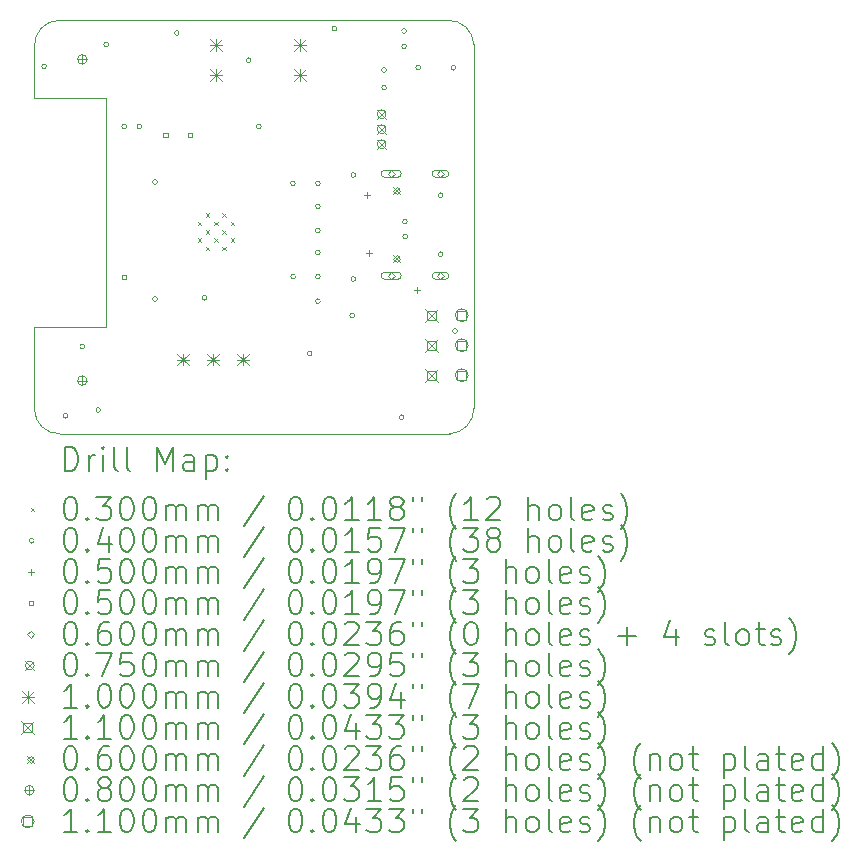
<source format=gbr>
%TF.GenerationSoftware,KiCad,Pcbnew,8.0.0*%
%TF.CreationDate,2024-03-16T23:45:43+01:00*%
%TF.ProjectId,tcs_controller,7463735f-636f-46e7-9472-6f6c6c65722e,1.0*%
%TF.SameCoordinates,Original*%
%TF.FileFunction,Drillmap*%
%TF.FilePolarity,Positive*%
%FSLAX45Y45*%
G04 Gerber Fmt 4.5, Leading zero omitted, Abs format (unit mm)*
G04 Created by KiCad (PCBNEW 8.0.0) date 2024-03-16 23:45:43*
%MOMM*%
%LPD*%
G01*
G04 APERTURE LIST*
%ADD10C,0.050000*%
%ADD11C,0.200000*%
%ADD12C,0.100000*%
%ADD13C,0.110000*%
G04 APERTURE END LIST*
D10*
X12720000Y-9260000D02*
X12720000Y-8820324D01*
X13322500Y-9260000D02*
X12720000Y-9260000D01*
X16440000Y-11880000D02*
G75*
G02*
X16235867Y-12100330I-212230J-8100D01*
G01*
X16219676Y-8600000D02*
G75*
G02*
X16440000Y-8804133I8094J-212230D01*
G01*
X13322500Y-11200000D02*
X13322500Y-9260000D01*
X12720000Y-11200000D02*
X13322500Y-11200000D01*
X16440000Y-11880000D02*
X16440000Y-8804133D01*
X12936197Y-12100000D02*
X16235867Y-12100324D01*
X16220000Y-8600000D02*
X12924133Y-8599676D01*
X12936197Y-12100000D02*
G75*
G02*
X12719994Y-11899843I-8097J208100D01*
G01*
X12720000Y-11899843D02*
X12720000Y-11200000D01*
X12720000Y-8820000D02*
G75*
G02*
X12924133Y-8599670I212230J8100D01*
G01*
D11*
D12*
X14101000Y-10305000D02*
X14131000Y-10335000D01*
X14131000Y-10305000D02*
X14101000Y-10335000D01*
X14101000Y-10445000D02*
X14131000Y-10475000D01*
X14131000Y-10445000D02*
X14101000Y-10475000D01*
X14171000Y-10235000D02*
X14201000Y-10265000D01*
X14201000Y-10235000D02*
X14171000Y-10265000D01*
X14171000Y-10375000D02*
X14201000Y-10405000D01*
X14201000Y-10375000D02*
X14171000Y-10405000D01*
X14171000Y-10515000D02*
X14201000Y-10545000D01*
X14201000Y-10515000D02*
X14171000Y-10545000D01*
X14241000Y-10305000D02*
X14271000Y-10335000D01*
X14271000Y-10305000D02*
X14241000Y-10335000D01*
X14241000Y-10445000D02*
X14271000Y-10475000D01*
X14271000Y-10445000D02*
X14241000Y-10475000D01*
X14311000Y-10235000D02*
X14341000Y-10265000D01*
X14341000Y-10235000D02*
X14311000Y-10265000D01*
X14311000Y-10375000D02*
X14341000Y-10405000D01*
X14341000Y-10375000D02*
X14311000Y-10405000D01*
X14311000Y-10515000D02*
X14341000Y-10545000D01*
X14341000Y-10515000D02*
X14311000Y-10545000D01*
X14381000Y-10305000D02*
X14411000Y-10335000D01*
X14411000Y-10305000D02*
X14381000Y-10335000D01*
X14381000Y-10445000D02*
X14411000Y-10475000D01*
X14411000Y-10445000D02*
X14381000Y-10475000D01*
X12821600Y-8989060D02*
G75*
G02*
X12781600Y-8989060I-20000J0D01*
G01*
X12781600Y-8989060D02*
G75*
G02*
X12821600Y-8989060I20000J0D01*
G01*
X13001940Y-11948160D02*
G75*
G02*
X12961940Y-11948160I-20000J0D01*
G01*
X12961940Y-11948160D02*
G75*
G02*
X13001940Y-11948160I20000J0D01*
G01*
X13145000Y-11360000D02*
G75*
G02*
X13105000Y-11360000I-20000J0D01*
G01*
X13105000Y-11360000D02*
G75*
G02*
X13145000Y-11360000I20000J0D01*
G01*
X13280000Y-11900000D02*
G75*
G02*
X13240000Y-11900000I-20000J0D01*
G01*
X13240000Y-11900000D02*
G75*
G02*
X13280000Y-11900000I20000J0D01*
G01*
X13347380Y-8806180D02*
G75*
G02*
X13307380Y-8806180I-20000J0D01*
G01*
X13307380Y-8806180D02*
G75*
G02*
X13347380Y-8806180I20000J0D01*
G01*
X13500000Y-9500000D02*
G75*
G02*
X13460000Y-9500000I-20000J0D01*
G01*
X13460000Y-9500000D02*
G75*
G02*
X13500000Y-9500000I20000J0D01*
G01*
X13628205Y-9500000D02*
G75*
G02*
X13588205Y-9500000I-20000J0D01*
G01*
X13588205Y-9500000D02*
G75*
G02*
X13628205Y-9500000I20000J0D01*
G01*
X13760000Y-9970000D02*
G75*
G02*
X13720000Y-9970000I-20000J0D01*
G01*
X13720000Y-9970000D02*
G75*
G02*
X13760000Y-9970000I20000J0D01*
G01*
X13760000Y-10960000D02*
G75*
G02*
X13720000Y-10960000I-20000J0D01*
G01*
X13720000Y-10960000D02*
G75*
G02*
X13760000Y-10960000I20000J0D01*
G01*
X13945000Y-8707500D02*
G75*
G02*
X13905000Y-8707500I-20000J0D01*
G01*
X13905000Y-8707500D02*
G75*
G02*
X13945000Y-8707500I20000J0D01*
G01*
X14180000Y-10950000D02*
G75*
G02*
X14140000Y-10950000I-20000J0D01*
G01*
X14140000Y-10950000D02*
G75*
G02*
X14180000Y-10950000I20000J0D01*
G01*
X14553880Y-8938260D02*
G75*
G02*
X14513880Y-8938260I-20000J0D01*
G01*
X14513880Y-8938260D02*
G75*
G02*
X14553880Y-8938260I20000J0D01*
G01*
X14640000Y-9500000D02*
G75*
G02*
X14600000Y-9500000I-20000J0D01*
G01*
X14600000Y-9500000D02*
G75*
G02*
X14640000Y-9500000I20000J0D01*
G01*
X14928460Y-9980000D02*
G75*
G02*
X14888460Y-9980000I-20000J0D01*
G01*
X14888460Y-9980000D02*
G75*
G02*
X14928460Y-9980000I20000J0D01*
G01*
X14930000Y-10770000D02*
G75*
G02*
X14890000Y-10770000I-20000J0D01*
G01*
X14890000Y-10770000D02*
G75*
G02*
X14930000Y-10770000I20000J0D01*
G01*
X15070000Y-11420000D02*
G75*
G02*
X15030000Y-11420000I-20000J0D01*
G01*
X15030000Y-11420000D02*
G75*
G02*
X15070000Y-11420000I20000J0D01*
G01*
X15138080Y-10566400D02*
G75*
G02*
X15098080Y-10566400I-20000J0D01*
G01*
X15098080Y-10566400D02*
G75*
G02*
X15138080Y-10566400I20000J0D01*
G01*
X15140000Y-9980180D02*
G75*
G02*
X15100000Y-9980180I-20000J0D01*
G01*
X15100000Y-9980180D02*
G75*
G02*
X15140000Y-9980180I20000J0D01*
G01*
X15140000Y-10175000D02*
G75*
G02*
X15100000Y-10175000I-20000J0D01*
G01*
X15100000Y-10175000D02*
G75*
G02*
X15140000Y-10175000I20000J0D01*
G01*
X15140000Y-10380000D02*
G75*
G02*
X15100000Y-10380000I-20000J0D01*
G01*
X15100000Y-10380000D02*
G75*
G02*
X15140000Y-10380000I20000J0D01*
G01*
X15140000Y-10770000D02*
G75*
G02*
X15100000Y-10770000I-20000J0D01*
G01*
X15100000Y-10770000D02*
G75*
G02*
X15140000Y-10770000I20000J0D01*
G01*
X15140000Y-10977737D02*
G75*
G02*
X15100000Y-10977737I-20000J0D01*
G01*
X15100000Y-10977737D02*
G75*
G02*
X15140000Y-10977737I20000J0D01*
G01*
X15280000Y-8670000D02*
G75*
G02*
X15240000Y-8670000I-20000J0D01*
G01*
X15240000Y-8670000D02*
G75*
G02*
X15280000Y-8670000I20000J0D01*
G01*
X15430000Y-11100000D02*
G75*
G02*
X15390000Y-11100000I-20000J0D01*
G01*
X15390000Y-11100000D02*
G75*
G02*
X15430000Y-11100000I20000J0D01*
G01*
X15440000Y-9910000D02*
G75*
G02*
X15400000Y-9910000I-20000J0D01*
G01*
X15400000Y-9910000D02*
G75*
G02*
X15440000Y-9910000I20000J0D01*
G01*
X15440000Y-10790000D02*
G75*
G02*
X15400000Y-10790000I-20000J0D01*
G01*
X15400000Y-10790000D02*
G75*
G02*
X15440000Y-10790000I20000J0D01*
G01*
X15700000Y-9020000D02*
G75*
G02*
X15660000Y-9020000I-20000J0D01*
G01*
X15660000Y-9020000D02*
G75*
G02*
X15700000Y-9020000I20000J0D01*
G01*
X15700000Y-9170000D02*
G75*
G02*
X15660000Y-9170000I-20000J0D01*
G01*
X15660000Y-9170000D02*
G75*
G02*
X15700000Y-9170000I20000J0D01*
G01*
X15850000Y-11960000D02*
G75*
G02*
X15810000Y-11960000I-20000J0D01*
G01*
X15810000Y-11960000D02*
G75*
G02*
X15850000Y-11960000I20000J0D01*
G01*
X15870000Y-8690000D02*
G75*
G02*
X15830000Y-8690000I-20000J0D01*
G01*
X15830000Y-8690000D02*
G75*
G02*
X15870000Y-8690000I20000J0D01*
G01*
X15870000Y-8820000D02*
G75*
G02*
X15830000Y-8820000I-20000J0D01*
G01*
X15830000Y-8820000D02*
G75*
G02*
X15870000Y-8820000I20000J0D01*
G01*
X15876967Y-10304716D02*
G75*
G02*
X15836967Y-10304716I-20000J0D01*
G01*
X15836967Y-10304716D02*
G75*
G02*
X15876967Y-10304716I20000J0D01*
G01*
X15880000Y-10429750D02*
G75*
G02*
X15840000Y-10429750I-20000J0D01*
G01*
X15840000Y-10429750D02*
G75*
G02*
X15880000Y-10429750I20000J0D01*
G01*
X15990000Y-9000000D02*
G75*
G02*
X15950000Y-9000000I-20000J0D01*
G01*
X15950000Y-9000000D02*
G75*
G02*
X15990000Y-9000000I20000J0D01*
G01*
X16180000Y-10080000D02*
G75*
G02*
X16140000Y-10080000I-20000J0D01*
G01*
X16140000Y-10080000D02*
G75*
G02*
X16180000Y-10080000I20000J0D01*
G01*
X16180000Y-10580000D02*
G75*
G02*
X16140000Y-10580000I-20000J0D01*
G01*
X16140000Y-10580000D02*
G75*
G02*
X16180000Y-10580000I20000J0D01*
G01*
X16286250Y-9002450D02*
G75*
G02*
X16246250Y-9002450I-20000J0D01*
G01*
X16246250Y-9002450D02*
G75*
G02*
X16286250Y-9002450I20000J0D01*
G01*
X16300452Y-11229079D02*
G75*
G02*
X16260452Y-11229079I-20000J0D01*
G01*
X16260452Y-11229079D02*
G75*
G02*
X16300452Y-11229079I20000J0D01*
G01*
X15535000Y-10055000D02*
X15535000Y-10105000D01*
X15510000Y-10080000D02*
X15560000Y-10080000D01*
X15552450Y-10545750D02*
X15552450Y-10595750D01*
X15527450Y-10570750D02*
X15577450Y-10570750D01*
X15960000Y-10855000D02*
X15960000Y-10905000D01*
X15935000Y-10880000D02*
X15985000Y-10880000D01*
X13497678Y-10787678D02*
X13497678Y-10752322D01*
X13462322Y-10752322D01*
X13462322Y-10787678D01*
X13497678Y-10787678D01*
X13847678Y-9587678D02*
X13847678Y-9552322D01*
X13812322Y-9552322D01*
X13812322Y-9587678D01*
X13847678Y-9587678D01*
X14057678Y-9587678D02*
X14057678Y-9552322D01*
X14022322Y-9552322D01*
X14022322Y-9587678D01*
X14057678Y-9587678D01*
X15740500Y-9928750D02*
X15770500Y-9898750D01*
X15740500Y-9868750D01*
X15710500Y-9898750D01*
X15740500Y-9928750D01*
X15795500Y-9868750D02*
X15685500Y-9868750D01*
X15685500Y-9928750D02*
G75*
G02*
X15685500Y-9868750I0J30000D01*
G01*
X15685500Y-9928750D02*
X15795500Y-9928750D01*
X15795500Y-9928750D02*
G75*
G03*
X15795500Y-9868750I0J30000D01*
G01*
X15740500Y-10792750D02*
X15770500Y-10762750D01*
X15740500Y-10732750D01*
X15710500Y-10762750D01*
X15740500Y-10792750D01*
X15795500Y-10732750D02*
X15685500Y-10732750D01*
X15685500Y-10792750D02*
G75*
G02*
X15685500Y-10732750I0J30000D01*
G01*
X15685500Y-10792750D02*
X15795500Y-10792750D01*
X15795500Y-10792750D02*
G75*
G03*
X15795500Y-10732750I0J30000D01*
G01*
X16157500Y-9928750D02*
X16187500Y-9898750D01*
X16157500Y-9868750D01*
X16127500Y-9898750D01*
X16157500Y-9928750D01*
X16197500Y-9868750D02*
X16117500Y-9868750D01*
X16117500Y-9928750D02*
G75*
G02*
X16117500Y-9868750I0J30000D01*
G01*
X16117500Y-9928750D02*
X16197500Y-9928750D01*
X16197500Y-9928750D02*
G75*
G03*
X16197500Y-9868750I0J30000D01*
G01*
X16157500Y-10792750D02*
X16187500Y-10762750D01*
X16157500Y-10732750D01*
X16127500Y-10762750D01*
X16157500Y-10792750D01*
X16197500Y-10732750D02*
X16117500Y-10732750D01*
X16117500Y-10792750D02*
G75*
G02*
X16117500Y-10732750I0J30000D01*
G01*
X16117500Y-10792750D02*
X16197500Y-10792750D01*
X16197500Y-10792750D02*
G75*
G03*
X16197500Y-10732750I0J30000D01*
G01*
X15621600Y-9357960D02*
X15696600Y-9432960D01*
X15696600Y-9357960D02*
X15621600Y-9432960D01*
X15696600Y-9395460D02*
G75*
G02*
X15621600Y-9395460I-37500J0D01*
G01*
X15621600Y-9395460D02*
G75*
G02*
X15696600Y-9395460I37500J0D01*
G01*
X15621600Y-9484960D02*
X15696600Y-9559960D01*
X15696600Y-9484960D02*
X15621600Y-9559960D01*
X15696600Y-9522460D02*
G75*
G02*
X15621600Y-9522460I-37500J0D01*
G01*
X15621600Y-9522460D02*
G75*
G02*
X15696600Y-9522460I37500J0D01*
G01*
X15621600Y-9611960D02*
X15696600Y-9686960D01*
X15696600Y-9611960D02*
X15621600Y-9686960D01*
X15696600Y-9649460D02*
G75*
G02*
X15621600Y-9649460I-37500J0D01*
G01*
X15621600Y-9649460D02*
G75*
G02*
X15696600Y-9649460I37500J0D01*
G01*
X13930000Y-11421750D02*
X14030000Y-11521750D01*
X14030000Y-11421750D02*
X13930000Y-11521750D01*
X13980000Y-11421750D02*
X13980000Y-11521750D01*
X13930000Y-11471750D02*
X14030000Y-11471750D01*
X14184000Y-11421750D02*
X14284000Y-11521750D01*
X14284000Y-11421750D02*
X14184000Y-11521750D01*
X14234000Y-11421750D02*
X14234000Y-11521750D01*
X14184000Y-11471750D02*
X14284000Y-11471750D01*
X14210000Y-8760000D02*
X14310000Y-8860000D01*
X14310000Y-8760000D02*
X14210000Y-8860000D01*
X14260000Y-8760000D02*
X14260000Y-8860000D01*
X14210000Y-8810000D02*
X14310000Y-8810000D01*
X14210000Y-9014000D02*
X14310000Y-9114000D01*
X14310000Y-9014000D02*
X14210000Y-9114000D01*
X14260000Y-9014000D02*
X14260000Y-9114000D01*
X14210000Y-9064000D02*
X14310000Y-9064000D01*
X14438000Y-11421750D02*
X14538000Y-11521750D01*
X14538000Y-11421750D02*
X14438000Y-11521750D01*
X14488000Y-11421750D02*
X14488000Y-11521750D01*
X14438000Y-11471750D02*
X14538000Y-11471750D01*
X14915000Y-8762000D02*
X15015000Y-8862000D01*
X15015000Y-8762000D02*
X14915000Y-8862000D01*
X14965000Y-8762000D02*
X14965000Y-8862000D01*
X14915000Y-8812000D02*
X15015000Y-8812000D01*
X14915000Y-9016000D02*
X15015000Y-9116000D01*
X15015000Y-9016000D02*
X14915000Y-9116000D01*
X14965000Y-9016000D02*
X14965000Y-9116000D01*
X14915000Y-9066000D02*
X15015000Y-9066000D01*
D13*
X16028280Y-11042260D02*
X16138280Y-11152260D01*
X16138280Y-11042260D02*
X16028280Y-11152260D01*
X16122171Y-11136151D02*
X16122171Y-11058369D01*
X16044389Y-11058369D01*
X16044389Y-11136151D01*
X16122171Y-11136151D01*
X16028280Y-11296260D02*
X16138280Y-11406260D01*
X16138280Y-11296260D02*
X16028280Y-11406260D01*
X16122171Y-11390151D02*
X16122171Y-11312369D01*
X16044389Y-11312369D01*
X16044389Y-11390151D01*
X16122171Y-11390151D01*
X16028280Y-11550260D02*
X16138280Y-11660260D01*
X16138280Y-11550260D02*
X16028280Y-11660260D01*
X16122171Y-11644151D02*
X16122171Y-11566369D01*
X16044389Y-11566369D01*
X16044389Y-11644151D01*
X16122171Y-11644151D01*
D12*
X15758500Y-10011750D02*
X15818500Y-10071750D01*
X15818500Y-10011750D02*
X15758500Y-10071750D01*
X15788500Y-10071750D02*
X15818500Y-10041750D01*
X15788500Y-10011750D01*
X15758500Y-10041750D01*
X15788500Y-10071750D01*
X15758500Y-10589750D02*
X15818500Y-10649750D01*
X15818500Y-10589750D02*
X15758500Y-10649750D01*
X15788500Y-10649750D02*
X15818500Y-10619750D01*
X15788500Y-10589750D01*
X15758500Y-10619750D01*
X15788500Y-10649750D01*
X13125000Y-8890000D02*
X13125000Y-8970000D01*
X13085000Y-8930000D02*
X13165000Y-8930000D01*
X13165000Y-8930000D02*
G75*
G02*
X13085000Y-8930000I-40000J0D01*
G01*
X13085000Y-8930000D02*
G75*
G02*
X13165000Y-8930000I40000J0D01*
G01*
X13125000Y-11610000D02*
X13125000Y-11690000D01*
X13085000Y-11650000D02*
X13165000Y-11650000D01*
X13165000Y-11650000D02*
G75*
G02*
X13085000Y-11650000I-40000J0D01*
G01*
X13085000Y-11650000D02*
G75*
G02*
X13165000Y-11650000I40000J0D01*
G01*
D13*
X16376171Y-11136151D02*
X16376171Y-11058369D01*
X16298389Y-11058369D01*
X16298389Y-11136151D01*
X16376171Y-11136151D01*
X16392280Y-11097260D02*
G75*
G02*
X16282280Y-11097260I-55000J0D01*
G01*
X16282280Y-11097260D02*
G75*
G02*
X16392280Y-11097260I55000J0D01*
G01*
X16376171Y-11390151D02*
X16376171Y-11312369D01*
X16298389Y-11312369D01*
X16298389Y-11390151D01*
X16376171Y-11390151D01*
X16392280Y-11351260D02*
G75*
G02*
X16282280Y-11351260I-55000J0D01*
G01*
X16282280Y-11351260D02*
G75*
G02*
X16392280Y-11351260I55000J0D01*
G01*
X16376171Y-11644151D02*
X16376171Y-11566369D01*
X16298389Y-11566369D01*
X16298389Y-11644151D01*
X16376171Y-11644151D01*
X16392280Y-11605260D02*
G75*
G02*
X16282280Y-11605260I-55000J0D01*
G01*
X16282280Y-11605260D02*
G75*
G02*
X16392280Y-11605260I55000J0D01*
G01*
D11*
X12978122Y-12414308D02*
X12978122Y-12214308D01*
X12978122Y-12214308D02*
X13025741Y-12214308D01*
X13025741Y-12214308D02*
X13054313Y-12223832D01*
X13054313Y-12223832D02*
X13073360Y-12242880D01*
X13073360Y-12242880D02*
X13082884Y-12261927D01*
X13082884Y-12261927D02*
X13092408Y-12300022D01*
X13092408Y-12300022D02*
X13092408Y-12328594D01*
X13092408Y-12328594D02*
X13082884Y-12366689D01*
X13082884Y-12366689D02*
X13073360Y-12385737D01*
X13073360Y-12385737D02*
X13054313Y-12404784D01*
X13054313Y-12404784D02*
X13025741Y-12414308D01*
X13025741Y-12414308D02*
X12978122Y-12414308D01*
X13178122Y-12414308D02*
X13178122Y-12280975D01*
X13178122Y-12319070D02*
X13187646Y-12300022D01*
X13187646Y-12300022D02*
X13197170Y-12290499D01*
X13197170Y-12290499D02*
X13216217Y-12280975D01*
X13216217Y-12280975D02*
X13235265Y-12280975D01*
X13301932Y-12414308D02*
X13301932Y-12280975D01*
X13301932Y-12214308D02*
X13292408Y-12223832D01*
X13292408Y-12223832D02*
X13301932Y-12233356D01*
X13301932Y-12233356D02*
X13311456Y-12223832D01*
X13311456Y-12223832D02*
X13301932Y-12214308D01*
X13301932Y-12214308D02*
X13301932Y-12233356D01*
X13425741Y-12414308D02*
X13406694Y-12404784D01*
X13406694Y-12404784D02*
X13397170Y-12385737D01*
X13397170Y-12385737D02*
X13397170Y-12214308D01*
X13530503Y-12414308D02*
X13511456Y-12404784D01*
X13511456Y-12404784D02*
X13501932Y-12385737D01*
X13501932Y-12385737D02*
X13501932Y-12214308D01*
X13759075Y-12414308D02*
X13759075Y-12214308D01*
X13759075Y-12214308D02*
X13825741Y-12357165D01*
X13825741Y-12357165D02*
X13892408Y-12214308D01*
X13892408Y-12214308D02*
X13892408Y-12414308D01*
X14073360Y-12414308D02*
X14073360Y-12309546D01*
X14073360Y-12309546D02*
X14063837Y-12290499D01*
X14063837Y-12290499D02*
X14044789Y-12280975D01*
X14044789Y-12280975D02*
X14006694Y-12280975D01*
X14006694Y-12280975D02*
X13987646Y-12290499D01*
X14073360Y-12404784D02*
X14054313Y-12414308D01*
X14054313Y-12414308D02*
X14006694Y-12414308D01*
X14006694Y-12414308D02*
X13987646Y-12404784D01*
X13987646Y-12404784D02*
X13978122Y-12385737D01*
X13978122Y-12385737D02*
X13978122Y-12366689D01*
X13978122Y-12366689D02*
X13987646Y-12347641D01*
X13987646Y-12347641D02*
X14006694Y-12338118D01*
X14006694Y-12338118D02*
X14054313Y-12338118D01*
X14054313Y-12338118D02*
X14073360Y-12328594D01*
X14168598Y-12280975D02*
X14168598Y-12480975D01*
X14168598Y-12290499D02*
X14187646Y-12280975D01*
X14187646Y-12280975D02*
X14225741Y-12280975D01*
X14225741Y-12280975D02*
X14244789Y-12290499D01*
X14244789Y-12290499D02*
X14254313Y-12300022D01*
X14254313Y-12300022D02*
X14263837Y-12319070D01*
X14263837Y-12319070D02*
X14263837Y-12376213D01*
X14263837Y-12376213D02*
X14254313Y-12395260D01*
X14254313Y-12395260D02*
X14244789Y-12404784D01*
X14244789Y-12404784D02*
X14225741Y-12414308D01*
X14225741Y-12414308D02*
X14187646Y-12414308D01*
X14187646Y-12414308D02*
X14168598Y-12404784D01*
X14349551Y-12395260D02*
X14359075Y-12404784D01*
X14359075Y-12404784D02*
X14349551Y-12414308D01*
X14349551Y-12414308D02*
X14340027Y-12404784D01*
X14340027Y-12404784D02*
X14349551Y-12395260D01*
X14349551Y-12395260D02*
X14349551Y-12414308D01*
X14349551Y-12290499D02*
X14359075Y-12300022D01*
X14359075Y-12300022D02*
X14349551Y-12309546D01*
X14349551Y-12309546D02*
X14340027Y-12300022D01*
X14340027Y-12300022D02*
X14349551Y-12290499D01*
X14349551Y-12290499D02*
X14349551Y-12309546D01*
D12*
X12687345Y-12727824D02*
X12717345Y-12757824D01*
X12717345Y-12727824D02*
X12687345Y-12757824D01*
D11*
X13016217Y-12634308D02*
X13035265Y-12634308D01*
X13035265Y-12634308D02*
X13054313Y-12643832D01*
X13054313Y-12643832D02*
X13063837Y-12653356D01*
X13063837Y-12653356D02*
X13073360Y-12672403D01*
X13073360Y-12672403D02*
X13082884Y-12710499D01*
X13082884Y-12710499D02*
X13082884Y-12758118D01*
X13082884Y-12758118D02*
X13073360Y-12796213D01*
X13073360Y-12796213D02*
X13063837Y-12815260D01*
X13063837Y-12815260D02*
X13054313Y-12824784D01*
X13054313Y-12824784D02*
X13035265Y-12834308D01*
X13035265Y-12834308D02*
X13016217Y-12834308D01*
X13016217Y-12834308D02*
X12997170Y-12824784D01*
X12997170Y-12824784D02*
X12987646Y-12815260D01*
X12987646Y-12815260D02*
X12978122Y-12796213D01*
X12978122Y-12796213D02*
X12968598Y-12758118D01*
X12968598Y-12758118D02*
X12968598Y-12710499D01*
X12968598Y-12710499D02*
X12978122Y-12672403D01*
X12978122Y-12672403D02*
X12987646Y-12653356D01*
X12987646Y-12653356D02*
X12997170Y-12643832D01*
X12997170Y-12643832D02*
X13016217Y-12634308D01*
X13168598Y-12815260D02*
X13178122Y-12824784D01*
X13178122Y-12824784D02*
X13168598Y-12834308D01*
X13168598Y-12834308D02*
X13159075Y-12824784D01*
X13159075Y-12824784D02*
X13168598Y-12815260D01*
X13168598Y-12815260D02*
X13168598Y-12834308D01*
X13244789Y-12634308D02*
X13368598Y-12634308D01*
X13368598Y-12634308D02*
X13301932Y-12710499D01*
X13301932Y-12710499D02*
X13330503Y-12710499D01*
X13330503Y-12710499D02*
X13349551Y-12720022D01*
X13349551Y-12720022D02*
X13359075Y-12729546D01*
X13359075Y-12729546D02*
X13368598Y-12748594D01*
X13368598Y-12748594D02*
X13368598Y-12796213D01*
X13368598Y-12796213D02*
X13359075Y-12815260D01*
X13359075Y-12815260D02*
X13349551Y-12824784D01*
X13349551Y-12824784D02*
X13330503Y-12834308D01*
X13330503Y-12834308D02*
X13273360Y-12834308D01*
X13273360Y-12834308D02*
X13254313Y-12824784D01*
X13254313Y-12824784D02*
X13244789Y-12815260D01*
X13492408Y-12634308D02*
X13511456Y-12634308D01*
X13511456Y-12634308D02*
X13530503Y-12643832D01*
X13530503Y-12643832D02*
X13540027Y-12653356D01*
X13540027Y-12653356D02*
X13549551Y-12672403D01*
X13549551Y-12672403D02*
X13559075Y-12710499D01*
X13559075Y-12710499D02*
X13559075Y-12758118D01*
X13559075Y-12758118D02*
X13549551Y-12796213D01*
X13549551Y-12796213D02*
X13540027Y-12815260D01*
X13540027Y-12815260D02*
X13530503Y-12824784D01*
X13530503Y-12824784D02*
X13511456Y-12834308D01*
X13511456Y-12834308D02*
X13492408Y-12834308D01*
X13492408Y-12834308D02*
X13473360Y-12824784D01*
X13473360Y-12824784D02*
X13463837Y-12815260D01*
X13463837Y-12815260D02*
X13454313Y-12796213D01*
X13454313Y-12796213D02*
X13444789Y-12758118D01*
X13444789Y-12758118D02*
X13444789Y-12710499D01*
X13444789Y-12710499D02*
X13454313Y-12672403D01*
X13454313Y-12672403D02*
X13463837Y-12653356D01*
X13463837Y-12653356D02*
X13473360Y-12643832D01*
X13473360Y-12643832D02*
X13492408Y-12634308D01*
X13682884Y-12634308D02*
X13701932Y-12634308D01*
X13701932Y-12634308D02*
X13720979Y-12643832D01*
X13720979Y-12643832D02*
X13730503Y-12653356D01*
X13730503Y-12653356D02*
X13740027Y-12672403D01*
X13740027Y-12672403D02*
X13749551Y-12710499D01*
X13749551Y-12710499D02*
X13749551Y-12758118D01*
X13749551Y-12758118D02*
X13740027Y-12796213D01*
X13740027Y-12796213D02*
X13730503Y-12815260D01*
X13730503Y-12815260D02*
X13720979Y-12824784D01*
X13720979Y-12824784D02*
X13701932Y-12834308D01*
X13701932Y-12834308D02*
X13682884Y-12834308D01*
X13682884Y-12834308D02*
X13663837Y-12824784D01*
X13663837Y-12824784D02*
X13654313Y-12815260D01*
X13654313Y-12815260D02*
X13644789Y-12796213D01*
X13644789Y-12796213D02*
X13635265Y-12758118D01*
X13635265Y-12758118D02*
X13635265Y-12710499D01*
X13635265Y-12710499D02*
X13644789Y-12672403D01*
X13644789Y-12672403D02*
X13654313Y-12653356D01*
X13654313Y-12653356D02*
X13663837Y-12643832D01*
X13663837Y-12643832D02*
X13682884Y-12634308D01*
X13835265Y-12834308D02*
X13835265Y-12700975D01*
X13835265Y-12720022D02*
X13844789Y-12710499D01*
X13844789Y-12710499D02*
X13863837Y-12700975D01*
X13863837Y-12700975D02*
X13892408Y-12700975D01*
X13892408Y-12700975D02*
X13911456Y-12710499D01*
X13911456Y-12710499D02*
X13920979Y-12729546D01*
X13920979Y-12729546D02*
X13920979Y-12834308D01*
X13920979Y-12729546D02*
X13930503Y-12710499D01*
X13930503Y-12710499D02*
X13949551Y-12700975D01*
X13949551Y-12700975D02*
X13978122Y-12700975D01*
X13978122Y-12700975D02*
X13997170Y-12710499D01*
X13997170Y-12710499D02*
X14006694Y-12729546D01*
X14006694Y-12729546D02*
X14006694Y-12834308D01*
X14101932Y-12834308D02*
X14101932Y-12700975D01*
X14101932Y-12720022D02*
X14111456Y-12710499D01*
X14111456Y-12710499D02*
X14130503Y-12700975D01*
X14130503Y-12700975D02*
X14159075Y-12700975D01*
X14159075Y-12700975D02*
X14178122Y-12710499D01*
X14178122Y-12710499D02*
X14187646Y-12729546D01*
X14187646Y-12729546D02*
X14187646Y-12834308D01*
X14187646Y-12729546D02*
X14197170Y-12710499D01*
X14197170Y-12710499D02*
X14216218Y-12700975D01*
X14216218Y-12700975D02*
X14244789Y-12700975D01*
X14244789Y-12700975D02*
X14263837Y-12710499D01*
X14263837Y-12710499D02*
X14273360Y-12729546D01*
X14273360Y-12729546D02*
X14273360Y-12834308D01*
X14663837Y-12624784D02*
X14492408Y-12881927D01*
X14920980Y-12634308D02*
X14940027Y-12634308D01*
X14940027Y-12634308D02*
X14959075Y-12643832D01*
X14959075Y-12643832D02*
X14968599Y-12653356D01*
X14968599Y-12653356D02*
X14978122Y-12672403D01*
X14978122Y-12672403D02*
X14987646Y-12710499D01*
X14987646Y-12710499D02*
X14987646Y-12758118D01*
X14987646Y-12758118D02*
X14978122Y-12796213D01*
X14978122Y-12796213D02*
X14968599Y-12815260D01*
X14968599Y-12815260D02*
X14959075Y-12824784D01*
X14959075Y-12824784D02*
X14940027Y-12834308D01*
X14940027Y-12834308D02*
X14920980Y-12834308D01*
X14920980Y-12834308D02*
X14901932Y-12824784D01*
X14901932Y-12824784D02*
X14892408Y-12815260D01*
X14892408Y-12815260D02*
X14882884Y-12796213D01*
X14882884Y-12796213D02*
X14873361Y-12758118D01*
X14873361Y-12758118D02*
X14873361Y-12710499D01*
X14873361Y-12710499D02*
X14882884Y-12672403D01*
X14882884Y-12672403D02*
X14892408Y-12653356D01*
X14892408Y-12653356D02*
X14901932Y-12643832D01*
X14901932Y-12643832D02*
X14920980Y-12634308D01*
X15073361Y-12815260D02*
X15082884Y-12824784D01*
X15082884Y-12824784D02*
X15073361Y-12834308D01*
X15073361Y-12834308D02*
X15063837Y-12824784D01*
X15063837Y-12824784D02*
X15073361Y-12815260D01*
X15073361Y-12815260D02*
X15073361Y-12834308D01*
X15206694Y-12634308D02*
X15225742Y-12634308D01*
X15225742Y-12634308D02*
X15244789Y-12643832D01*
X15244789Y-12643832D02*
X15254313Y-12653356D01*
X15254313Y-12653356D02*
X15263837Y-12672403D01*
X15263837Y-12672403D02*
X15273361Y-12710499D01*
X15273361Y-12710499D02*
X15273361Y-12758118D01*
X15273361Y-12758118D02*
X15263837Y-12796213D01*
X15263837Y-12796213D02*
X15254313Y-12815260D01*
X15254313Y-12815260D02*
X15244789Y-12824784D01*
X15244789Y-12824784D02*
X15225742Y-12834308D01*
X15225742Y-12834308D02*
X15206694Y-12834308D01*
X15206694Y-12834308D02*
X15187646Y-12824784D01*
X15187646Y-12824784D02*
X15178122Y-12815260D01*
X15178122Y-12815260D02*
X15168599Y-12796213D01*
X15168599Y-12796213D02*
X15159075Y-12758118D01*
X15159075Y-12758118D02*
X15159075Y-12710499D01*
X15159075Y-12710499D02*
X15168599Y-12672403D01*
X15168599Y-12672403D02*
X15178122Y-12653356D01*
X15178122Y-12653356D02*
X15187646Y-12643832D01*
X15187646Y-12643832D02*
X15206694Y-12634308D01*
X15463837Y-12834308D02*
X15349551Y-12834308D01*
X15406694Y-12834308D02*
X15406694Y-12634308D01*
X15406694Y-12634308D02*
X15387646Y-12662880D01*
X15387646Y-12662880D02*
X15368599Y-12681927D01*
X15368599Y-12681927D02*
X15349551Y-12691451D01*
X15654313Y-12834308D02*
X15540027Y-12834308D01*
X15597170Y-12834308D02*
X15597170Y-12634308D01*
X15597170Y-12634308D02*
X15578122Y-12662880D01*
X15578122Y-12662880D02*
X15559075Y-12681927D01*
X15559075Y-12681927D02*
X15540027Y-12691451D01*
X15768599Y-12720022D02*
X15749551Y-12710499D01*
X15749551Y-12710499D02*
X15740027Y-12700975D01*
X15740027Y-12700975D02*
X15730503Y-12681927D01*
X15730503Y-12681927D02*
X15730503Y-12672403D01*
X15730503Y-12672403D02*
X15740027Y-12653356D01*
X15740027Y-12653356D02*
X15749551Y-12643832D01*
X15749551Y-12643832D02*
X15768599Y-12634308D01*
X15768599Y-12634308D02*
X15806694Y-12634308D01*
X15806694Y-12634308D02*
X15825742Y-12643832D01*
X15825742Y-12643832D02*
X15835265Y-12653356D01*
X15835265Y-12653356D02*
X15844789Y-12672403D01*
X15844789Y-12672403D02*
X15844789Y-12681927D01*
X15844789Y-12681927D02*
X15835265Y-12700975D01*
X15835265Y-12700975D02*
X15825742Y-12710499D01*
X15825742Y-12710499D02*
X15806694Y-12720022D01*
X15806694Y-12720022D02*
X15768599Y-12720022D01*
X15768599Y-12720022D02*
X15749551Y-12729546D01*
X15749551Y-12729546D02*
X15740027Y-12739070D01*
X15740027Y-12739070D02*
X15730503Y-12758118D01*
X15730503Y-12758118D02*
X15730503Y-12796213D01*
X15730503Y-12796213D02*
X15740027Y-12815260D01*
X15740027Y-12815260D02*
X15749551Y-12824784D01*
X15749551Y-12824784D02*
X15768599Y-12834308D01*
X15768599Y-12834308D02*
X15806694Y-12834308D01*
X15806694Y-12834308D02*
X15825742Y-12824784D01*
X15825742Y-12824784D02*
X15835265Y-12815260D01*
X15835265Y-12815260D02*
X15844789Y-12796213D01*
X15844789Y-12796213D02*
X15844789Y-12758118D01*
X15844789Y-12758118D02*
X15835265Y-12739070D01*
X15835265Y-12739070D02*
X15825742Y-12729546D01*
X15825742Y-12729546D02*
X15806694Y-12720022D01*
X15920980Y-12634308D02*
X15920980Y-12672403D01*
X15997170Y-12634308D02*
X15997170Y-12672403D01*
X16292408Y-12910499D02*
X16282884Y-12900975D01*
X16282884Y-12900975D02*
X16263837Y-12872403D01*
X16263837Y-12872403D02*
X16254313Y-12853356D01*
X16254313Y-12853356D02*
X16244789Y-12824784D01*
X16244789Y-12824784D02*
X16235265Y-12777165D01*
X16235265Y-12777165D02*
X16235265Y-12739070D01*
X16235265Y-12739070D02*
X16244789Y-12691451D01*
X16244789Y-12691451D02*
X16254313Y-12662880D01*
X16254313Y-12662880D02*
X16263837Y-12643832D01*
X16263837Y-12643832D02*
X16282884Y-12615260D01*
X16282884Y-12615260D02*
X16292408Y-12605737D01*
X16473361Y-12834308D02*
X16359075Y-12834308D01*
X16416218Y-12834308D02*
X16416218Y-12634308D01*
X16416218Y-12634308D02*
X16397170Y-12662880D01*
X16397170Y-12662880D02*
X16378123Y-12681927D01*
X16378123Y-12681927D02*
X16359075Y-12691451D01*
X16549551Y-12653356D02*
X16559075Y-12643832D01*
X16559075Y-12643832D02*
X16578123Y-12634308D01*
X16578123Y-12634308D02*
X16625742Y-12634308D01*
X16625742Y-12634308D02*
X16644789Y-12643832D01*
X16644789Y-12643832D02*
X16654313Y-12653356D01*
X16654313Y-12653356D02*
X16663837Y-12672403D01*
X16663837Y-12672403D02*
X16663837Y-12691451D01*
X16663837Y-12691451D02*
X16654313Y-12720022D01*
X16654313Y-12720022D02*
X16540027Y-12834308D01*
X16540027Y-12834308D02*
X16663837Y-12834308D01*
X16901932Y-12834308D02*
X16901932Y-12634308D01*
X16987647Y-12834308D02*
X16987647Y-12729546D01*
X16987647Y-12729546D02*
X16978123Y-12710499D01*
X16978123Y-12710499D02*
X16959075Y-12700975D01*
X16959075Y-12700975D02*
X16930504Y-12700975D01*
X16930504Y-12700975D02*
X16911456Y-12710499D01*
X16911456Y-12710499D02*
X16901932Y-12720022D01*
X17111456Y-12834308D02*
X17092408Y-12824784D01*
X17092408Y-12824784D02*
X17082885Y-12815260D01*
X17082885Y-12815260D02*
X17073361Y-12796213D01*
X17073361Y-12796213D02*
X17073361Y-12739070D01*
X17073361Y-12739070D02*
X17082885Y-12720022D01*
X17082885Y-12720022D02*
X17092408Y-12710499D01*
X17092408Y-12710499D02*
X17111456Y-12700975D01*
X17111456Y-12700975D02*
X17140028Y-12700975D01*
X17140028Y-12700975D02*
X17159075Y-12710499D01*
X17159075Y-12710499D02*
X17168599Y-12720022D01*
X17168599Y-12720022D02*
X17178123Y-12739070D01*
X17178123Y-12739070D02*
X17178123Y-12796213D01*
X17178123Y-12796213D02*
X17168599Y-12815260D01*
X17168599Y-12815260D02*
X17159075Y-12824784D01*
X17159075Y-12824784D02*
X17140028Y-12834308D01*
X17140028Y-12834308D02*
X17111456Y-12834308D01*
X17292408Y-12834308D02*
X17273361Y-12824784D01*
X17273361Y-12824784D02*
X17263837Y-12805737D01*
X17263837Y-12805737D02*
X17263837Y-12634308D01*
X17444789Y-12824784D02*
X17425742Y-12834308D01*
X17425742Y-12834308D02*
X17387647Y-12834308D01*
X17387647Y-12834308D02*
X17368599Y-12824784D01*
X17368599Y-12824784D02*
X17359075Y-12805737D01*
X17359075Y-12805737D02*
X17359075Y-12729546D01*
X17359075Y-12729546D02*
X17368599Y-12710499D01*
X17368599Y-12710499D02*
X17387647Y-12700975D01*
X17387647Y-12700975D02*
X17425742Y-12700975D01*
X17425742Y-12700975D02*
X17444789Y-12710499D01*
X17444789Y-12710499D02*
X17454313Y-12729546D01*
X17454313Y-12729546D02*
X17454313Y-12748594D01*
X17454313Y-12748594D02*
X17359075Y-12767641D01*
X17530504Y-12824784D02*
X17549551Y-12834308D01*
X17549551Y-12834308D02*
X17587647Y-12834308D01*
X17587647Y-12834308D02*
X17606694Y-12824784D01*
X17606694Y-12824784D02*
X17616218Y-12805737D01*
X17616218Y-12805737D02*
X17616218Y-12796213D01*
X17616218Y-12796213D02*
X17606694Y-12777165D01*
X17606694Y-12777165D02*
X17587647Y-12767641D01*
X17587647Y-12767641D02*
X17559075Y-12767641D01*
X17559075Y-12767641D02*
X17540028Y-12758118D01*
X17540028Y-12758118D02*
X17530504Y-12739070D01*
X17530504Y-12739070D02*
X17530504Y-12729546D01*
X17530504Y-12729546D02*
X17540028Y-12710499D01*
X17540028Y-12710499D02*
X17559075Y-12700975D01*
X17559075Y-12700975D02*
X17587647Y-12700975D01*
X17587647Y-12700975D02*
X17606694Y-12710499D01*
X17682885Y-12910499D02*
X17692409Y-12900975D01*
X17692409Y-12900975D02*
X17711456Y-12872403D01*
X17711456Y-12872403D02*
X17720980Y-12853356D01*
X17720980Y-12853356D02*
X17730504Y-12824784D01*
X17730504Y-12824784D02*
X17740028Y-12777165D01*
X17740028Y-12777165D02*
X17740028Y-12739070D01*
X17740028Y-12739070D02*
X17730504Y-12691451D01*
X17730504Y-12691451D02*
X17720980Y-12662880D01*
X17720980Y-12662880D02*
X17711456Y-12643832D01*
X17711456Y-12643832D02*
X17692409Y-12615260D01*
X17692409Y-12615260D02*
X17682885Y-12605737D01*
D12*
X12717345Y-13006824D02*
G75*
G02*
X12677345Y-13006824I-20000J0D01*
G01*
X12677345Y-13006824D02*
G75*
G02*
X12717345Y-13006824I20000J0D01*
G01*
D11*
X13016217Y-12898308D02*
X13035265Y-12898308D01*
X13035265Y-12898308D02*
X13054313Y-12907832D01*
X13054313Y-12907832D02*
X13063837Y-12917356D01*
X13063837Y-12917356D02*
X13073360Y-12936403D01*
X13073360Y-12936403D02*
X13082884Y-12974499D01*
X13082884Y-12974499D02*
X13082884Y-13022118D01*
X13082884Y-13022118D02*
X13073360Y-13060213D01*
X13073360Y-13060213D02*
X13063837Y-13079260D01*
X13063837Y-13079260D02*
X13054313Y-13088784D01*
X13054313Y-13088784D02*
X13035265Y-13098308D01*
X13035265Y-13098308D02*
X13016217Y-13098308D01*
X13016217Y-13098308D02*
X12997170Y-13088784D01*
X12997170Y-13088784D02*
X12987646Y-13079260D01*
X12987646Y-13079260D02*
X12978122Y-13060213D01*
X12978122Y-13060213D02*
X12968598Y-13022118D01*
X12968598Y-13022118D02*
X12968598Y-12974499D01*
X12968598Y-12974499D02*
X12978122Y-12936403D01*
X12978122Y-12936403D02*
X12987646Y-12917356D01*
X12987646Y-12917356D02*
X12997170Y-12907832D01*
X12997170Y-12907832D02*
X13016217Y-12898308D01*
X13168598Y-13079260D02*
X13178122Y-13088784D01*
X13178122Y-13088784D02*
X13168598Y-13098308D01*
X13168598Y-13098308D02*
X13159075Y-13088784D01*
X13159075Y-13088784D02*
X13168598Y-13079260D01*
X13168598Y-13079260D02*
X13168598Y-13098308D01*
X13349551Y-12964975D02*
X13349551Y-13098308D01*
X13301932Y-12888784D02*
X13254313Y-13031641D01*
X13254313Y-13031641D02*
X13378122Y-13031641D01*
X13492408Y-12898308D02*
X13511456Y-12898308D01*
X13511456Y-12898308D02*
X13530503Y-12907832D01*
X13530503Y-12907832D02*
X13540027Y-12917356D01*
X13540027Y-12917356D02*
X13549551Y-12936403D01*
X13549551Y-12936403D02*
X13559075Y-12974499D01*
X13559075Y-12974499D02*
X13559075Y-13022118D01*
X13559075Y-13022118D02*
X13549551Y-13060213D01*
X13549551Y-13060213D02*
X13540027Y-13079260D01*
X13540027Y-13079260D02*
X13530503Y-13088784D01*
X13530503Y-13088784D02*
X13511456Y-13098308D01*
X13511456Y-13098308D02*
X13492408Y-13098308D01*
X13492408Y-13098308D02*
X13473360Y-13088784D01*
X13473360Y-13088784D02*
X13463837Y-13079260D01*
X13463837Y-13079260D02*
X13454313Y-13060213D01*
X13454313Y-13060213D02*
X13444789Y-13022118D01*
X13444789Y-13022118D02*
X13444789Y-12974499D01*
X13444789Y-12974499D02*
X13454313Y-12936403D01*
X13454313Y-12936403D02*
X13463837Y-12917356D01*
X13463837Y-12917356D02*
X13473360Y-12907832D01*
X13473360Y-12907832D02*
X13492408Y-12898308D01*
X13682884Y-12898308D02*
X13701932Y-12898308D01*
X13701932Y-12898308D02*
X13720979Y-12907832D01*
X13720979Y-12907832D02*
X13730503Y-12917356D01*
X13730503Y-12917356D02*
X13740027Y-12936403D01*
X13740027Y-12936403D02*
X13749551Y-12974499D01*
X13749551Y-12974499D02*
X13749551Y-13022118D01*
X13749551Y-13022118D02*
X13740027Y-13060213D01*
X13740027Y-13060213D02*
X13730503Y-13079260D01*
X13730503Y-13079260D02*
X13720979Y-13088784D01*
X13720979Y-13088784D02*
X13701932Y-13098308D01*
X13701932Y-13098308D02*
X13682884Y-13098308D01*
X13682884Y-13098308D02*
X13663837Y-13088784D01*
X13663837Y-13088784D02*
X13654313Y-13079260D01*
X13654313Y-13079260D02*
X13644789Y-13060213D01*
X13644789Y-13060213D02*
X13635265Y-13022118D01*
X13635265Y-13022118D02*
X13635265Y-12974499D01*
X13635265Y-12974499D02*
X13644789Y-12936403D01*
X13644789Y-12936403D02*
X13654313Y-12917356D01*
X13654313Y-12917356D02*
X13663837Y-12907832D01*
X13663837Y-12907832D02*
X13682884Y-12898308D01*
X13835265Y-13098308D02*
X13835265Y-12964975D01*
X13835265Y-12984022D02*
X13844789Y-12974499D01*
X13844789Y-12974499D02*
X13863837Y-12964975D01*
X13863837Y-12964975D02*
X13892408Y-12964975D01*
X13892408Y-12964975D02*
X13911456Y-12974499D01*
X13911456Y-12974499D02*
X13920979Y-12993546D01*
X13920979Y-12993546D02*
X13920979Y-13098308D01*
X13920979Y-12993546D02*
X13930503Y-12974499D01*
X13930503Y-12974499D02*
X13949551Y-12964975D01*
X13949551Y-12964975D02*
X13978122Y-12964975D01*
X13978122Y-12964975D02*
X13997170Y-12974499D01*
X13997170Y-12974499D02*
X14006694Y-12993546D01*
X14006694Y-12993546D02*
X14006694Y-13098308D01*
X14101932Y-13098308D02*
X14101932Y-12964975D01*
X14101932Y-12984022D02*
X14111456Y-12974499D01*
X14111456Y-12974499D02*
X14130503Y-12964975D01*
X14130503Y-12964975D02*
X14159075Y-12964975D01*
X14159075Y-12964975D02*
X14178122Y-12974499D01*
X14178122Y-12974499D02*
X14187646Y-12993546D01*
X14187646Y-12993546D02*
X14187646Y-13098308D01*
X14187646Y-12993546D02*
X14197170Y-12974499D01*
X14197170Y-12974499D02*
X14216218Y-12964975D01*
X14216218Y-12964975D02*
X14244789Y-12964975D01*
X14244789Y-12964975D02*
X14263837Y-12974499D01*
X14263837Y-12974499D02*
X14273360Y-12993546D01*
X14273360Y-12993546D02*
X14273360Y-13098308D01*
X14663837Y-12888784D02*
X14492408Y-13145927D01*
X14920980Y-12898308D02*
X14940027Y-12898308D01*
X14940027Y-12898308D02*
X14959075Y-12907832D01*
X14959075Y-12907832D02*
X14968599Y-12917356D01*
X14968599Y-12917356D02*
X14978122Y-12936403D01*
X14978122Y-12936403D02*
X14987646Y-12974499D01*
X14987646Y-12974499D02*
X14987646Y-13022118D01*
X14987646Y-13022118D02*
X14978122Y-13060213D01*
X14978122Y-13060213D02*
X14968599Y-13079260D01*
X14968599Y-13079260D02*
X14959075Y-13088784D01*
X14959075Y-13088784D02*
X14940027Y-13098308D01*
X14940027Y-13098308D02*
X14920980Y-13098308D01*
X14920980Y-13098308D02*
X14901932Y-13088784D01*
X14901932Y-13088784D02*
X14892408Y-13079260D01*
X14892408Y-13079260D02*
X14882884Y-13060213D01*
X14882884Y-13060213D02*
X14873361Y-13022118D01*
X14873361Y-13022118D02*
X14873361Y-12974499D01*
X14873361Y-12974499D02*
X14882884Y-12936403D01*
X14882884Y-12936403D02*
X14892408Y-12917356D01*
X14892408Y-12917356D02*
X14901932Y-12907832D01*
X14901932Y-12907832D02*
X14920980Y-12898308D01*
X15073361Y-13079260D02*
X15082884Y-13088784D01*
X15082884Y-13088784D02*
X15073361Y-13098308D01*
X15073361Y-13098308D02*
X15063837Y-13088784D01*
X15063837Y-13088784D02*
X15073361Y-13079260D01*
X15073361Y-13079260D02*
X15073361Y-13098308D01*
X15206694Y-12898308D02*
X15225742Y-12898308D01*
X15225742Y-12898308D02*
X15244789Y-12907832D01*
X15244789Y-12907832D02*
X15254313Y-12917356D01*
X15254313Y-12917356D02*
X15263837Y-12936403D01*
X15263837Y-12936403D02*
X15273361Y-12974499D01*
X15273361Y-12974499D02*
X15273361Y-13022118D01*
X15273361Y-13022118D02*
X15263837Y-13060213D01*
X15263837Y-13060213D02*
X15254313Y-13079260D01*
X15254313Y-13079260D02*
X15244789Y-13088784D01*
X15244789Y-13088784D02*
X15225742Y-13098308D01*
X15225742Y-13098308D02*
X15206694Y-13098308D01*
X15206694Y-13098308D02*
X15187646Y-13088784D01*
X15187646Y-13088784D02*
X15178122Y-13079260D01*
X15178122Y-13079260D02*
X15168599Y-13060213D01*
X15168599Y-13060213D02*
X15159075Y-13022118D01*
X15159075Y-13022118D02*
X15159075Y-12974499D01*
X15159075Y-12974499D02*
X15168599Y-12936403D01*
X15168599Y-12936403D02*
X15178122Y-12917356D01*
X15178122Y-12917356D02*
X15187646Y-12907832D01*
X15187646Y-12907832D02*
X15206694Y-12898308D01*
X15463837Y-13098308D02*
X15349551Y-13098308D01*
X15406694Y-13098308D02*
X15406694Y-12898308D01*
X15406694Y-12898308D02*
X15387646Y-12926880D01*
X15387646Y-12926880D02*
X15368599Y-12945927D01*
X15368599Y-12945927D02*
X15349551Y-12955451D01*
X15644789Y-12898308D02*
X15549551Y-12898308D01*
X15549551Y-12898308D02*
X15540027Y-12993546D01*
X15540027Y-12993546D02*
X15549551Y-12984022D01*
X15549551Y-12984022D02*
X15568599Y-12974499D01*
X15568599Y-12974499D02*
X15616218Y-12974499D01*
X15616218Y-12974499D02*
X15635265Y-12984022D01*
X15635265Y-12984022D02*
X15644789Y-12993546D01*
X15644789Y-12993546D02*
X15654313Y-13012594D01*
X15654313Y-13012594D02*
X15654313Y-13060213D01*
X15654313Y-13060213D02*
X15644789Y-13079260D01*
X15644789Y-13079260D02*
X15635265Y-13088784D01*
X15635265Y-13088784D02*
X15616218Y-13098308D01*
X15616218Y-13098308D02*
X15568599Y-13098308D01*
X15568599Y-13098308D02*
X15549551Y-13088784D01*
X15549551Y-13088784D02*
X15540027Y-13079260D01*
X15720980Y-12898308D02*
X15854313Y-12898308D01*
X15854313Y-12898308D02*
X15768599Y-13098308D01*
X15920980Y-12898308D02*
X15920980Y-12936403D01*
X15997170Y-12898308D02*
X15997170Y-12936403D01*
X16292408Y-13174499D02*
X16282884Y-13164975D01*
X16282884Y-13164975D02*
X16263837Y-13136403D01*
X16263837Y-13136403D02*
X16254313Y-13117356D01*
X16254313Y-13117356D02*
X16244789Y-13088784D01*
X16244789Y-13088784D02*
X16235265Y-13041165D01*
X16235265Y-13041165D02*
X16235265Y-13003070D01*
X16235265Y-13003070D02*
X16244789Y-12955451D01*
X16244789Y-12955451D02*
X16254313Y-12926880D01*
X16254313Y-12926880D02*
X16263837Y-12907832D01*
X16263837Y-12907832D02*
X16282884Y-12879260D01*
X16282884Y-12879260D02*
X16292408Y-12869737D01*
X16349551Y-12898308D02*
X16473361Y-12898308D01*
X16473361Y-12898308D02*
X16406694Y-12974499D01*
X16406694Y-12974499D02*
X16435265Y-12974499D01*
X16435265Y-12974499D02*
X16454313Y-12984022D01*
X16454313Y-12984022D02*
X16463837Y-12993546D01*
X16463837Y-12993546D02*
X16473361Y-13012594D01*
X16473361Y-13012594D02*
X16473361Y-13060213D01*
X16473361Y-13060213D02*
X16463837Y-13079260D01*
X16463837Y-13079260D02*
X16454313Y-13088784D01*
X16454313Y-13088784D02*
X16435265Y-13098308D01*
X16435265Y-13098308D02*
X16378123Y-13098308D01*
X16378123Y-13098308D02*
X16359075Y-13088784D01*
X16359075Y-13088784D02*
X16349551Y-13079260D01*
X16587646Y-12984022D02*
X16568599Y-12974499D01*
X16568599Y-12974499D02*
X16559075Y-12964975D01*
X16559075Y-12964975D02*
X16549551Y-12945927D01*
X16549551Y-12945927D02*
X16549551Y-12936403D01*
X16549551Y-12936403D02*
X16559075Y-12917356D01*
X16559075Y-12917356D02*
X16568599Y-12907832D01*
X16568599Y-12907832D02*
X16587646Y-12898308D01*
X16587646Y-12898308D02*
X16625742Y-12898308D01*
X16625742Y-12898308D02*
X16644789Y-12907832D01*
X16644789Y-12907832D02*
X16654313Y-12917356D01*
X16654313Y-12917356D02*
X16663837Y-12936403D01*
X16663837Y-12936403D02*
X16663837Y-12945927D01*
X16663837Y-12945927D02*
X16654313Y-12964975D01*
X16654313Y-12964975D02*
X16644789Y-12974499D01*
X16644789Y-12974499D02*
X16625742Y-12984022D01*
X16625742Y-12984022D02*
X16587646Y-12984022D01*
X16587646Y-12984022D02*
X16568599Y-12993546D01*
X16568599Y-12993546D02*
X16559075Y-13003070D01*
X16559075Y-13003070D02*
X16549551Y-13022118D01*
X16549551Y-13022118D02*
X16549551Y-13060213D01*
X16549551Y-13060213D02*
X16559075Y-13079260D01*
X16559075Y-13079260D02*
X16568599Y-13088784D01*
X16568599Y-13088784D02*
X16587646Y-13098308D01*
X16587646Y-13098308D02*
X16625742Y-13098308D01*
X16625742Y-13098308D02*
X16644789Y-13088784D01*
X16644789Y-13088784D02*
X16654313Y-13079260D01*
X16654313Y-13079260D02*
X16663837Y-13060213D01*
X16663837Y-13060213D02*
X16663837Y-13022118D01*
X16663837Y-13022118D02*
X16654313Y-13003070D01*
X16654313Y-13003070D02*
X16644789Y-12993546D01*
X16644789Y-12993546D02*
X16625742Y-12984022D01*
X16901932Y-13098308D02*
X16901932Y-12898308D01*
X16987647Y-13098308D02*
X16987647Y-12993546D01*
X16987647Y-12993546D02*
X16978123Y-12974499D01*
X16978123Y-12974499D02*
X16959075Y-12964975D01*
X16959075Y-12964975D02*
X16930504Y-12964975D01*
X16930504Y-12964975D02*
X16911456Y-12974499D01*
X16911456Y-12974499D02*
X16901932Y-12984022D01*
X17111456Y-13098308D02*
X17092408Y-13088784D01*
X17092408Y-13088784D02*
X17082885Y-13079260D01*
X17082885Y-13079260D02*
X17073361Y-13060213D01*
X17073361Y-13060213D02*
X17073361Y-13003070D01*
X17073361Y-13003070D02*
X17082885Y-12984022D01*
X17082885Y-12984022D02*
X17092408Y-12974499D01*
X17092408Y-12974499D02*
X17111456Y-12964975D01*
X17111456Y-12964975D02*
X17140028Y-12964975D01*
X17140028Y-12964975D02*
X17159075Y-12974499D01*
X17159075Y-12974499D02*
X17168599Y-12984022D01*
X17168599Y-12984022D02*
X17178123Y-13003070D01*
X17178123Y-13003070D02*
X17178123Y-13060213D01*
X17178123Y-13060213D02*
X17168599Y-13079260D01*
X17168599Y-13079260D02*
X17159075Y-13088784D01*
X17159075Y-13088784D02*
X17140028Y-13098308D01*
X17140028Y-13098308D02*
X17111456Y-13098308D01*
X17292408Y-13098308D02*
X17273361Y-13088784D01*
X17273361Y-13088784D02*
X17263837Y-13069737D01*
X17263837Y-13069737D02*
X17263837Y-12898308D01*
X17444789Y-13088784D02*
X17425742Y-13098308D01*
X17425742Y-13098308D02*
X17387647Y-13098308D01*
X17387647Y-13098308D02*
X17368599Y-13088784D01*
X17368599Y-13088784D02*
X17359075Y-13069737D01*
X17359075Y-13069737D02*
X17359075Y-12993546D01*
X17359075Y-12993546D02*
X17368599Y-12974499D01*
X17368599Y-12974499D02*
X17387647Y-12964975D01*
X17387647Y-12964975D02*
X17425742Y-12964975D01*
X17425742Y-12964975D02*
X17444789Y-12974499D01*
X17444789Y-12974499D02*
X17454313Y-12993546D01*
X17454313Y-12993546D02*
X17454313Y-13012594D01*
X17454313Y-13012594D02*
X17359075Y-13031641D01*
X17530504Y-13088784D02*
X17549551Y-13098308D01*
X17549551Y-13098308D02*
X17587647Y-13098308D01*
X17587647Y-13098308D02*
X17606694Y-13088784D01*
X17606694Y-13088784D02*
X17616218Y-13069737D01*
X17616218Y-13069737D02*
X17616218Y-13060213D01*
X17616218Y-13060213D02*
X17606694Y-13041165D01*
X17606694Y-13041165D02*
X17587647Y-13031641D01*
X17587647Y-13031641D02*
X17559075Y-13031641D01*
X17559075Y-13031641D02*
X17540028Y-13022118D01*
X17540028Y-13022118D02*
X17530504Y-13003070D01*
X17530504Y-13003070D02*
X17530504Y-12993546D01*
X17530504Y-12993546D02*
X17540028Y-12974499D01*
X17540028Y-12974499D02*
X17559075Y-12964975D01*
X17559075Y-12964975D02*
X17587647Y-12964975D01*
X17587647Y-12964975D02*
X17606694Y-12974499D01*
X17682885Y-13174499D02*
X17692409Y-13164975D01*
X17692409Y-13164975D02*
X17711456Y-13136403D01*
X17711456Y-13136403D02*
X17720980Y-13117356D01*
X17720980Y-13117356D02*
X17730504Y-13088784D01*
X17730504Y-13088784D02*
X17740028Y-13041165D01*
X17740028Y-13041165D02*
X17740028Y-13003070D01*
X17740028Y-13003070D02*
X17730504Y-12955451D01*
X17730504Y-12955451D02*
X17720980Y-12926880D01*
X17720980Y-12926880D02*
X17711456Y-12907832D01*
X17711456Y-12907832D02*
X17692409Y-12879260D01*
X17692409Y-12879260D02*
X17682885Y-12869737D01*
D12*
X12692345Y-13245824D02*
X12692345Y-13295824D01*
X12667345Y-13270824D02*
X12717345Y-13270824D01*
D11*
X13016217Y-13162308D02*
X13035265Y-13162308D01*
X13035265Y-13162308D02*
X13054313Y-13171832D01*
X13054313Y-13171832D02*
X13063837Y-13181356D01*
X13063837Y-13181356D02*
X13073360Y-13200403D01*
X13073360Y-13200403D02*
X13082884Y-13238499D01*
X13082884Y-13238499D02*
X13082884Y-13286118D01*
X13082884Y-13286118D02*
X13073360Y-13324213D01*
X13073360Y-13324213D02*
X13063837Y-13343260D01*
X13063837Y-13343260D02*
X13054313Y-13352784D01*
X13054313Y-13352784D02*
X13035265Y-13362308D01*
X13035265Y-13362308D02*
X13016217Y-13362308D01*
X13016217Y-13362308D02*
X12997170Y-13352784D01*
X12997170Y-13352784D02*
X12987646Y-13343260D01*
X12987646Y-13343260D02*
X12978122Y-13324213D01*
X12978122Y-13324213D02*
X12968598Y-13286118D01*
X12968598Y-13286118D02*
X12968598Y-13238499D01*
X12968598Y-13238499D02*
X12978122Y-13200403D01*
X12978122Y-13200403D02*
X12987646Y-13181356D01*
X12987646Y-13181356D02*
X12997170Y-13171832D01*
X12997170Y-13171832D02*
X13016217Y-13162308D01*
X13168598Y-13343260D02*
X13178122Y-13352784D01*
X13178122Y-13352784D02*
X13168598Y-13362308D01*
X13168598Y-13362308D02*
X13159075Y-13352784D01*
X13159075Y-13352784D02*
X13168598Y-13343260D01*
X13168598Y-13343260D02*
X13168598Y-13362308D01*
X13359075Y-13162308D02*
X13263837Y-13162308D01*
X13263837Y-13162308D02*
X13254313Y-13257546D01*
X13254313Y-13257546D02*
X13263837Y-13248022D01*
X13263837Y-13248022D02*
X13282884Y-13238499D01*
X13282884Y-13238499D02*
X13330503Y-13238499D01*
X13330503Y-13238499D02*
X13349551Y-13248022D01*
X13349551Y-13248022D02*
X13359075Y-13257546D01*
X13359075Y-13257546D02*
X13368598Y-13276594D01*
X13368598Y-13276594D02*
X13368598Y-13324213D01*
X13368598Y-13324213D02*
X13359075Y-13343260D01*
X13359075Y-13343260D02*
X13349551Y-13352784D01*
X13349551Y-13352784D02*
X13330503Y-13362308D01*
X13330503Y-13362308D02*
X13282884Y-13362308D01*
X13282884Y-13362308D02*
X13263837Y-13352784D01*
X13263837Y-13352784D02*
X13254313Y-13343260D01*
X13492408Y-13162308D02*
X13511456Y-13162308D01*
X13511456Y-13162308D02*
X13530503Y-13171832D01*
X13530503Y-13171832D02*
X13540027Y-13181356D01*
X13540027Y-13181356D02*
X13549551Y-13200403D01*
X13549551Y-13200403D02*
X13559075Y-13238499D01*
X13559075Y-13238499D02*
X13559075Y-13286118D01*
X13559075Y-13286118D02*
X13549551Y-13324213D01*
X13549551Y-13324213D02*
X13540027Y-13343260D01*
X13540027Y-13343260D02*
X13530503Y-13352784D01*
X13530503Y-13352784D02*
X13511456Y-13362308D01*
X13511456Y-13362308D02*
X13492408Y-13362308D01*
X13492408Y-13362308D02*
X13473360Y-13352784D01*
X13473360Y-13352784D02*
X13463837Y-13343260D01*
X13463837Y-13343260D02*
X13454313Y-13324213D01*
X13454313Y-13324213D02*
X13444789Y-13286118D01*
X13444789Y-13286118D02*
X13444789Y-13238499D01*
X13444789Y-13238499D02*
X13454313Y-13200403D01*
X13454313Y-13200403D02*
X13463837Y-13181356D01*
X13463837Y-13181356D02*
X13473360Y-13171832D01*
X13473360Y-13171832D02*
X13492408Y-13162308D01*
X13682884Y-13162308D02*
X13701932Y-13162308D01*
X13701932Y-13162308D02*
X13720979Y-13171832D01*
X13720979Y-13171832D02*
X13730503Y-13181356D01*
X13730503Y-13181356D02*
X13740027Y-13200403D01*
X13740027Y-13200403D02*
X13749551Y-13238499D01*
X13749551Y-13238499D02*
X13749551Y-13286118D01*
X13749551Y-13286118D02*
X13740027Y-13324213D01*
X13740027Y-13324213D02*
X13730503Y-13343260D01*
X13730503Y-13343260D02*
X13720979Y-13352784D01*
X13720979Y-13352784D02*
X13701932Y-13362308D01*
X13701932Y-13362308D02*
X13682884Y-13362308D01*
X13682884Y-13362308D02*
X13663837Y-13352784D01*
X13663837Y-13352784D02*
X13654313Y-13343260D01*
X13654313Y-13343260D02*
X13644789Y-13324213D01*
X13644789Y-13324213D02*
X13635265Y-13286118D01*
X13635265Y-13286118D02*
X13635265Y-13238499D01*
X13635265Y-13238499D02*
X13644789Y-13200403D01*
X13644789Y-13200403D02*
X13654313Y-13181356D01*
X13654313Y-13181356D02*
X13663837Y-13171832D01*
X13663837Y-13171832D02*
X13682884Y-13162308D01*
X13835265Y-13362308D02*
X13835265Y-13228975D01*
X13835265Y-13248022D02*
X13844789Y-13238499D01*
X13844789Y-13238499D02*
X13863837Y-13228975D01*
X13863837Y-13228975D02*
X13892408Y-13228975D01*
X13892408Y-13228975D02*
X13911456Y-13238499D01*
X13911456Y-13238499D02*
X13920979Y-13257546D01*
X13920979Y-13257546D02*
X13920979Y-13362308D01*
X13920979Y-13257546D02*
X13930503Y-13238499D01*
X13930503Y-13238499D02*
X13949551Y-13228975D01*
X13949551Y-13228975D02*
X13978122Y-13228975D01*
X13978122Y-13228975D02*
X13997170Y-13238499D01*
X13997170Y-13238499D02*
X14006694Y-13257546D01*
X14006694Y-13257546D02*
X14006694Y-13362308D01*
X14101932Y-13362308D02*
X14101932Y-13228975D01*
X14101932Y-13248022D02*
X14111456Y-13238499D01*
X14111456Y-13238499D02*
X14130503Y-13228975D01*
X14130503Y-13228975D02*
X14159075Y-13228975D01*
X14159075Y-13228975D02*
X14178122Y-13238499D01*
X14178122Y-13238499D02*
X14187646Y-13257546D01*
X14187646Y-13257546D02*
X14187646Y-13362308D01*
X14187646Y-13257546D02*
X14197170Y-13238499D01*
X14197170Y-13238499D02*
X14216218Y-13228975D01*
X14216218Y-13228975D02*
X14244789Y-13228975D01*
X14244789Y-13228975D02*
X14263837Y-13238499D01*
X14263837Y-13238499D02*
X14273360Y-13257546D01*
X14273360Y-13257546D02*
X14273360Y-13362308D01*
X14663837Y-13152784D02*
X14492408Y-13409927D01*
X14920980Y-13162308D02*
X14940027Y-13162308D01*
X14940027Y-13162308D02*
X14959075Y-13171832D01*
X14959075Y-13171832D02*
X14968599Y-13181356D01*
X14968599Y-13181356D02*
X14978122Y-13200403D01*
X14978122Y-13200403D02*
X14987646Y-13238499D01*
X14987646Y-13238499D02*
X14987646Y-13286118D01*
X14987646Y-13286118D02*
X14978122Y-13324213D01*
X14978122Y-13324213D02*
X14968599Y-13343260D01*
X14968599Y-13343260D02*
X14959075Y-13352784D01*
X14959075Y-13352784D02*
X14940027Y-13362308D01*
X14940027Y-13362308D02*
X14920980Y-13362308D01*
X14920980Y-13362308D02*
X14901932Y-13352784D01*
X14901932Y-13352784D02*
X14892408Y-13343260D01*
X14892408Y-13343260D02*
X14882884Y-13324213D01*
X14882884Y-13324213D02*
X14873361Y-13286118D01*
X14873361Y-13286118D02*
X14873361Y-13238499D01*
X14873361Y-13238499D02*
X14882884Y-13200403D01*
X14882884Y-13200403D02*
X14892408Y-13181356D01*
X14892408Y-13181356D02*
X14901932Y-13171832D01*
X14901932Y-13171832D02*
X14920980Y-13162308D01*
X15073361Y-13343260D02*
X15082884Y-13352784D01*
X15082884Y-13352784D02*
X15073361Y-13362308D01*
X15073361Y-13362308D02*
X15063837Y-13352784D01*
X15063837Y-13352784D02*
X15073361Y-13343260D01*
X15073361Y-13343260D02*
X15073361Y-13362308D01*
X15206694Y-13162308D02*
X15225742Y-13162308D01*
X15225742Y-13162308D02*
X15244789Y-13171832D01*
X15244789Y-13171832D02*
X15254313Y-13181356D01*
X15254313Y-13181356D02*
X15263837Y-13200403D01*
X15263837Y-13200403D02*
X15273361Y-13238499D01*
X15273361Y-13238499D02*
X15273361Y-13286118D01*
X15273361Y-13286118D02*
X15263837Y-13324213D01*
X15263837Y-13324213D02*
X15254313Y-13343260D01*
X15254313Y-13343260D02*
X15244789Y-13352784D01*
X15244789Y-13352784D02*
X15225742Y-13362308D01*
X15225742Y-13362308D02*
X15206694Y-13362308D01*
X15206694Y-13362308D02*
X15187646Y-13352784D01*
X15187646Y-13352784D02*
X15178122Y-13343260D01*
X15178122Y-13343260D02*
X15168599Y-13324213D01*
X15168599Y-13324213D02*
X15159075Y-13286118D01*
X15159075Y-13286118D02*
X15159075Y-13238499D01*
X15159075Y-13238499D02*
X15168599Y-13200403D01*
X15168599Y-13200403D02*
X15178122Y-13181356D01*
X15178122Y-13181356D02*
X15187646Y-13171832D01*
X15187646Y-13171832D02*
X15206694Y-13162308D01*
X15463837Y-13362308D02*
X15349551Y-13362308D01*
X15406694Y-13362308D02*
X15406694Y-13162308D01*
X15406694Y-13162308D02*
X15387646Y-13190880D01*
X15387646Y-13190880D02*
X15368599Y-13209927D01*
X15368599Y-13209927D02*
X15349551Y-13219451D01*
X15559075Y-13362308D02*
X15597170Y-13362308D01*
X15597170Y-13362308D02*
X15616218Y-13352784D01*
X15616218Y-13352784D02*
X15625742Y-13343260D01*
X15625742Y-13343260D02*
X15644789Y-13314689D01*
X15644789Y-13314689D02*
X15654313Y-13276594D01*
X15654313Y-13276594D02*
X15654313Y-13200403D01*
X15654313Y-13200403D02*
X15644789Y-13181356D01*
X15644789Y-13181356D02*
X15635265Y-13171832D01*
X15635265Y-13171832D02*
X15616218Y-13162308D01*
X15616218Y-13162308D02*
X15578122Y-13162308D01*
X15578122Y-13162308D02*
X15559075Y-13171832D01*
X15559075Y-13171832D02*
X15549551Y-13181356D01*
X15549551Y-13181356D02*
X15540027Y-13200403D01*
X15540027Y-13200403D02*
X15540027Y-13248022D01*
X15540027Y-13248022D02*
X15549551Y-13267070D01*
X15549551Y-13267070D02*
X15559075Y-13276594D01*
X15559075Y-13276594D02*
X15578122Y-13286118D01*
X15578122Y-13286118D02*
X15616218Y-13286118D01*
X15616218Y-13286118D02*
X15635265Y-13276594D01*
X15635265Y-13276594D02*
X15644789Y-13267070D01*
X15644789Y-13267070D02*
X15654313Y-13248022D01*
X15720980Y-13162308D02*
X15854313Y-13162308D01*
X15854313Y-13162308D02*
X15768599Y-13362308D01*
X15920980Y-13162308D02*
X15920980Y-13200403D01*
X15997170Y-13162308D02*
X15997170Y-13200403D01*
X16292408Y-13438499D02*
X16282884Y-13428975D01*
X16282884Y-13428975D02*
X16263837Y-13400403D01*
X16263837Y-13400403D02*
X16254313Y-13381356D01*
X16254313Y-13381356D02*
X16244789Y-13352784D01*
X16244789Y-13352784D02*
X16235265Y-13305165D01*
X16235265Y-13305165D02*
X16235265Y-13267070D01*
X16235265Y-13267070D02*
X16244789Y-13219451D01*
X16244789Y-13219451D02*
X16254313Y-13190880D01*
X16254313Y-13190880D02*
X16263837Y-13171832D01*
X16263837Y-13171832D02*
X16282884Y-13143260D01*
X16282884Y-13143260D02*
X16292408Y-13133737D01*
X16349551Y-13162308D02*
X16473361Y-13162308D01*
X16473361Y-13162308D02*
X16406694Y-13238499D01*
X16406694Y-13238499D02*
X16435265Y-13238499D01*
X16435265Y-13238499D02*
X16454313Y-13248022D01*
X16454313Y-13248022D02*
X16463837Y-13257546D01*
X16463837Y-13257546D02*
X16473361Y-13276594D01*
X16473361Y-13276594D02*
X16473361Y-13324213D01*
X16473361Y-13324213D02*
X16463837Y-13343260D01*
X16463837Y-13343260D02*
X16454313Y-13352784D01*
X16454313Y-13352784D02*
X16435265Y-13362308D01*
X16435265Y-13362308D02*
X16378123Y-13362308D01*
X16378123Y-13362308D02*
X16359075Y-13352784D01*
X16359075Y-13352784D02*
X16349551Y-13343260D01*
X16711456Y-13362308D02*
X16711456Y-13162308D01*
X16797170Y-13362308D02*
X16797170Y-13257546D01*
X16797170Y-13257546D02*
X16787647Y-13238499D01*
X16787647Y-13238499D02*
X16768599Y-13228975D01*
X16768599Y-13228975D02*
X16740027Y-13228975D01*
X16740027Y-13228975D02*
X16720980Y-13238499D01*
X16720980Y-13238499D02*
X16711456Y-13248022D01*
X16920980Y-13362308D02*
X16901932Y-13352784D01*
X16901932Y-13352784D02*
X16892408Y-13343260D01*
X16892408Y-13343260D02*
X16882885Y-13324213D01*
X16882885Y-13324213D02*
X16882885Y-13267070D01*
X16882885Y-13267070D02*
X16892408Y-13248022D01*
X16892408Y-13248022D02*
X16901932Y-13238499D01*
X16901932Y-13238499D02*
X16920980Y-13228975D01*
X16920980Y-13228975D02*
X16949551Y-13228975D01*
X16949551Y-13228975D02*
X16968599Y-13238499D01*
X16968599Y-13238499D02*
X16978123Y-13248022D01*
X16978123Y-13248022D02*
X16987647Y-13267070D01*
X16987647Y-13267070D02*
X16987647Y-13324213D01*
X16987647Y-13324213D02*
X16978123Y-13343260D01*
X16978123Y-13343260D02*
X16968599Y-13352784D01*
X16968599Y-13352784D02*
X16949551Y-13362308D01*
X16949551Y-13362308D02*
X16920980Y-13362308D01*
X17101932Y-13362308D02*
X17082885Y-13352784D01*
X17082885Y-13352784D02*
X17073361Y-13333737D01*
X17073361Y-13333737D02*
X17073361Y-13162308D01*
X17254313Y-13352784D02*
X17235266Y-13362308D01*
X17235266Y-13362308D02*
X17197170Y-13362308D01*
X17197170Y-13362308D02*
X17178123Y-13352784D01*
X17178123Y-13352784D02*
X17168599Y-13333737D01*
X17168599Y-13333737D02*
X17168599Y-13257546D01*
X17168599Y-13257546D02*
X17178123Y-13238499D01*
X17178123Y-13238499D02*
X17197170Y-13228975D01*
X17197170Y-13228975D02*
X17235266Y-13228975D01*
X17235266Y-13228975D02*
X17254313Y-13238499D01*
X17254313Y-13238499D02*
X17263837Y-13257546D01*
X17263837Y-13257546D02*
X17263837Y-13276594D01*
X17263837Y-13276594D02*
X17168599Y-13295641D01*
X17340028Y-13352784D02*
X17359075Y-13362308D01*
X17359075Y-13362308D02*
X17397170Y-13362308D01*
X17397170Y-13362308D02*
X17416218Y-13352784D01*
X17416218Y-13352784D02*
X17425742Y-13333737D01*
X17425742Y-13333737D02*
X17425742Y-13324213D01*
X17425742Y-13324213D02*
X17416218Y-13305165D01*
X17416218Y-13305165D02*
X17397170Y-13295641D01*
X17397170Y-13295641D02*
X17368599Y-13295641D01*
X17368599Y-13295641D02*
X17349551Y-13286118D01*
X17349551Y-13286118D02*
X17340028Y-13267070D01*
X17340028Y-13267070D02*
X17340028Y-13257546D01*
X17340028Y-13257546D02*
X17349551Y-13238499D01*
X17349551Y-13238499D02*
X17368599Y-13228975D01*
X17368599Y-13228975D02*
X17397170Y-13228975D01*
X17397170Y-13228975D02*
X17416218Y-13238499D01*
X17492409Y-13438499D02*
X17501932Y-13428975D01*
X17501932Y-13428975D02*
X17520980Y-13400403D01*
X17520980Y-13400403D02*
X17530504Y-13381356D01*
X17530504Y-13381356D02*
X17540028Y-13352784D01*
X17540028Y-13352784D02*
X17549551Y-13305165D01*
X17549551Y-13305165D02*
X17549551Y-13267070D01*
X17549551Y-13267070D02*
X17540028Y-13219451D01*
X17540028Y-13219451D02*
X17530504Y-13190880D01*
X17530504Y-13190880D02*
X17520980Y-13171832D01*
X17520980Y-13171832D02*
X17501932Y-13143260D01*
X17501932Y-13143260D02*
X17492409Y-13133737D01*
D12*
X12710023Y-13552502D02*
X12710023Y-13517147D01*
X12674668Y-13517147D01*
X12674668Y-13552502D01*
X12710023Y-13552502D01*
D11*
X13016217Y-13426308D02*
X13035265Y-13426308D01*
X13035265Y-13426308D02*
X13054313Y-13435832D01*
X13054313Y-13435832D02*
X13063837Y-13445356D01*
X13063837Y-13445356D02*
X13073360Y-13464403D01*
X13073360Y-13464403D02*
X13082884Y-13502499D01*
X13082884Y-13502499D02*
X13082884Y-13550118D01*
X13082884Y-13550118D02*
X13073360Y-13588213D01*
X13073360Y-13588213D02*
X13063837Y-13607260D01*
X13063837Y-13607260D02*
X13054313Y-13616784D01*
X13054313Y-13616784D02*
X13035265Y-13626308D01*
X13035265Y-13626308D02*
X13016217Y-13626308D01*
X13016217Y-13626308D02*
X12997170Y-13616784D01*
X12997170Y-13616784D02*
X12987646Y-13607260D01*
X12987646Y-13607260D02*
X12978122Y-13588213D01*
X12978122Y-13588213D02*
X12968598Y-13550118D01*
X12968598Y-13550118D02*
X12968598Y-13502499D01*
X12968598Y-13502499D02*
X12978122Y-13464403D01*
X12978122Y-13464403D02*
X12987646Y-13445356D01*
X12987646Y-13445356D02*
X12997170Y-13435832D01*
X12997170Y-13435832D02*
X13016217Y-13426308D01*
X13168598Y-13607260D02*
X13178122Y-13616784D01*
X13178122Y-13616784D02*
X13168598Y-13626308D01*
X13168598Y-13626308D02*
X13159075Y-13616784D01*
X13159075Y-13616784D02*
X13168598Y-13607260D01*
X13168598Y-13607260D02*
X13168598Y-13626308D01*
X13359075Y-13426308D02*
X13263837Y-13426308D01*
X13263837Y-13426308D02*
X13254313Y-13521546D01*
X13254313Y-13521546D02*
X13263837Y-13512022D01*
X13263837Y-13512022D02*
X13282884Y-13502499D01*
X13282884Y-13502499D02*
X13330503Y-13502499D01*
X13330503Y-13502499D02*
X13349551Y-13512022D01*
X13349551Y-13512022D02*
X13359075Y-13521546D01*
X13359075Y-13521546D02*
X13368598Y-13540594D01*
X13368598Y-13540594D02*
X13368598Y-13588213D01*
X13368598Y-13588213D02*
X13359075Y-13607260D01*
X13359075Y-13607260D02*
X13349551Y-13616784D01*
X13349551Y-13616784D02*
X13330503Y-13626308D01*
X13330503Y-13626308D02*
X13282884Y-13626308D01*
X13282884Y-13626308D02*
X13263837Y-13616784D01*
X13263837Y-13616784D02*
X13254313Y-13607260D01*
X13492408Y-13426308D02*
X13511456Y-13426308D01*
X13511456Y-13426308D02*
X13530503Y-13435832D01*
X13530503Y-13435832D02*
X13540027Y-13445356D01*
X13540027Y-13445356D02*
X13549551Y-13464403D01*
X13549551Y-13464403D02*
X13559075Y-13502499D01*
X13559075Y-13502499D02*
X13559075Y-13550118D01*
X13559075Y-13550118D02*
X13549551Y-13588213D01*
X13549551Y-13588213D02*
X13540027Y-13607260D01*
X13540027Y-13607260D02*
X13530503Y-13616784D01*
X13530503Y-13616784D02*
X13511456Y-13626308D01*
X13511456Y-13626308D02*
X13492408Y-13626308D01*
X13492408Y-13626308D02*
X13473360Y-13616784D01*
X13473360Y-13616784D02*
X13463837Y-13607260D01*
X13463837Y-13607260D02*
X13454313Y-13588213D01*
X13454313Y-13588213D02*
X13444789Y-13550118D01*
X13444789Y-13550118D02*
X13444789Y-13502499D01*
X13444789Y-13502499D02*
X13454313Y-13464403D01*
X13454313Y-13464403D02*
X13463837Y-13445356D01*
X13463837Y-13445356D02*
X13473360Y-13435832D01*
X13473360Y-13435832D02*
X13492408Y-13426308D01*
X13682884Y-13426308D02*
X13701932Y-13426308D01*
X13701932Y-13426308D02*
X13720979Y-13435832D01*
X13720979Y-13435832D02*
X13730503Y-13445356D01*
X13730503Y-13445356D02*
X13740027Y-13464403D01*
X13740027Y-13464403D02*
X13749551Y-13502499D01*
X13749551Y-13502499D02*
X13749551Y-13550118D01*
X13749551Y-13550118D02*
X13740027Y-13588213D01*
X13740027Y-13588213D02*
X13730503Y-13607260D01*
X13730503Y-13607260D02*
X13720979Y-13616784D01*
X13720979Y-13616784D02*
X13701932Y-13626308D01*
X13701932Y-13626308D02*
X13682884Y-13626308D01*
X13682884Y-13626308D02*
X13663837Y-13616784D01*
X13663837Y-13616784D02*
X13654313Y-13607260D01*
X13654313Y-13607260D02*
X13644789Y-13588213D01*
X13644789Y-13588213D02*
X13635265Y-13550118D01*
X13635265Y-13550118D02*
X13635265Y-13502499D01*
X13635265Y-13502499D02*
X13644789Y-13464403D01*
X13644789Y-13464403D02*
X13654313Y-13445356D01*
X13654313Y-13445356D02*
X13663837Y-13435832D01*
X13663837Y-13435832D02*
X13682884Y-13426308D01*
X13835265Y-13626308D02*
X13835265Y-13492975D01*
X13835265Y-13512022D02*
X13844789Y-13502499D01*
X13844789Y-13502499D02*
X13863837Y-13492975D01*
X13863837Y-13492975D02*
X13892408Y-13492975D01*
X13892408Y-13492975D02*
X13911456Y-13502499D01*
X13911456Y-13502499D02*
X13920979Y-13521546D01*
X13920979Y-13521546D02*
X13920979Y-13626308D01*
X13920979Y-13521546D02*
X13930503Y-13502499D01*
X13930503Y-13502499D02*
X13949551Y-13492975D01*
X13949551Y-13492975D02*
X13978122Y-13492975D01*
X13978122Y-13492975D02*
X13997170Y-13502499D01*
X13997170Y-13502499D02*
X14006694Y-13521546D01*
X14006694Y-13521546D02*
X14006694Y-13626308D01*
X14101932Y-13626308D02*
X14101932Y-13492975D01*
X14101932Y-13512022D02*
X14111456Y-13502499D01*
X14111456Y-13502499D02*
X14130503Y-13492975D01*
X14130503Y-13492975D02*
X14159075Y-13492975D01*
X14159075Y-13492975D02*
X14178122Y-13502499D01*
X14178122Y-13502499D02*
X14187646Y-13521546D01*
X14187646Y-13521546D02*
X14187646Y-13626308D01*
X14187646Y-13521546D02*
X14197170Y-13502499D01*
X14197170Y-13502499D02*
X14216218Y-13492975D01*
X14216218Y-13492975D02*
X14244789Y-13492975D01*
X14244789Y-13492975D02*
X14263837Y-13502499D01*
X14263837Y-13502499D02*
X14273360Y-13521546D01*
X14273360Y-13521546D02*
X14273360Y-13626308D01*
X14663837Y-13416784D02*
X14492408Y-13673927D01*
X14920980Y-13426308D02*
X14940027Y-13426308D01*
X14940027Y-13426308D02*
X14959075Y-13435832D01*
X14959075Y-13435832D02*
X14968599Y-13445356D01*
X14968599Y-13445356D02*
X14978122Y-13464403D01*
X14978122Y-13464403D02*
X14987646Y-13502499D01*
X14987646Y-13502499D02*
X14987646Y-13550118D01*
X14987646Y-13550118D02*
X14978122Y-13588213D01*
X14978122Y-13588213D02*
X14968599Y-13607260D01*
X14968599Y-13607260D02*
X14959075Y-13616784D01*
X14959075Y-13616784D02*
X14940027Y-13626308D01*
X14940027Y-13626308D02*
X14920980Y-13626308D01*
X14920980Y-13626308D02*
X14901932Y-13616784D01*
X14901932Y-13616784D02*
X14892408Y-13607260D01*
X14892408Y-13607260D02*
X14882884Y-13588213D01*
X14882884Y-13588213D02*
X14873361Y-13550118D01*
X14873361Y-13550118D02*
X14873361Y-13502499D01*
X14873361Y-13502499D02*
X14882884Y-13464403D01*
X14882884Y-13464403D02*
X14892408Y-13445356D01*
X14892408Y-13445356D02*
X14901932Y-13435832D01*
X14901932Y-13435832D02*
X14920980Y-13426308D01*
X15073361Y-13607260D02*
X15082884Y-13616784D01*
X15082884Y-13616784D02*
X15073361Y-13626308D01*
X15073361Y-13626308D02*
X15063837Y-13616784D01*
X15063837Y-13616784D02*
X15073361Y-13607260D01*
X15073361Y-13607260D02*
X15073361Y-13626308D01*
X15206694Y-13426308D02*
X15225742Y-13426308D01*
X15225742Y-13426308D02*
X15244789Y-13435832D01*
X15244789Y-13435832D02*
X15254313Y-13445356D01*
X15254313Y-13445356D02*
X15263837Y-13464403D01*
X15263837Y-13464403D02*
X15273361Y-13502499D01*
X15273361Y-13502499D02*
X15273361Y-13550118D01*
X15273361Y-13550118D02*
X15263837Y-13588213D01*
X15263837Y-13588213D02*
X15254313Y-13607260D01*
X15254313Y-13607260D02*
X15244789Y-13616784D01*
X15244789Y-13616784D02*
X15225742Y-13626308D01*
X15225742Y-13626308D02*
X15206694Y-13626308D01*
X15206694Y-13626308D02*
X15187646Y-13616784D01*
X15187646Y-13616784D02*
X15178122Y-13607260D01*
X15178122Y-13607260D02*
X15168599Y-13588213D01*
X15168599Y-13588213D02*
X15159075Y-13550118D01*
X15159075Y-13550118D02*
X15159075Y-13502499D01*
X15159075Y-13502499D02*
X15168599Y-13464403D01*
X15168599Y-13464403D02*
X15178122Y-13445356D01*
X15178122Y-13445356D02*
X15187646Y-13435832D01*
X15187646Y-13435832D02*
X15206694Y-13426308D01*
X15463837Y-13626308D02*
X15349551Y-13626308D01*
X15406694Y-13626308D02*
X15406694Y-13426308D01*
X15406694Y-13426308D02*
X15387646Y-13454880D01*
X15387646Y-13454880D02*
X15368599Y-13473927D01*
X15368599Y-13473927D02*
X15349551Y-13483451D01*
X15559075Y-13626308D02*
X15597170Y-13626308D01*
X15597170Y-13626308D02*
X15616218Y-13616784D01*
X15616218Y-13616784D02*
X15625742Y-13607260D01*
X15625742Y-13607260D02*
X15644789Y-13578689D01*
X15644789Y-13578689D02*
X15654313Y-13540594D01*
X15654313Y-13540594D02*
X15654313Y-13464403D01*
X15654313Y-13464403D02*
X15644789Y-13445356D01*
X15644789Y-13445356D02*
X15635265Y-13435832D01*
X15635265Y-13435832D02*
X15616218Y-13426308D01*
X15616218Y-13426308D02*
X15578122Y-13426308D01*
X15578122Y-13426308D02*
X15559075Y-13435832D01*
X15559075Y-13435832D02*
X15549551Y-13445356D01*
X15549551Y-13445356D02*
X15540027Y-13464403D01*
X15540027Y-13464403D02*
X15540027Y-13512022D01*
X15540027Y-13512022D02*
X15549551Y-13531070D01*
X15549551Y-13531070D02*
X15559075Y-13540594D01*
X15559075Y-13540594D02*
X15578122Y-13550118D01*
X15578122Y-13550118D02*
X15616218Y-13550118D01*
X15616218Y-13550118D02*
X15635265Y-13540594D01*
X15635265Y-13540594D02*
X15644789Y-13531070D01*
X15644789Y-13531070D02*
X15654313Y-13512022D01*
X15720980Y-13426308D02*
X15854313Y-13426308D01*
X15854313Y-13426308D02*
X15768599Y-13626308D01*
X15920980Y-13426308D02*
X15920980Y-13464403D01*
X15997170Y-13426308D02*
X15997170Y-13464403D01*
X16292408Y-13702499D02*
X16282884Y-13692975D01*
X16282884Y-13692975D02*
X16263837Y-13664403D01*
X16263837Y-13664403D02*
X16254313Y-13645356D01*
X16254313Y-13645356D02*
X16244789Y-13616784D01*
X16244789Y-13616784D02*
X16235265Y-13569165D01*
X16235265Y-13569165D02*
X16235265Y-13531070D01*
X16235265Y-13531070D02*
X16244789Y-13483451D01*
X16244789Y-13483451D02*
X16254313Y-13454880D01*
X16254313Y-13454880D02*
X16263837Y-13435832D01*
X16263837Y-13435832D02*
X16282884Y-13407260D01*
X16282884Y-13407260D02*
X16292408Y-13397737D01*
X16349551Y-13426308D02*
X16473361Y-13426308D01*
X16473361Y-13426308D02*
X16406694Y-13502499D01*
X16406694Y-13502499D02*
X16435265Y-13502499D01*
X16435265Y-13502499D02*
X16454313Y-13512022D01*
X16454313Y-13512022D02*
X16463837Y-13521546D01*
X16463837Y-13521546D02*
X16473361Y-13540594D01*
X16473361Y-13540594D02*
X16473361Y-13588213D01*
X16473361Y-13588213D02*
X16463837Y-13607260D01*
X16463837Y-13607260D02*
X16454313Y-13616784D01*
X16454313Y-13616784D02*
X16435265Y-13626308D01*
X16435265Y-13626308D02*
X16378123Y-13626308D01*
X16378123Y-13626308D02*
X16359075Y-13616784D01*
X16359075Y-13616784D02*
X16349551Y-13607260D01*
X16711456Y-13626308D02*
X16711456Y-13426308D01*
X16797170Y-13626308D02*
X16797170Y-13521546D01*
X16797170Y-13521546D02*
X16787647Y-13502499D01*
X16787647Y-13502499D02*
X16768599Y-13492975D01*
X16768599Y-13492975D02*
X16740027Y-13492975D01*
X16740027Y-13492975D02*
X16720980Y-13502499D01*
X16720980Y-13502499D02*
X16711456Y-13512022D01*
X16920980Y-13626308D02*
X16901932Y-13616784D01*
X16901932Y-13616784D02*
X16892408Y-13607260D01*
X16892408Y-13607260D02*
X16882885Y-13588213D01*
X16882885Y-13588213D02*
X16882885Y-13531070D01*
X16882885Y-13531070D02*
X16892408Y-13512022D01*
X16892408Y-13512022D02*
X16901932Y-13502499D01*
X16901932Y-13502499D02*
X16920980Y-13492975D01*
X16920980Y-13492975D02*
X16949551Y-13492975D01*
X16949551Y-13492975D02*
X16968599Y-13502499D01*
X16968599Y-13502499D02*
X16978123Y-13512022D01*
X16978123Y-13512022D02*
X16987647Y-13531070D01*
X16987647Y-13531070D02*
X16987647Y-13588213D01*
X16987647Y-13588213D02*
X16978123Y-13607260D01*
X16978123Y-13607260D02*
X16968599Y-13616784D01*
X16968599Y-13616784D02*
X16949551Y-13626308D01*
X16949551Y-13626308D02*
X16920980Y-13626308D01*
X17101932Y-13626308D02*
X17082885Y-13616784D01*
X17082885Y-13616784D02*
X17073361Y-13597737D01*
X17073361Y-13597737D02*
X17073361Y-13426308D01*
X17254313Y-13616784D02*
X17235266Y-13626308D01*
X17235266Y-13626308D02*
X17197170Y-13626308D01*
X17197170Y-13626308D02*
X17178123Y-13616784D01*
X17178123Y-13616784D02*
X17168599Y-13597737D01*
X17168599Y-13597737D02*
X17168599Y-13521546D01*
X17168599Y-13521546D02*
X17178123Y-13502499D01*
X17178123Y-13502499D02*
X17197170Y-13492975D01*
X17197170Y-13492975D02*
X17235266Y-13492975D01*
X17235266Y-13492975D02*
X17254313Y-13502499D01*
X17254313Y-13502499D02*
X17263837Y-13521546D01*
X17263837Y-13521546D02*
X17263837Y-13540594D01*
X17263837Y-13540594D02*
X17168599Y-13559641D01*
X17340028Y-13616784D02*
X17359075Y-13626308D01*
X17359075Y-13626308D02*
X17397170Y-13626308D01*
X17397170Y-13626308D02*
X17416218Y-13616784D01*
X17416218Y-13616784D02*
X17425742Y-13597737D01*
X17425742Y-13597737D02*
X17425742Y-13588213D01*
X17425742Y-13588213D02*
X17416218Y-13569165D01*
X17416218Y-13569165D02*
X17397170Y-13559641D01*
X17397170Y-13559641D02*
X17368599Y-13559641D01*
X17368599Y-13559641D02*
X17349551Y-13550118D01*
X17349551Y-13550118D02*
X17340028Y-13531070D01*
X17340028Y-13531070D02*
X17340028Y-13521546D01*
X17340028Y-13521546D02*
X17349551Y-13502499D01*
X17349551Y-13502499D02*
X17368599Y-13492975D01*
X17368599Y-13492975D02*
X17397170Y-13492975D01*
X17397170Y-13492975D02*
X17416218Y-13502499D01*
X17492409Y-13702499D02*
X17501932Y-13692975D01*
X17501932Y-13692975D02*
X17520980Y-13664403D01*
X17520980Y-13664403D02*
X17530504Y-13645356D01*
X17530504Y-13645356D02*
X17540028Y-13616784D01*
X17540028Y-13616784D02*
X17549551Y-13569165D01*
X17549551Y-13569165D02*
X17549551Y-13531070D01*
X17549551Y-13531070D02*
X17540028Y-13483451D01*
X17540028Y-13483451D02*
X17530504Y-13454880D01*
X17530504Y-13454880D02*
X17520980Y-13435832D01*
X17520980Y-13435832D02*
X17501932Y-13407260D01*
X17501932Y-13407260D02*
X17492409Y-13397737D01*
D12*
X12687345Y-13828824D02*
X12717345Y-13798824D01*
X12687345Y-13768824D01*
X12657345Y-13798824D01*
X12687345Y-13828824D01*
D11*
X13016217Y-13690308D02*
X13035265Y-13690308D01*
X13035265Y-13690308D02*
X13054313Y-13699832D01*
X13054313Y-13699832D02*
X13063837Y-13709356D01*
X13063837Y-13709356D02*
X13073360Y-13728403D01*
X13073360Y-13728403D02*
X13082884Y-13766499D01*
X13082884Y-13766499D02*
X13082884Y-13814118D01*
X13082884Y-13814118D02*
X13073360Y-13852213D01*
X13073360Y-13852213D02*
X13063837Y-13871260D01*
X13063837Y-13871260D02*
X13054313Y-13880784D01*
X13054313Y-13880784D02*
X13035265Y-13890308D01*
X13035265Y-13890308D02*
X13016217Y-13890308D01*
X13016217Y-13890308D02*
X12997170Y-13880784D01*
X12997170Y-13880784D02*
X12987646Y-13871260D01*
X12987646Y-13871260D02*
X12978122Y-13852213D01*
X12978122Y-13852213D02*
X12968598Y-13814118D01*
X12968598Y-13814118D02*
X12968598Y-13766499D01*
X12968598Y-13766499D02*
X12978122Y-13728403D01*
X12978122Y-13728403D02*
X12987646Y-13709356D01*
X12987646Y-13709356D02*
X12997170Y-13699832D01*
X12997170Y-13699832D02*
X13016217Y-13690308D01*
X13168598Y-13871260D02*
X13178122Y-13880784D01*
X13178122Y-13880784D02*
X13168598Y-13890308D01*
X13168598Y-13890308D02*
X13159075Y-13880784D01*
X13159075Y-13880784D02*
X13168598Y-13871260D01*
X13168598Y-13871260D02*
X13168598Y-13890308D01*
X13349551Y-13690308D02*
X13311456Y-13690308D01*
X13311456Y-13690308D02*
X13292408Y-13699832D01*
X13292408Y-13699832D02*
X13282884Y-13709356D01*
X13282884Y-13709356D02*
X13263837Y-13737927D01*
X13263837Y-13737927D02*
X13254313Y-13776022D01*
X13254313Y-13776022D02*
X13254313Y-13852213D01*
X13254313Y-13852213D02*
X13263837Y-13871260D01*
X13263837Y-13871260D02*
X13273360Y-13880784D01*
X13273360Y-13880784D02*
X13292408Y-13890308D01*
X13292408Y-13890308D02*
X13330503Y-13890308D01*
X13330503Y-13890308D02*
X13349551Y-13880784D01*
X13349551Y-13880784D02*
X13359075Y-13871260D01*
X13359075Y-13871260D02*
X13368598Y-13852213D01*
X13368598Y-13852213D02*
X13368598Y-13804594D01*
X13368598Y-13804594D02*
X13359075Y-13785546D01*
X13359075Y-13785546D02*
X13349551Y-13776022D01*
X13349551Y-13776022D02*
X13330503Y-13766499D01*
X13330503Y-13766499D02*
X13292408Y-13766499D01*
X13292408Y-13766499D02*
X13273360Y-13776022D01*
X13273360Y-13776022D02*
X13263837Y-13785546D01*
X13263837Y-13785546D02*
X13254313Y-13804594D01*
X13492408Y-13690308D02*
X13511456Y-13690308D01*
X13511456Y-13690308D02*
X13530503Y-13699832D01*
X13530503Y-13699832D02*
X13540027Y-13709356D01*
X13540027Y-13709356D02*
X13549551Y-13728403D01*
X13549551Y-13728403D02*
X13559075Y-13766499D01*
X13559075Y-13766499D02*
X13559075Y-13814118D01*
X13559075Y-13814118D02*
X13549551Y-13852213D01*
X13549551Y-13852213D02*
X13540027Y-13871260D01*
X13540027Y-13871260D02*
X13530503Y-13880784D01*
X13530503Y-13880784D02*
X13511456Y-13890308D01*
X13511456Y-13890308D02*
X13492408Y-13890308D01*
X13492408Y-13890308D02*
X13473360Y-13880784D01*
X13473360Y-13880784D02*
X13463837Y-13871260D01*
X13463837Y-13871260D02*
X13454313Y-13852213D01*
X13454313Y-13852213D02*
X13444789Y-13814118D01*
X13444789Y-13814118D02*
X13444789Y-13766499D01*
X13444789Y-13766499D02*
X13454313Y-13728403D01*
X13454313Y-13728403D02*
X13463837Y-13709356D01*
X13463837Y-13709356D02*
X13473360Y-13699832D01*
X13473360Y-13699832D02*
X13492408Y-13690308D01*
X13682884Y-13690308D02*
X13701932Y-13690308D01*
X13701932Y-13690308D02*
X13720979Y-13699832D01*
X13720979Y-13699832D02*
X13730503Y-13709356D01*
X13730503Y-13709356D02*
X13740027Y-13728403D01*
X13740027Y-13728403D02*
X13749551Y-13766499D01*
X13749551Y-13766499D02*
X13749551Y-13814118D01*
X13749551Y-13814118D02*
X13740027Y-13852213D01*
X13740027Y-13852213D02*
X13730503Y-13871260D01*
X13730503Y-13871260D02*
X13720979Y-13880784D01*
X13720979Y-13880784D02*
X13701932Y-13890308D01*
X13701932Y-13890308D02*
X13682884Y-13890308D01*
X13682884Y-13890308D02*
X13663837Y-13880784D01*
X13663837Y-13880784D02*
X13654313Y-13871260D01*
X13654313Y-13871260D02*
X13644789Y-13852213D01*
X13644789Y-13852213D02*
X13635265Y-13814118D01*
X13635265Y-13814118D02*
X13635265Y-13766499D01*
X13635265Y-13766499D02*
X13644789Y-13728403D01*
X13644789Y-13728403D02*
X13654313Y-13709356D01*
X13654313Y-13709356D02*
X13663837Y-13699832D01*
X13663837Y-13699832D02*
X13682884Y-13690308D01*
X13835265Y-13890308D02*
X13835265Y-13756975D01*
X13835265Y-13776022D02*
X13844789Y-13766499D01*
X13844789Y-13766499D02*
X13863837Y-13756975D01*
X13863837Y-13756975D02*
X13892408Y-13756975D01*
X13892408Y-13756975D02*
X13911456Y-13766499D01*
X13911456Y-13766499D02*
X13920979Y-13785546D01*
X13920979Y-13785546D02*
X13920979Y-13890308D01*
X13920979Y-13785546D02*
X13930503Y-13766499D01*
X13930503Y-13766499D02*
X13949551Y-13756975D01*
X13949551Y-13756975D02*
X13978122Y-13756975D01*
X13978122Y-13756975D02*
X13997170Y-13766499D01*
X13997170Y-13766499D02*
X14006694Y-13785546D01*
X14006694Y-13785546D02*
X14006694Y-13890308D01*
X14101932Y-13890308D02*
X14101932Y-13756975D01*
X14101932Y-13776022D02*
X14111456Y-13766499D01*
X14111456Y-13766499D02*
X14130503Y-13756975D01*
X14130503Y-13756975D02*
X14159075Y-13756975D01*
X14159075Y-13756975D02*
X14178122Y-13766499D01*
X14178122Y-13766499D02*
X14187646Y-13785546D01*
X14187646Y-13785546D02*
X14187646Y-13890308D01*
X14187646Y-13785546D02*
X14197170Y-13766499D01*
X14197170Y-13766499D02*
X14216218Y-13756975D01*
X14216218Y-13756975D02*
X14244789Y-13756975D01*
X14244789Y-13756975D02*
X14263837Y-13766499D01*
X14263837Y-13766499D02*
X14273360Y-13785546D01*
X14273360Y-13785546D02*
X14273360Y-13890308D01*
X14663837Y-13680784D02*
X14492408Y-13937927D01*
X14920980Y-13690308D02*
X14940027Y-13690308D01*
X14940027Y-13690308D02*
X14959075Y-13699832D01*
X14959075Y-13699832D02*
X14968599Y-13709356D01*
X14968599Y-13709356D02*
X14978122Y-13728403D01*
X14978122Y-13728403D02*
X14987646Y-13766499D01*
X14987646Y-13766499D02*
X14987646Y-13814118D01*
X14987646Y-13814118D02*
X14978122Y-13852213D01*
X14978122Y-13852213D02*
X14968599Y-13871260D01*
X14968599Y-13871260D02*
X14959075Y-13880784D01*
X14959075Y-13880784D02*
X14940027Y-13890308D01*
X14940027Y-13890308D02*
X14920980Y-13890308D01*
X14920980Y-13890308D02*
X14901932Y-13880784D01*
X14901932Y-13880784D02*
X14892408Y-13871260D01*
X14892408Y-13871260D02*
X14882884Y-13852213D01*
X14882884Y-13852213D02*
X14873361Y-13814118D01*
X14873361Y-13814118D02*
X14873361Y-13766499D01*
X14873361Y-13766499D02*
X14882884Y-13728403D01*
X14882884Y-13728403D02*
X14892408Y-13709356D01*
X14892408Y-13709356D02*
X14901932Y-13699832D01*
X14901932Y-13699832D02*
X14920980Y-13690308D01*
X15073361Y-13871260D02*
X15082884Y-13880784D01*
X15082884Y-13880784D02*
X15073361Y-13890308D01*
X15073361Y-13890308D02*
X15063837Y-13880784D01*
X15063837Y-13880784D02*
X15073361Y-13871260D01*
X15073361Y-13871260D02*
X15073361Y-13890308D01*
X15206694Y-13690308D02*
X15225742Y-13690308D01*
X15225742Y-13690308D02*
X15244789Y-13699832D01*
X15244789Y-13699832D02*
X15254313Y-13709356D01*
X15254313Y-13709356D02*
X15263837Y-13728403D01*
X15263837Y-13728403D02*
X15273361Y-13766499D01*
X15273361Y-13766499D02*
X15273361Y-13814118D01*
X15273361Y-13814118D02*
X15263837Y-13852213D01*
X15263837Y-13852213D02*
X15254313Y-13871260D01*
X15254313Y-13871260D02*
X15244789Y-13880784D01*
X15244789Y-13880784D02*
X15225742Y-13890308D01*
X15225742Y-13890308D02*
X15206694Y-13890308D01*
X15206694Y-13890308D02*
X15187646Y-13880784D01*
X15187646Y-13880784D02*
X15178122Y-13871260D01*
X15178122Y-13871260D02*
X15168599Y-13852213D01*
X15168599Y-13852213D02*
X15159075Y-13814118D01*
X15159075Y-13814118D02*
X15159075Y-13766499D01*
X15159075Y-13766499D02*
X15168599Y-13728403D01*
X15168599Y-13728403D02*
X15178122Y-13709356D01*
X15178122Y-13709356D02*
X15187646Y-13699832D01*
X15187646Y-13699832D02*
X15206694Y-13690308D01*
X15349551Y-13709356D02*
X15359075Y-13699832D01*
X15359075Y-13699832D02*
X15378122Y-13690308D01*
X15378122Y-13690308D02*
X15425742Y-13690308D01*
X15425742Y-13690308D02*
X15444789Y-13699832D01*
X15444789Y-13699832D02*
X15454313Y-13709356D01*
X15454313Y-13709356D02*
X15463837Y-13728403D01*
X15463837Y-13728403D02*
X15463837Y-13747451D01*
X15463837Y-13747451D02*
X15454313Y-13776022D01*
X15454313Y-13776022D02*
X15340027Y-13890308D01*
X15340027Y-13890308D02*
X15463837Y-13890308D01*
X15530503Y-13690308D02*
X15654313Y-13690308D01*
X15654313Y-13690308D02*
X15587646Y-13766499D01*
X15587646Y-13766499D02*
X15616218Y-13766499D01*
X15616218Y-13766499D02*
X15635265Y-13776022D01*
X15635265Y-13776022D02*
X15644789Y-13785546D01*
X15644789Y-13785546D02*
X15654313Y-13804594D01*
X15654313Y-13804594D02*
X15654313Y-13852213D01*
X15654313Y-13852213D02*
X15644789Y-13871260D01*
X15644789Y-13871260D02*
X15635265Y-13880784D01*
X15635265Y-13880784D02*
X15616218Y-13890308D01*
X15616218Y-13890308D02*
X15559075Y-13890308D01*
X15559075Y-13890308D02*
X15540027Y-13880784D01*
X15540027Y-13880784D02*
X15530503Y-13871260D01*
X15825742Y-13690308D02*
X15787646Y-13690308D01*
X15787646Y-13690308D02*
X15768599Y-13699832D01*
X15768599Y-13699832D02*
X15759075Y-13709356D01*
X15759075Y-13709356D02*
X15740027Y-13737927D01*
X15740027Y-13737927D02*
X15730503Y-13776022D01*
X15730503Y-13776022D02*
X15730503Y-13852213D01*
X15730503Y-13852213D02*
X15740027Y-13871260D01*
X15740027Y-13871260D02*
X15749551Y-13880784D01*
X15749551Y-13880784D02*
X15768599Y-13890308D01*
X15768599Y-13890308D02*
X15806694Y-13890308D01*
X15806694Y-13890308D02*
X15825742Y-13880784D01*
X15825742Y-13880784D02*
X15835265Y-13871260D01*
X15835265Y-13871260D02*
X15844789Y-13852213D01*
X15844789Y-13852213D02*
X15844789Y-13804594D01*
X15844789Y-13804594D02*
X15835265Y-13785546D01*
X15835265Y-13785546D02*
X15825742Y-13776022D01*
X15825742Y-13776022D02*
X15806694Y-13766499D01*
X15806694Y-13766499D02*
X15768599Y-13766499D01*
X15768599Y-13766499D02*
X15749551Y-13776022D01*
X15749551Y-13776022D02*
X15740027Y-13785546D01*
X15740027Y-13785546D02*
X15730503Y-13804594D01*
X15920980Y-13690308D02*
X15920980Y-13728403D01*
X15997170Y-13690308D02*
X15997170Y-13728403D01*
X16292408Y-13966499D02*
X16282884Y-13956975D01*
X16282884Y-13956975D02*
X16263837Y-13928403D01*
X16263837Y-13928403D02*
X16254313Y-13909356D01*
X16254313Y-13909356D02*
X16244789Y-13880784D01*
X16244789Y-13880784D02*
X16235265Y-13833165D01*
X16235265Y-13833165D02*
X16235265Y-13795070D01*
X16235265Y-13795070D02*
X16244789Y-13747451D01*
X16244789Y-13747451D02*
X16254313Y-13718880D01*
X16254313Y-13718880D02*
X16263837Y-13699832D01*
X16263837Y-13699832D02*
X16282884Y-13671260D01*
X16282884Y-13671260D02*
X16292408Y-13661737D01*
X16406694Y-13690308D02*
X16425742Y-13690308D01*
X16425742Y-13690308D02*
X16444789Y-13699832D01*
X16444789Y-13699832D02*
X16454313Y-13709356D01*
X16454313Y-13709356D02*
X16463837Y-13728403D01*
X16463837Y-13728403D02*
X16473361Y-13766499D01*
X16473361Y-13766499D02*
X16473361Y-13814118D01*
X16473361Y-13814118D02*
X16463837Y-13852213D01*
X16463837Y-13852213D02*
X16454313Y-13871260D01*
X16454313Y-13871260D02*
X16444789Y-13880784D01*
X16444789Y-13880784D02*
X16425742Y-13890308D01*
X16425742Y-13890308D02*
X16406694Y-13890308D01*
X16406694Y-13890308D02*
X16387646Y-13880784D01*
X16387646Y-13880784D02*
X16378123Y-13871260D01*
X16378123Y-13871260D02*
X16368599Y-13852213D01*
X16368599Y-13852213D02*
X16359075Y-13814118D01*
X16359075Y-13814118D02*
X16359075Y-13766499D01*
X16359075Y-13766499D02*
X16368599Y-13728403D01*
X16368599Y-13728403D02*
X16378123Y-13709356D01*
X16378123Y-13709356D02*
X16387646Y-13699832D01*
X16387646Y-13699832D02*
X16406694Y-13690308D01*
X16711456Y-13890308D02*
X16711456Y-13690308D01*
X16797170Y-13890308D02*
X16797170Y-13785546D01*
X16797170Y-13785546D02*
X16787647Y-13766499D01*
X16787647Y-13766499D02*
X16768599Y-13756975D01*
X16768599Y-13756975D02*
X16740027Y-13756975D01*
X16740027Y-13756975D02*
X16720980Y-13766499D01*
X16720980Y-13766499D02*
X16711456Y-13776022D01*
X16920980Y-13890308D02*
X16901932Y-13880784D01*
X16901932Y-13880784D02*
X16892408Y-13871260D01*
X16892408Y-13871260D02*
X16882885Y-13852213D01*
X16882885Y-13852213D02*
X16882885Y-13795070D01*
X16882885Y-13795070D02*
X16892408Y-13776022D01*
X16892408Y-13776022D02*
X16901932Y-13766499D01*
X16901932Y-13766499D02*
X16920980Y-13756975D01*
X16920980Y-13756975D02*
X16949551Y-13756975D01*
X16949551Y-13756975D02*
X16968599Y-13766499D01*
X16968599Y-13766499D02*
X16978123Y-13776022D01*
X16978123Y-13776022D02*
X16987647Y-13795070D01*
X16987647Y-13795070D02*
X16987647Y-13852213D01*
X16987647Y-13852213D02*
X16978123Y-13871260D01*
X16978123Y-13871260D02*
X16968599Y-13880784D01*
X16968599Y-13880784D02*
X16949551Y-13890308D01*
X16949551Y-13890308D02*
X16920980Y-13890308D01*
X17101932Y-13890308D02*
X17082885Y-13880784D01*
X17082885Y-13880784D02*
X17073361Y-13861737D01*
X17073361Y-13861737D02*
X17073361Y-13690308D01*
X17254313Y-13880784D02*
X17235266Y-13890308D01*
X17235266Y-13890308D02*
X17197170Y-13890308D01*
X17197170Y-13890308D02*
X17178123Y-13880784D01*
X17178123Y-13880784D02*
X17168599Y-13861737D01*
X17168599Y-13861737D02*
X17168599Y-13785546D01*
X17168599Y-13785546D02*
X17178123Y-13766499D01*
X17178123Y-13766499D02*
X17197170Y-13756975D01*
X17197170Y-13756975D02*
X17235266Y-13756975D01*
X17235266Y-13756975D02*
X17254313Y-13766499D01*
X17254313Y-13766499D02*
X17263837Y-13785546D01*
X17263837Y-13785546D02*
X17263837Y-13804594D01*
X17263837Y-13804594D02*
X17168599Y-13823641D01*
X17340028Y-13880784D02*
X17359075Y-13890308D01*
X17359075Y-13890308D02*
X17397170Y-13890308D01*
X17397170Y-13890308D02*
X17416218Y-13880784D01*
X17416218Y-13880784D02*
X17425742Y-13861737D01*
X17425742Y-13861737D02*
X17425742Y-13852213D01*
X17425742Y-13852213D02*
X17416218Y-13833165D01*
X17416218Y-13833165D02*
X17397170Y-13823641D01*
X17397170Y-13823641D02*
X17368599Y-13823641D01*
X17368599Y-13823641D02*
X17349551Y-13814118D01*
X17349551Y-13814118D02*
X17340028Y-13795070D01*
X17340028Y-13795070D02*
X17340028Y-13785546D01*
X17340028Y-13785546D02*
X17349551Y-13766499D01*
X17349551Y-13766499D02*
X17368599Y-13756975D01*
X17368599Y-13756975D02*
X17397170Y-13756975D01*
X17397170Y-13756975D02*
X17416218Y-13766499D01*
X17663837Y-13814118D02*
X17816218Y-13814118D01*
X17740028Y-13890308D02*
X17740028Y-13737927D01*
X18149551Y-13756975D02*
X18149551Y-13890308D01*
X18101932Y-13680784D02*
X18054313Y-13823641D01*
X18054313Y-13823641D02*
X18178123Y-13823641D01*
X18397171Y-13880784D02*
X18416218Y-13890308D01*
X18416218Y-13890308D02*
X18454313Y-13890308D01*
X18454313Y-13890308D02*
X18473361Y-13880784D01*
X18473361Y-13880784D02*
X18482885Y-13861737D01*
X18482885Y-13861737D02*
X18482885Y-13852213D01*
X18482885Y-13852213D02*
X18473361Y-13833165D01*
X18473361Y-13833165D02*
X18454313Y-13823641D01*
X18454313Y-13823641D02*
X18425742Y-13823641D01*
X18425742Y-13823641D02*
X18406694Y-13814118D01*
X18406694Y-13814118D02*
X18397171Y-13795070D01*
X18397171Y-13795070D02*
X18397171Y-13785546D01*
X18397171Y-13785546D02*
X18406694Y-13766499D01*
X18406694Y-13766499D02*
X18425742Y-13756975D01*
X18425742Y-13756975D02*
X18454313Y-13756975D01*
X18454313Y-13756975D02*
X18473361Y-13766499D01*
X18597171Y-13890308D02*
X18578123Y-13880784D01*
X18578123Y-13880784D02*
X18568599Y-13861737D01*
X18568599Y-13861737D02*
X18568599Y-13690308D01*
X18701932Y-13890308D02*
X18682885Y-13880784D01*
X18682885Y-13880784D02*
X18673361Y-13871260D01*
X18673361Y-13871260D02*
X18663837Y-13852213D01*
X18663837Y-13852213D02*
X18663837Y-13795070D01*
X18663837Y-13795070D02*
X18673361Y-13776022D01*
X18673361Y-13776022D02*
X18682885Y-13766499D01*
X18682885Y-13766499D02*
X18701932Y-13756975D01*
X18701932Y-13756975D02*
X18730504Y-13756975D01*
X18730504Y-13756975D02*
X18749552Y-13766499D01*
X18749552Y-13766499D02*
X18759075Y-13776022D01*
X18759075Y-13776022D02*
X18768599Y-13795070D01*
X18768599Y-13795070D02*
X18768599Y-13852213D01*
X18768599Y-13852213D02*
X18759075Y-13871260D01*
X18759075Y-13871260D02*
X18749552Y-13880784D01*
X18749552Y-13880784D02*
X18730504Y-13890308D01*
X18730504Y-13890308D02*
X18701932Y-13890308D01*
X18825742Y-13756975D02*
X18901932Y-13756975D01*
X18854313Y-13690308D02*
X18854313Y-13861737D01*
X18854313Y-13861737D02*
X18863837Y-13880784D01*
X18863837Y-13880784D02*
X18882885Y-13890308D01*
X18882885Y-13890308D02*
X18901932Y-13890308D01*
X18959075Y-13880784D02*
X18978123Y-13890308D01*
X18978123Y-13890308D02*
X19016218Y-13890308D01*
X19016218Y-13890308D02*
X19035266Y-13880784D01*
X19035266Y-13880784D02*
X19044790Y-13861737D01*
X19044790Y-13861737D02*
X19044790Y-13852213D01*
X19044790Y-13852213D02*
X19035266Y-13833165D01*
X19035266Y-13833165D02*
X19016218Y-13823641D01*
X19016218Y-13823641D02*
X18987647Y-13823641D01*
X18987647Y-13823641D02*
X18968599Y-13814118D01*
X18968599Y-13814118D02*
X18959075Y-13795070D01*
X18959075Y-13795070D02*
X18959075Y-13785546D01*
X18959075Y-13785546D02*
X18968599Y-13766499D01*
X18968599Y-13766499D02*
X18987647Y-13756975D01*
X18987647Y-13756975D02*
X19016218Y-13756975D01*
X19016218Y-13756975D02*
X19035266Y-13766499D01*
X19111456Y-13966499D02*
X19120980Y-13956975D01*
X19120980Y-13956975D02*
X19140028Y-13928403D01*
X19140028Y-13928403D02*
X19149552Y-13909356D01*
X19149552Y-13909356D02*
X19159075Y-13880784D01*
X19159075Y-13880784D02*
X19168599Y-13833165D01*
X19168599Y-13833165D02*
X19168599Y-13795070D01*
X19168599Y-13795070D02*
X19159075Y-13747451D01*
X19159075Y-13747451D02*
X19149552Y-13718880D01*
X19149552Y-13718880D02*
X19140028Y-13699832D01*
X19140028Y-13699832D02*
X19120980Y-13671260D01*
X19120980Y-13671260D02*
X19111456Y-13661737D01*
D12*
X12642345Y-14025324D02*
X12717345Y-14100324D01*
X12717345Y-14025324D02*
X12642345Y-14100324D01*
X12717345Y-14062824D02*
G75*
G02*
X12642345Y-14062824I-37500J0D01*
G01*
X12642345Y-14062824D02*
G75*
G02*
X12717345Y-14062824I37500J0D01*
G01*
D11*
X13016217Y-13954308D02*
X13035265Y-13954308D01*
X13035265Y-13954308D02*
X13054313Y-13963832D01*
X13054313Y-13963832D02*
X13063837Y-13973356D01*
X13063837Y-13973356D02*
X13073360Y-13992403D01*
X13073360Y-13992403D02*
X13082884Y-14030499D01*
X13082884Y-14030499D02*
X13082884Y-14078118D01*
X13082884Y-14078118D02*
X13073360Y-14116213D01*
X13073360Y-14116213D02*
X13063837Y-14135260D01*
X13063837Y-14135260D02*
X13054313Y-14144784D01*
X13054313Y-14144784D02*
X13035265Y-14154308D01*
X13035265Y-14154308D02*
X13016217Y-14154308D01*
X13016217Y-14154308D02*
X12997170Y-14144784D01*
X12997170Y-14144784D02*
X12987646Y-14135260D01*
X12987646Y-14135260D02*
X12978122Y-14116213D01*
X12978122Y-14116213D02*
X12968598Y-14078118D01*
X12968598Y-14078118D02*
X12968598Y-14030499D01*
X12968598Y-14030499D02*
X12978122Y-13992403D01*
X12978122Y-13992403D02*
X12987646Y-13973356D01*
X12987646Y-13973356D02*
X12997170Y-13963832D01*
X12997170Y-13963832D02*
X13016217Y-13954308D01*
X13168598Y-14135260D02*
X13178122Y-14144784D01*
X13178122Y-14144784D02*
X13168598Y-14154308D01*
X13168598Y-14154308D02*
X13159075Y-14144784D01*
X13159075Y-14144784D02*
X13168598Y-14135260D01*
X13168598Y-14135260D02*
X13168598Y-14154308D01*
X13244789Y-13954308D02*
X13378122Y-13954308D01*
X13378122Y-13954308D02*
X13292408Y-14154308D01*
X13549551Y-13954308D02*
X13454313Y-13954308D01*
X13454313Y-13954308D02*
X13444789Y-14049546D01*
X13444789Y-14049546D02*
X13454313Y-14040022D01*
X13454313Y-14040022D02*
X13473360Y-14030499D01*
X13473360Y-14030499D02*
X13520979Y-14030499D01*
X13520979Y-14030499D02*
X13540027Y-14040022D01*
X13540027Y-14040022D02*
X13549551Y-14049546D01*
X13549551Y-14049546D02*
X13559075Y-14068594D01*
X13559075Y-14068594D02*
X13559075Y-14116213D01*
X13559075Y-14116213D02*
X13549551Y-14135260D01*
X13549551Y-14135260D02*
X13540027Y-14144784D01*
X13540027Y-14144784D02*
X13520979Y-14154308D01*
X13520979Y-14154308D02*
X13473360Y-14154308D01*
X13473360Y-14154308D02*
X13454313Y-14144784D01*
X13454313Y-14144784D02*
X13444789Y-14135260D01*
X13682884Y-13954308D02*
X13701932Y-13954308D01*
X13701932Y-13954308D02*
X13720979Y-13963832D01*
X13720979Y-13963832D02*
X13730503Y-13973356D01*
X13730503Y-13973356D02*
X13740027Y-13992403D01*
X13740027Y-13992403D02*
X13749551Y-14030499D01*
X13749551Y-14030499D02*
X13749551Y-14078118D01*
X13749551Y-14078118D02*
X13740027Y-14116213D01*
X13740027Y-14116213D02*
X13730503Y-14135260D01*
X13730503Y-14135260D02*
X13720979Y-14144784D01*
X13720979Y-14144784D02*
X13701932Y-14154308D01*
X13701932Y-14154308D02*
X13682884Y-14154308D01*
X13682884Y-14154308D02*
X13663837Y-14144784D01*
X13663837Y-14144784D02*
X13654313Y-14135260D01*
X13654313Y-14135260D02*
X13644789Y-14116213D01*
X13644789Y-14116213D02*
X13635265Y-14078118D01*
X13635265Y-14078118D02*
X13635265Y-14030499D01*
X13635265Y-14030499D02*
X13644789Y-13992403D01*
X13644789Y-13992403D02*
X13654313Y-13973356D01*
X13654313Y-13973356D02*
X13663837Y-13963832D01*
X13663837Y-13963832D02*
X13682884Y-13954308D01*
X13835265Y-14154308D02*
X13835265Y-14020975D01*
X13835265Y-14040022D02*
X13844789Y-14030499D01*
X13844789Y-14030499D02*
X13863837Y-14020975D01*
X13863837Y-14020975D02*
X13892408Y-14020975D01*
X13892408Y-14020975D02*
X13911456Y-14030499D01*
X13911456Y-14030499D02*
X13920979Y-14049546D01*
X13920979Y-14049546D02*
X13920979Y-14154308D01*
X13920979Y-14049546D02*
X13930503Y-14030499D01*
X13930503Y-14030499D02*
X13949551Y-14020975D01*
X13949551Y-14020975D02*
X13978122Y-14020975D01*
X13978122Y-14020975D02*
X13997170Y-14030499D01*
X13997170Y-14030499D02*
X14006694Y-14049546D01*
X14006694Y-14049546D02*
X14006694Y-14154308D01*
X14101932Y-14154308D02*
X14101932Y-14020975D01*
X14101932Y-14040022D02*
X14111456Y-14030499D01*
X14111456Y-14030499D02*
X14130503Y-14020975D01*
X14130503Y-14020975D02*
X14159075Y-14020975D01*
X14159075Y-14020975D02*
X14178122Y-14030499D01*
X14178122Y-14030499D02*
X14187646Y-14049546D01*
X14187646Y-14049546D02*
X14187646Y-14154308D01*
X14187646Y-14049546D02*
X14197170Y-14030499D01*
X14197170Y-14030499D02*
X14216218Y-14020975D01*
X14216218Y-14020975D02*
X14244789Y-14020975D01*
X14244789Y-14020975D02*
X14263837Y-14030499D01*
X14263837Y-14030499D02*
X14273360Y-14049546D01*
X14273360Y-14049546D02*
X14273360Y-14154308D01*
X14663837Y-13944784D02*
X14492408Y-14201927D01*
X14920980Y-13954308D02*
X14940027Y-13954308D01*
X14940027Y-13954308D02*
X14959075Y-13963832D01*
X14959075Y-13963832D02*
X14968599Y-13973356D01*
X14968599Y-13973356D02*
X14978122Y-13992403D01*
X14978122Y-13992403D02*
X14987646Y-14030499D01*
X14987646Y-14030499D02*
X14987646Y-14078118D01*
X14987646Y-14078118D02*
X14978122Y-14116213D01*
X14978122Y-14116213D02*
X14968599Y-14135260D01*
X14968599Y-14135260D02*
X14959075Y-14144784D01*
X14959075Y-14144784D02*
X14940027Y-14154308D01*
X14940027Y-14154308D02*
X14920980Y-14154308D01*
X14920980Y-14154308D02*
X14901932Y-14144784D01*
X14901932Y-14144784D02*
X14892408Y-14135260D01*
X14892408Y-14135260D02*
X14882884Y-14116213D01*
X14882884Y-14116213D02*
X14873361Y-14078118D01*
X14873361Y-14078118D02*
X14873361Y-14030499D01*
X14873361Y-14030499D02*
X14882884Y-13992403D01*
X14882884Y-13992403D02*
X14892408Y-13973356D01*
X14892408Y-13973356D02*
X14901932Y-13963832D01*
X14901932Y-13963832D02*
X14920980Y-13954308D01*
X15073361Y-14135260D02*
X15082884Y-14144784D01*
X15082884Y-14144784D02*
X15073361Y-14154308D01*
X15073361Y-14154308D02*
X15063837Y-14144784D01*
X15063837Y-14144784D02*
X15073361Y-14135260D01*
X15073361Y-14135260D02*
X15073361Y-14154308D01*
X15206694Y-13954308D02*
X15225742Y-13954308D01*
X15225742Y-13954308D02*
X15244789Y-13963832D01*
X15244789Y-13963832D02*
X15254313Y-13973356D01*
X15254313Y-13973356D02*
X15263837Y-13992403D01*
X15263837Y-13992403D02*
X15273361Y-14030499D01*
X15273361Y-14030499D02*
X15273361Y-14078118D01*
X15273361Y-14078118D02*
X15263837Y-14116213D01*
X15263837Y-14116213D02*
X15254313Y-14135260D01*
X15254313Y-14135260D02*
X15244789Y-14144784D01*
X15244789Y-14144784D02*
X15225742Y-14154308D01*
X15225742Y-14154308D02*
X15206694Y-14154308D01*
X15206694Y-14154308D02*
X15187646Y-14144784D01*
X15187646Y-14144784D02*
X15178122Y-14135260D01*
X15178122Y-14135260D02*
X15168599Y-14116213D01*
X15168599Y-14116213D02*
X15159075Y-14078118D01*
X15159075Y-14078118D02*
X15159075Y-14030499D01*
X15159075Y-14030499D02*
X15168599Y-13992403D01*
X15168599Y-13992403D02*
X15178122Y-13973356D01*
X15178122Y-13973356D02*
X15187646Y-13963832D01*
X15187646Y-13963832D02*
X15206694Y-13954308D01*
X15349551Y-13973356D02*
X15359075Y-13963832D01*
X15359075Y-13963832D02*
X15378122Y-13954308D01*
X15378122Y-13954308D02*
X15425742Y-13954308D01*
X15425742Y-13954308D02*
X15444789Y-13963832D01*
X15444789Y-13963832D02*
X15454313Y-13973356D01*
X15454313Y-13973356D02*
X15463837Y-13992403D01*
X15463837Y-13992403D02*
X15463837Y-14011451D01*
X15463837Y-14011451D02*
X15454313Y-14040022D01*
X15454313Y-14040022D02*
X15340027Y-14154308D01*
X15340027Y-14154308D02*
X15463837Y-14154308D01*
X15559075Y-14154308D02*
X15597170Y-14154308D01*
X15597170Y-14154308D02*
X15616218Y-14144784D01*
X15616218Y-14144784D02*
X15625742Y-14135260D01*
X15625742Y-14135260D02*
X15644789Y-14106689D01*
X15644789Y-14106689D02*
X15654313Y-14068594D01*
X15654313Y-14068594D02*
X15654313Y-13992403D01*
X15654313Y-13992403D02*
X15644789Y-13973356D01*
X15644789Y-13973356D02*
X15635265Y-13963832D01*
X15635265Y-13963832D02*
X15616218Y-13954308D01*
X15616218Y-13954308D02*
X15578122Y-13954308D01*
X15578122Y-13954308D02*
X15559075Y-13963832D01*
X15559075Y-13963832D02*
X15549551Y-13973356D01*
X15549551Y-13973356D02*
X15540027Y-13992403D01*
X15540027Y-13992403D02*
X15540027Y-14040022D01*
X15540027Y-14040022D02*
X15549551Y-14059070D01*
X15549551Y-14059070D02*
X15559075Y-14068594D01*
X15559075Y-14068594D02*
X15578122Y-14078118D01*
X15578122Y-14078118D02*
X15616218Y-14078118D01*
X15616218Y-14078118D02*
X15635265Y-14068594D01*
X15635265Y-14068594D02*
X15644789Y-14059070D01*
X15644789Y-14059070D02*
X15654313Y-14040022D01*
X15835265Y-13954308D02*
X15740027Y-13954308D01*
X15740027Y-13954308D02*
X15730503Y-14049546D01*
X15730503Y-14049546D02*
X15740027Y-14040022D01*
X15740027Y-14040022D02*
X15759075Y-14030499D01*
X15759075Y-14030499D02*
X15806694Y-14030499D01*
X15806694Y-14030499D02*
X15825742Y-14040022D01*
X15825742Y-14040022D02*
X15835265Y-14049546D01*
X15835265Y-14049546D02*
X15844789Y-14068594D01*
X15844789Y-14068594D02*
X15844789Y-14116213D01*
X15844789Y-14116213D02*
X15835265Y-14135260D01*
X15835265Y-14135260D02*
X15825742Y-14144784D01*
X15825742Y-14144784D02*
X15806694Y-14154308D01*
X15806694Y-14154308D02*
X15759075Y-14154308D01*
X15759075Y-14154308D02*
X15740027Y-14144784D01*
X15740027Y-14144784D02*
X15730503Y-14135260D01*
X15920980Y-13954308D02*
X15920980Y-13992403D01*
X15997170Y-13954308D02*
X15997170Y-13992403D01*
X16292408Y-14230499D02*
X16282884Y-14220975D01*
X16282884Y-14220975D02*
X16263837Y-14192403D01*
X16263837Y-14192403D02*
X16254313Y-14173356D01*
X16254313Y-14173356D02*
X16244789Y-14144784D01*
X16244789Y-14144784D02*
X16235265Y-14097165D01*
X16235265Y-14097165D02*
X16235265Y-14059070D01*
X16235265Y-14059070D02*
X16244789Y-14011451D01*
X16244789Y-14011451D02*
X16254313Y-13982880D01*
X16254313Y-13982880D02*
X16263837Y-13963832D01*
X16263837Y-13963832D02*
X16282884Y-13935260D01*
X16282884Y-13935260D02*
X16292408Y-13925737D01*
X16349551Y-13954308D02*
X16473361Y-13954308D01*
X16473361Y-13954308D02*
X16406694Y-14030499D01*
X16406694Y-14030499D02*
X16435265Y-14030499D01*
X16435265Y-14030499D02*
X16454313Y-14040022D01*
X16454313Y-14040022D02*
X16463837Y-14049546D01*
X16463837Y-14049546D02*
X16473361Y-14068594D01*
X16473361Y-14068594D02*
X16473361Y-14116213D01*
X16473361Y-14116213D02*
X16463837Y-14135260D01*
X16463837Y-14135260D02*
X16454313Y-14144784D01*
X16454313Y-14144784D02*
X16435265Y-14154308D01*
X16435265Y-14154308D02*
X16378123Y-14154308D01*
X16378123Y-14154308D02*
X16359075Y-14144784D01*
X16359075Y-14144784D02*
X16349551Y-14135260D01*
X16711456Y-14154308D02*
X16711456Y-13954308D01*
X16797170Y-14154308D02*
X16797170Y-14049546D01*
X16797170Y-14049546D02*
X16787647Y-14030499D01*
X16787647Y-14030499D02*
X16768599Y-14020975D01*
X16768599Y-14020975D02*
X16740027Y-14020975D01*
X16740027Y-14020975D02*
X16720980Y-14030499D01*
X16720980Y-14030499D02*
X16711456Y-14040022D01*
X16920980Y-14154308D02*
X16901932Y-14144784D01*
X16901932Y-14144784D02*
X16892408Y-14135260D01*
X16892408Y-14135260D02*
X16882885Y-14116213D01*
X16882885Y-14116213D02*
X16882885Y-14059070D01*
X16882885Y-14059070D02*
X16892408Y-14040022D01*
X16892408Y-14040022D02*
X16901932Y-14030499D01*
X16901932Y-14030499D02*
X16920980Y-14020975D01*
X16920980Y-14020975D02*
X16949551Y-14020975D01*
X16949551Y-14020975D02*
X16968599Y-14030499D01*
X16968599Y-14030499D02*
X16978123Y-14040022D01*
X16978123Y-14040022D02*
X16987647Y-14059070D01*
X16987647Y-14059070D02*
X16987647Y-14116213D01*
X16987647Y-14116213D02*
X16978123Y-14135260D01*
X16978123Y-14135260D02*
X16968599Y-14144784D01*
X16968599Y-14144784D02*
X16949551Y-14154308D01*
X16949551Y-14154308D02*
X16920980Y-14154308D01*
X17101932Y-14154308D02*
X17082885Y-14144784D01*
X17082885Y-14144784D02*
X17073361Y-14125737D01*
X17073361Y-14125737D02*
X17073361Y-13954308D01*
X17254313Y-14144784D02*
X17235266Y-14154308D01*
X17235266Y-14154308D02*
X17197170Y-14154308D01*
X17197170Y-14154308D02*
X17178123Y-14144784D01*
X17178123Y-14144784D02*
X17168599Y-14125737D01*
X17168599Y-14125737D02*
X17168599Y-14049546D01*
X17168599Y-14049546D02*
X17178123Y-14030499D01*
X17178123Y-14030499D02*
X17197170Y-14020975D01*
X17197170Y-14020975D02*
X17235266Y-14020975D01*
X17235266Y-14020975D02*
X17254313Y-14030499D01*
X17254313Y-14030499D02*
X17263837Y-14049546D01*
X17263837Y-14049546D02*
X17263837Y-14068594D01*
X17263837Y-14068594D02*
X17168599Y-14087641D01*
X17340028Y-14144784D02*
X17359075Y-14154308D01*
X17359075Y-14154308D02*
X17397170Y-14154308D01*
X17397170Y-14154308D02*
X17416218Y-14144784D01*
X17416218Y-14144784D02*
X17425742Y-14125737D01*
X17425742Y-14125737D02*
X17425742Y-14116213D01*
X17425742Y-14116213D02*
X17416218Y-14097165D01*
X17416218Y-14097165D02*
X17397170Y-14087641D01*
X17397170Y-14087641D02*
X17368599Y-14087641D01*
X17368599Y-14087641D02*
X17349551Y-14078118D01*
X17349551Y-14078118D02*
X17340028Y-14059070D01*
X17340028Y-14059070D02*
X17340028Y-14049546D01*
X17340028Y-14049546D02*
X17349551Y-14030499D01*
X17349551Y-14030499D02*
X17368599Y-14020975D01*
X17368599Y-14020975D02*
X17397170Y-14020975D01*
X17397170Y-14020975D02*
X17416218Y-14030499D01*
X17492409Y-14230499D02*
X17501932Y-14220975D01*
X17501932Y-14220975D02*
X17520980Y-14192403D01*
X17520980Y-14192403D02*
X17530504Y-14173356D01*
X17530504Y-14173356D02*
X17540028Y-14144784D01*
X17540028Y-14144784D02*
X17549551Y-14097165D01*
X17549551Y-14097165D02*
X17549551Y-14059070D01*
X17549551Y-14059070D02*
X17540028Y-14011451D01*
X17540028Y-14011451D02*
X17530504Y-13982880D01*
X17530504Y-13982880D02*
X17520980Y-13963832D01*
X17520980Y-13963832D02*
X17501932Y-13935260D01*
X17501932Y-13935260D02*
X17492409Y-13925737D01*
D12*
X12617345Y-14276824D02*
X12717345Y-14376824D01*
X12717345Y-14276824D02*
X12617345Y-14376824D01*
X12667345Y-14276824D02*
X12667345Y-14376824D01*
X12617345Y-14326824D02*
X12717345Y-14326824D01*
D11*
X13082884Y-14418308D02*
X12968598Y-14418308D01*
X13025741Y-14418308D02*
X13025741Y-14218308D01*
X13025741Y-14218308D02*
X13006694Y-14246880D01*
X13006694Y-14246880D02*
X12987646Y-14265927D01*
X12987646Y-14265927D02*
X12968598Y-14275451D01*
X13168598Y-14399260D02*
X13178122Y-14408784D01*
X13178122Y-14408784D02*
X13168598Y-14418308D01*
X13168598Y-14418308D02*
X13159075Y-14408784D01*
X13159075Y-14408784D02*
X13168598Y-14399260D01*
X13168598Y-14399260D02*
X13168598Y-14418308D01*
X13301932Y-14218308D02*
X13320979Y-14218308D01*
X13320979Y-14218308D02*
X13340027Y-14227832D01*
X13340027Y-14227832D02*
X13349551Y-14237356D01*
X13349551Y-14237356D02*
X13359075Y-14256403D01*
X13359075Y-14256403D02*
X13368598Y-14294499D01*
X13368598Y-14294499D02*
X13368598Y-14342118D01*
X13368598Y-14342118D02*
X13359075Y-14380213D01*
X13359075Y-14380213D02*
X13349551Y-14399260D01*
X13349551Y-14399260D02*
X13340027Y-14408784D01*
X13340027Y-14408784D02*
X13320979Y-14418308D01*
X13320979Y-14418308D02*
X13301932Y-14418308D01*
X13301932Y-14418308D02*
X13282884Y-14408784D01*
X13282884Y-14408784D02*
X13273360Y-14399260D01*
X13273360Y-14399260D02*
X13263837Y-14380213D01*
X13263837Y-14380213D02*
X13254313Y-14342118D01*
X13254313Y-14342118D02*
X13254313Y-14294499D01*
X13254313Y-14294499D02*
X13263837Y-14256403D01*
X13263837Y-14256403D02*
X13273360Y-14237356D01*
X13273360Y-14237356D02*
X13282884Y-14227832D01*
X13282884Y-14227832D02*
X13301932Y-14218308D01*
X13492408Y-14218308D02*
X13511456Y-14218308D01*
X13511456Y-14218308D02*
X13530503Y-14227832D01*
X13530503Y-14227832D02*
X13540027Y-14237356D01*
X13540027Y-14237356D02*
X13549551Y-14256403D01*
X13549551Y-14256403D02*
X13559075Y-14294499D01*
X13559075Y-14294499D02*
X13559075Y-14342118D01*
X13559075Y-14342118D02*
X13549551Y-14380213D01*
X13549551Y-14380213D02*
X13540027Y-14399260D01*
X13540027Y-14399260D02*
X13530503Y-14408784D01*
X13530503Y-14408784D02*
X13511456Y-14418308D01*
X13511456Y-14418308D02*
X13492408Y-14418308D01*
X13492408Y-14418308D02*
X13473360Y-14408784D01*
X13473360Y-14408784D02*
X13463837Y-14399260D01*
X13463837Y-14399260D02*
X13454313Y-14380213D01*
X13454313Y-14380213D02*
X13444789Y-14342118D01*
X13444789Y-14342118D02*
X13444789Y-14294499D01*
X13444789Y-14294499D02*
X13454313Y-14256403D01*
X13454313Y-14256403D02*
X13463837Y-14237356D01*
X13463837Y-14237356D02*
X13473360Y-14227832D01*
X13473360Y-14227832D02*
X13492408Y-14218308D01*
X13682884Y-14218308D02*
X13701932Y-14218308D01*
X13701932Y-14218308D02*
X13720979Y-14227832D01*
X13720979Y-14227832D02*
X13730503Y-14237356D01*
X13730503Y-14237356D02*
X13740027Y-14256403D01*
X13740027Y-14256403D02*
X13749551Y-14294499D01*
X13749551Y-14294499D02*
X13749551Y-14342118D01*
X13749551Y-14342118D02*
X13740027Y-14380213D01*
X13740027Y-14380213D02*
X13730503Y-14399260D01*
X13730503Y-14399260D02*
X13720979Y-14408784D01*
X13720979Y-14408784D02*
X13701932Y-14418308D01*
X13701932Y-14418308D02*
X13682884Y-14418308D01*
X13682884Y-14418308D02*
X13663837Y-14408784D01*
X13663837Y-14408784D02*
X13654313Y-14399260D01*
X13654313Y-14399260D02*
X13644789Y-14380213D01*
X13644789Y-14380213D02*
X13635265Y-14342118D01*
X13635265Y-14342118D02*
X13635265Y-14294499D01*
X13635265Y-14294499D02*
X13644789Y-14256403D01*
X13644789Y-14256403D02*
X13654313Y-14237356D01*
X13654313Y-14237356D02*
X13663837Y-14227832D01*
X13663837Y-14227832D02*
X13682884Y-14218308D01*
X13835265Y-14418308D02*
X13835265Y-14284975D01*
X13835265Y-14304022D02*
X13844789Y-14294499D01*
X13844789Y-14294499D02*
X13863837Y-14284975D01*
X13863837Y-14284975D02*
X13892408Y-14284975D01*
X13892408Y-14284975D02*
X13911456Y-14294499D01*
X13911456Y-14294499D02*
X13920979Y-14313546D01*
X13920979Y-14313546D02*
X13920979Y-14418308D01*
X13920979Y-14313546D02*
X13930503Y-14294499D01*
X13930503Y-14294499D02*
X13949551Y-14284975D01*
X13949551Y-14284975D02*
X13978122Y-14284975D01*
X13978122Y-14284975D02*
X13997170Y-14294499D01*
X13997170Y-14294499D02*
X14006694Y-14313546D01*
X14006694Y-14313546D02*
X14006694Y-14418308D01*
X14101932Y-14418308D02*
X14101932Y-14284975D01*
X14101932Y-14304022D02*
X14111456Y-14294499D01*
X14111456Y-14294499D02*
X14130503Y-14284975D01*
X14130503Y-14284975D02*
X14159075Y-14284975D01*
X14159075Y-14284975D02*
X14178122Y-14294499D01*
X14178122Y-14294499D02*
X14187646Y-14313546D01*
X14187646Y-14313546D02*
X14187646Y-14418308D01*
X14187646Y-14313546D02*
X14197170Y-14294499D01*
X14197170Y-14294499D02*
X14216218Y-14284975D01*
X14216218Y-14284975D02*
X14244789Y-14284975D01*
X14244789Y-14284975D02*
X14263837Y-14294499D01*
X14263837Y-14294499D02*
X14273360Y-14313546D01*
X14273360Y-14313546D02*
X14273360Y-14418308D01*
X14663837Y-14208784D02*
X14492408Y-14465927D01*
X14920980Y-14218308D02*
X14940027Y-14218308D01*
X14940027Y-14218308D02*
X14959075Y-14227832D01*
X14959075Y-14227832D02*
X14968599Y-14237356D01*
X14968599Y-14237356D02*
X14978122Y-14256403D01*
X14978122Y-14256403D02*
X14987646Y-14294499D01*
X14987646Y-14294499D02*
X14987646Y-14342118D01*
X14987646Y-14342118D02*
X14978122Y-14380213D01*
X14978122Y-14380213D02*
X14968599Y-14399260D01*
X14968599Y-14399260D02*
X14959075Y-14408784D01*
X14959075Y-14408784D02*
X14940027Y-14418308D01*
X14940027Y-14418308D02*
X14920980Y-14418308D01*
X14920980Y-14418308D02*
X14901932Y-14408784D01*
X14901932Y-14408784D02*
X14892408Y-14399260D01*
X14892408Y-14399260D02*
X14882884Y-14380213D01*
X14882884Y-14380213D02*
X14873361Y-14342118D01*
X14873361Y-14342118D02*
X14873361Y-14294499D01*
X14873361Y-14294499D02*
X14882884Y-14256403D01*
X14882884Y-14256403D02*
X14892408Y-14237356D01*
X14892408Y-14237356D02*
X14901932Y-14227832D01*
X14901932Y-14227832D02*
X14920980Y-14218308D01*
X15073361Y-14399260D02*
X15082884Y-14408784D01*
X15082884Y-14408784D02*
X15073361Y-14418308D01*
X15073361Y-14418308D02*
X15063837Y-14408784D01*
X15063837Y-14408784D02*
X15073361Y-14399260D01*
X15073361Y-14399260D02*
X15073361Y-14418308D01*
X15206694Y-14218308D02*
X15225742Y-14218308D01*
X15225742Y-14218308D02*
X15244789Y-14227832D01*
X15244789Y-14227832D02*
X15254313Y-14237356D01*
X15254313Y-14237356D02*
X15263837Y-14256403D01*
X15263837Y-14256403D02*
X15273361Y-14294499D01*
X15273361Y-14294499D02*
X15273361Y-14342118D01*
X15273361Y-14342118D02*
X15263837Y-14380213D01*
X15263837Y-14380213D02*
X15254313Y-14399260D01*
X15254313Y-14399260D02*
X15244789Y-14408784D01*
X15244789Y-14408784D02*
X15225742Y-14418308D01*
X15225742Y-14418308D02*
X15206694Y-14418308D01*
X15206694Y-14418308D02*
X15187646Y-14408784D01*
X15187646Y-14408784D02*
X15178122Y-14399260D01*
X15178122Y-14399260D02*
X15168599Y-14380213D01*
X15168599Y-14380213D02*
X15159075Y-14342118D01*
X15159075Y-14342118D02*
X15159075Y-14294499D01*
X15159075Y-14294499D02*
X15168599Y-14256403D01*
X15168599Y-14256403D02*
X15178122Y-14237356D01*
X15178122Y-14237356D02*
X15187646Y-14227832D01*
X15187646Y-14227832D02*
X15206694Y-14218308D01*
X15340027Y-14218308D02*
X15463837Y-14218308D01*
X15463837Y-14218308D02*
X15397170Y-14294499D01*
X15397170Y-14294499D02*
X15425742Y-14294499D01*
X15425742Y-14294499D02*
X15444789Y-14304022D01*
X15444789Y-14304022D02*
X15454313Y-14313546D01*
X15454313Y-14313546D02*
X15463837Y-14332594D01*
X15463837Y-14332594D02*
X15463837Y-14380213D01*
X15463837Y-14380213D02*
X15454313Y-14399260D01*
X15454313Y-14399260D02*
X15444789Y-14408784D01*
X15444789Y-14408784D02*
X15425742Y-14418308D01*
X15425742Y-14418308D02*
X15368599Y-14418308D01*
X15368599Y-14418308D02*
X15349551Y-14408784D01*
X15349551Y-14408784D02*
X15340027Y-14399260D01*
X15559075Y-14418308D02*
X15597170Y-14418308D01*
X15597170Y-14418308D02*
X15616218Y-14408784D01*
X15616218Y-14408784D02*
X15625742Y-14399260D01*
X15625742Y-14399260D02*
X15644789Y-14370689D01*
X15644789Y-14370689D02*
X15654313Y-14332594D01*
X15654313Y-14332594D02*
X15654313Y-14256403D01*
X15654313Y-14256403D02*
X15644789Y-14237356D01*
X15644789Y-14237356D02*
X15635265Y-14227832D01*
X15635265Y-14227832D02*
X15616218Y-14218308D01*
X15616218Y-14218308D02*
X15578122Y-14218308D01*
X15578122Y-14218308D02*
X15559075Y-14227832D01*
X15559075Y-14227832D02*
X15549551Y-14237356D01*
X15549551Y-14237356D02*
X15540027Y-14256403D01*
X15540027Y-14256403D02*
X15540027Y-14304022D01*
X15540027Y-14304022D02*
X15549551Y-14323070D01*
X15549551Y-14323070D02*
X15559075Y-14332594D01*
X15559075Y-14332594D02*
X15578122Y-14342118D01*
X15578122Y-14342118D02*
X15616218Y-14342118D01*
X15616218Y-14342118D02*
X15635265Y-14332594D01*
X15635265Y-14332594D02*
X15644789Y-14323070D01*
X15644789Y-14323070D02*
X15654313Y-14304022D01*
X15825742Y-14284975D02*
X15825742Y-14418308D01*
X15778122Y-14208784D02*
X15730503Y-14351641D01*
X15730503Y-14351641D02*
X15854313Y-14351641D01*
X15920980Y-14218308D02*
X15920980Y-14256403D01*
X15997170Y-14218308D02*
X15997170Y-14256403D01*
X16292408Y-14494499D02*
X16282884Y-14484975D01*
X16282884Y-14484975D02*
X16263837Y-14456403D01*
X16263837Y-14456403D02*
X16254313Y-14437356D01*
X16254313Y-14437356D02*
X16244789Y-14408784D01*
X16244789Y-14408784D02*
X16235265Y-14361165D01*
X16235265Y-14361165D02*
X16235265Y-14323070D01*
X16235265Y-14323070D02*
X16244789Y-14275451D01*
X16244789Y-14275451D02*
X16254313Y-14246880D01*
X16254313Y-14246880D02*
X16263837Y-14227832D01*
X16263837Y-14227832D02*
X16282884Y-14199260D01*
X16282884Y-14199260D02*
X16292408Y-14189737D01*
X16349551Y-14218308D02*
X16482884Y-14218308D01*
X16482884Y-14218308D02*
X16397170Y-14418308D01*
X16711456Y-14418308D02*
X16711456Y-14218308D01*
X16797170Y-14418308D02*
X16797170Y-14313546D01*
X16797170Y-14313546D02*
X16787647Y-14294499D01*
X16787647Y-14294499D02*
X16768599Y-14284975D01*
X16768599Y-14284975D02*
X16740027Y-14284975D01*
X16740027Y-14284975D02*
X16720980Y-14294499D01*
X16720980Y-14294499D02*
X16711456Y-14304022D01*
X16920980Y-14418308D02*
X16901932Y-14408784D01*
X16901932Y-14408784D02*
X16892408Y-14399260D01*
X16892408Y-14399260D02*
X16882885Y-14380213D01*
X16882885Y-14380213D02*
X16882885Y-14323070D01*
X16882885Y-14323070D02*
X16892408Y-14304022D01*
X16892408Y-14304022D02*
X16901932Y-14294499D01*
X16901932Y-14294499D02*
X16920980Y-14284975D01*
X16920980Y-14284975D02*
X16949551Y-14284975D01*
X16949551Y-14284975D02*
X16968599Y-14294499D01*
X16968599Y-14294499D02*
X16978123Y-14304022D01*
X16978123Y-14304022D02*
X16987647Y-14323070D01*
X16987647Y-14323070D02*
X16987647Y-14380213D01*
X16987647Y-14380213D02*
X16978123Y-14399260D01*
X16978123Y-14399260D02*
X16968599Y-14408784D01*
X16968599Y-14408784D02*
X16949551Y-14418308D01*
X16949551Y-14418308D02*
X16920980Y-14418308D01*
X17101932Y-14418308D02*
X17082885Y-14408784D01*
X17082885Y-14408784D02*
X17073361Y-14389737D01*
X17073361Y-14389737D02*
X17073361Y-14218308D01*
X17254313Y-14408784D02*
X17235266Y-14418308D01*
X17235266Y-14418308D02*
X17197170Y-14418308D01*
X17197170Y-14418308D02*
X17178123Y-14408784D01*
X17178123Y-14408784D02*
X17168599Y-14389737D01*
X17168599Y-14389737D02*
X17168599Y-14313546D01*
X17168599Y-14313546D02*
X17178123Y-14294499D01*
X17178123Y-14294499D02*
X17197170Y-14284975D01*
X17197170Y-14284975D02*
X17235266Y-14284975D01*
X17235266Y-14284975D02*
X17254313Y-14294499D01*
X17254313Y-14294499D02*
X17263837Y-14313546D01*
X17263837Y-14313546D02*
X17263837Y-14332594D01*
X17263837Y-14332594D02*
X17168599Y-14351641D01*
X17340028Y-14408784D02*
X17359075Y-14418308D01*
X17359075Y-14418308D02*
X17397170Y-14418308D01*
X17397170Y-14418308D02*
X17416218Y-14408784D01*
X17416218Y-14408784D02*
X17425742Y-14389737D01*
X17425742Y-14389737D02*
X17425742Y-14380213D01*
X17425742Y-14380213D02*
X17416218Y-14361165D01*
X17416218Y-14361165D02*
X17397170Y-14351641D01*
X17397170Y-14351641D02*
X17368599Y-14351641D01*
X17368599Y-14351641D02*
X17349551Y-14342118D01*
X17349551Y-14342118D02*
X17340028Y-14323070D01*
X17340028Y-14323070D02*
X17340028Y-14313546D01*
X17340028Y-14313546D02*
X17349551Y-14294499D01*
X17349551Y-14294499D02*
X17368599Y-14284975D01*
X17368599Y-14284975D02*
X17397170Y-14284975D01*
X17397170Y-14284975D02*
X17416218Y-14294499D01*
X17492409Y-14494499D02*
X17501932Y-14484975D01*
X17501932Y-14484975D02*
X17520980Y-14456403D01*
X17520980Y-14456403D02*
X17530504Y-14437356D01*
X17530504Y-14437356D02*
X17540028Y-14408784D01*
X17540028Y-14408784D02*
X17549551Y-14361165D01*
X17549551Y-14361165D02*
X17549551Y-14323070D01*
X17549551Y-14323070D02*
X17540028Y-14275451D01*
X17540028Y-14275451D02*
X17530504Y-14246880D01*
X17530504Y-14246880D02*
X17520980Y-14227832D01*
X17520980Y-14227832D02*
X17501932Y-14199260D01*
X17501932Y-14199260D02*
X17492409Y-14189737D01*
D13*
X12607345Y-14535824D02*
X12717345Y-14645824D01*
X12717345Y-14535824D02*
X12607345Y-14645824D01*
X12701237Y-14629716D02*
X12701237Y-14551933D01*
X12623454Y-14551933D01*
X12623454Y-14629716D01*
X12701237Y-14629716D01*
D11*
X13082884Y-14682308D02*
X12968598Y-14682308D01*
X13025741Y-14682308D02*
X13025741Y-14482308D01*
X13025741Y-14482308D02*
X13006694Y-14510880D01*
X13006694Y-14510880D02*
X12987646Y-14529927D01*
X12987646Y-14529927D02*
X12968598Y-14539451D01*
X13168598Y-14663260D02*
X13178122Y-14672784D01*
X13178122Y-14672784D02*
X13168598Y-14682308D01*
X13168598Y-14682308D02*
X13159075Y-14672784D01*
X13159075Y-14672784D02*
X13168598Y-14663260D01*
X13168598Y-14663260D02*
X13168598Y-14682308D01*
X13368598Y-14682308D02*
X13254313Y-14682308D01*
X13311456Y-14682308D02*
X13311456Y-14482308D01*
X13311456Y-14482308D02*
X13292408Y-14510880D01*
X13292408Y-14510880D02*
X13273360Y-14529927D01*
X13273360Y-14529927D02*
X13254313Y-14539451D01*
X13492408Y-14482308D02*
X13511456Y-14482308D01*
X13511456Y-14482308D02*
X13530503Y-14491832D01*
X13530503Y-14491832D02*
X13540027Y-14501356D01*
X13540027Y-14501356D02*
X13549551Y-14520403D01*
X13549551Y-14520403D02*
X13559075Y-14558499D01*
X13559075Y-14558499D02*
X13559075Y-14606118D01*
X13559075Y-14606118D02*
X13549551Y-14644213D01*
X13549551Y-14644213D02*
X13540027Y-14663260D01*
X13540027Y-14663260D02*
X13530503Y-14672784D01*
X13530503Y-14672784D02*
X13511456Y-14682308D01*
X13511456Y-14682308D02*
X13492408Y-14682308D01*
X13492408Y-14682308D02*
X13473360Y-14672784D01*
X13473360Y-14672784D02*
X13463837Y-14663260D01*
X13463837Y-14663260D02*
X13454313Y-14644213D01*
X13454313Y-14644213D02*
X13444789Y-14606118D01*
X13444789Y-14606118D02*
X13444789Y-14558499D01*
X13444789Y-14558499D02*
X13454313Y-14520403D01*
X13454313Y-14520403D02*
X13463837Y-14501356D01*
X13463837Y-14501356D02*
X13473360Y-14491832D01*
X13473360Y-14491832D02*
X13492408Y-14482308D01*
X13682884Y-14482308D02*
X13701932Y-14482308D01*
X13701932Y-14482308D02*
X13720979Y-14491832D01*
X13720979Y-14491832D02*
X13730503Y-14501356D01*
X13730503Y-14501356D02*
X13740027Y-14520403D01*
X13740027Y-14520403D02*
X13749551Y-14558499D01*
X13749551Y-14558499D02*
X13749551Y-14606118D01*
X13749551Y-14606118D02*
X13740027Y-14644213D01*
X13740027Y-14644213D02*
X13730503Y-14663260D01*
X13730503Y-14663260D02*
X13720979Y-14672784D01*
X13720979Y-14672784D02*
X13701932Y-14682308D01*
X13701932Y-14682308D02*
X13682884Y-14682308D01*
X13682884Y-14682308D02*
X13663837Y-14672784D01*
X13663837Y-14672784D02*
X13654313Y-14663260D01*
X13654313Y-14663260D02*
X13644789Y-14644213D01*
X13644789Y-14644213D02*
X13635265Y-14606118D01*
X13635265Y-14606118D02*
X13635265Y-14558499D01*
X13635265Y-14558499D02*
X13644789Y-14520403D01*
X13644789Y-14520403D02*
X13654313Y-14501356D01*
X13654313Y-14501356D02*
X13663837Y-14491832D01*
X13663837Y-14491832D02*
X13682884Y-14482308D01*
X13835265Y-14682308D02*
X13835265Y-14548975D01*
X13835265Y-14568022D02*
X13844789Y-14558499D01*
X13844789Y-14558499D02*
X13863837Y-14548975D01*
X13863837Y-14548975D02*
X13892408Y-14548975D01*
X13892408Y-14548975D02*
X13911456Y-14558499D01*
X13911456Y-14558499D02*
X13920979Y-14577546D01*
X13920979Y-14577546D02*
X13920979Y-14682308D01*
X13920979Y-14577546D02*
X13930503Y-14558499D01*
X13930503Y-14558499D02*
X13949551Y-14548975D01*
X13949551Y-14548975D02*
X13978122Y-14548975D01*
X13978122Y-14548975D02*
X13997170Y-14558499D01*
X13997170Y-14558499D02*
X14006694Y-14577546D01*
X14006694Y-14577546D02*
X14006694Y-14682308D01*
X14101932Y-14682308D02*
X14101932Y-14548975D01*
X14101932Y-14568022D02*
X14111456Y-14558499D01*
X14111456Y-14558499D02*
X14130503Y-14548975D01*
X14130503Y-14548975D02*
X14159075Y-14548975D01*
X14159075Y-14548975D02*
X14178122Y-14558499D01*
X14178122Y-14558499D02*
X14187646Y-14577546D01*
X14187646Y-14577546D02*
X14187646Y-14682308D01*
X14187646Y-14577546D02*
X14197170Y-14558499D01*
X14197170Y-14558499D02*
X14216218Y-14548975D01*
X14216218Y-14548975D02*
X14244789Y-14548975D01*
X14244789Y-14548975D02*
X14263837Y-14558499D01*
X14263837Y-14558499D02*
X14273360Y-14577546D01*
X14273360Y-14577546D02*
X14273360Y-14682308D01*
X14663837Y-14472784D02*
X14492408Y-14729927D01*
X14920980Y-14482308D02*
X14940027Y-14482308D01*
X14940027Y-14482308D02*
X14959075Y-14491832D01*
X14959075Y-14491832D02*
X14968599Y-14501356D01*
X14968599Y-14501356D02*
X14978122Y-14520403D01*
X14978122Y-14520403D02*
X14987646Y-14558499D01*
X14987646Y-14558499D02*
X14987646Y-14606118D01*
X14987646Y-14606118D02*
X14978122Y-14644213D01*
X14978122Y-14644213D02*
X14968599Y-14663260D01*
X14968599Y-14663260D02*
X14959075Y-14672784D01*
X14959075Y-14672784D02*
X14940027Y-14682308D01*
X14940027Y-14682308D02*
X14920980Y-14682308D01*
X14920980Y-14682308D02*
X14901932Y-14672784D01*
X14901932Y-14672784D02*
X14892408Y-14663260D01*
X14892408Y-14663260D02*
X14882884Y-14644213D01*
X14882884Y-14644213D02*
X14873361Y-14606118D01*
X14873361Y-14606118D02*
X14873361Y-14558499D01*
X14873361Y-14558499D02*
X14882884Y-14520403D01*
X14882884Y-14520403D02*
X14892408Y-14501356D01*
X14892408Y-14501356D02*
X14901932Y-14491832D01*
X14901932Y-14491832D02*
X14920980Y-14482308D01*
X15073361Y-14663260D02*
X15082884Y-14672784D01*
X15082884Y-14672784D02*
X15073361Y-14682308D01*
X15073361Y-14682308D02*
X15063837Y-14672784D01*
X15063837Y-14672784D02*
X15073361Y-14663260D01*
X15073361Y-14663260D02*
X15073361Y-14682308D01*
X15206694Y-14482308D02*
X15225742Y-14482308D01*
X15225742Y-14482308D02*
X15244789Y-14491832D01*
X15244789Y-14491832D02*
X15254313Y-14501356D01*
X15254313Y-14501356D02*
X15263837Y-14520403D01*
X15263837Y-14520403D02*
X15273361Y-14558499D01*
X15273361Y-14558499D02*
X15273361Y-14606118D01*
X15273361Y-14606118D02*
X15263837Y-14644213D01*
X15263837Y-14644213D02*
X15254313Y-14663260D01*
X15254313Y-14663260D02*
X15244789Y-14672784D01*
X15244789Y-14672784D02*
X15225742Y-14682308D01*
X15225742Y-14682308D02*
X15206694Y-14682308D01*
X15206694Y-14682308D02*
X15187646Y-14672784D01*
X15187646Y-14672784D02*
X15178122Y-14663260D01*
X15178122Y-14663260D02*
X15168599Y-14644213D01*
X15168599Y-14644213D02*
X15159075Y-14606118D01*
X15159075Y-14606118D02*
X15159075Y-14558499D01*
X15159075Y-14558499D02*
X15168599Y-14520403D01*
X15168599Y-14520403D02*
X15178122Y-14501356D01*
X15178122Y-14501356D02*
X15187646Y-14491832D01*
X15187646Y-14491832D02*
X15206694Y-14482308D01*
X15444789Y-14548975D02*
X15444789Y-14682308D01*
X15397170Y-14472784D02*
X15349551Y-14615641D01*
X15349551Y-14615641D02*
X15473361Y-14615641D01*
X15530503Y-14482308D02*
X15654313Y-14482308D01*
X15654313Y-14482308D02*
X15587646Y-14558499D01*
X15587646Y-14558499D02*
X15616218Y-14558499D01*
X15616218Y-14558499D02*
X15635265Y-14568022D01*
X15635265Y-14568022D02*
X15644789Y-14577546D01*
X15644789Y-14577546D02*
X15654313Y-14596594D01*
X15654313Y-14596594D02*
X15654313Y-14644213D01*
X15654313Y-14644213D02*
X15644789Y-14663260D01*
X15644789Y-14663260D02*
X15635265Y-14672784D01*
X15635265Y-14672784D02*
X15616218Y-14682308D01*
X15616218Y-14682308D02*
X15559075Y-14682308D01*
X15559075Y-14682308D02*
X15540027Y-14672784D01*
X15540027Y-14672784D02*
X15530503Y-14663260D01*
X15720980Y-14482308D02*
X15844789Y-14482308D01*
X15844789Y-14482308D02*
X15778122Y-14558499D01*
X15778122Y-14558499D02*
X15806694Y-14558499D01*
X15806694Y-14558499D02*
X15825742Y-14568022D01*
X15825742Y-14568022D02*
X15835265Y-14577546D01*
X15835265Y-14577546D02*
X15844789Y-14596594D01*
X15844789Y-14596594D02*
X15844789Y-14644213D01*
X15844789Y-14644213D02*
X15835265Y-14663260D01*
X15835265Y-14663260D02*
X15825742Y-14672784D01*
X15825742Y-14672784D02*
X15806694Y-14682308D01*
X15806694Y-14682308D02*
X15749551Y-14682308D01*
X15749551Y-14682308D02*
X15730503Y-14672784D01*
X15730503Y-14672784D02*
X15720980Y-14663260D01*
X15920980Y-14482308D02*
X15920980Y-14520403D01*
X15997170Y-14482308D02*
X15997170Y-14520403D01*
X16292408Y-14758499D02*
X16282884Y-14748975D01*
X16282884Y-14748975D02*
X16263837Y-14720403D01*
X16263837Y-14720403D02*
X16254313Y-14701356D01*
X16254313Y-14701356D02*
X16244789Y-14672784D01*
X16244789Y-14672784D02*
X16235265Y-14625165D01*
X16235265Y-14625165D02*
X16235265Y-14587070D01*
X16235265Y-14587070D02*
X16244789Y-14539451D01*
X16244789Y-14539451D02*
X16254313Y-14510880D01*
X16254313Y-14510880D02*
X16263837Y-14491832D01*
X16263837Y-14491832D02*
X16282884Y-14463260D01*
X16282884Y-14463260D02*
X16292408Y-14453737D01*
X16349551Y-14482308D02*
X16473361Y-14482308D01*
X16473361Y-14482308D02*
X16406694Y-14558499D01*
X16406694Y-14558499D02*
X16435265Y-14558499D01*
X16435265Y-14558499D02*
X16454313Y-14568022D01*
X16454313Y-14568022D02*
X16463837Y-14577546D01*
X16463837Y-14577546D02*
X16473361Y-14596594D01*
X16473361Y-14596594D02*
X16473361Y-14644213D01*
X16473361Y-14644213D02*
X16463837Y-14663260D01*
X16463837Y-14663260D02*
X16454313Y-14672784D01*
X16454313Y-14672784D02*
X16435265Y-14682308D01*
X16435265Y-14682308D02*
X16378123Y-14682308D01*
X16378123Y-14682308D02*
X16359075Y-14672784D01*
X16359075Y-14672784D02*
X16349551Y-14663260D01*
X16711456Y-14682308D02*
X16711456Y-14482308D01*
X16797170Y-14682308D02*
X16797170Y-14577546D01*
X16797170Y-14577546D02*
X16787647Y-14558499D01*
X16787647Y-14558499D02*
X16768599Y-14548975D01*
X16768599Y-14548975D02*
X16740027Y-14548975D01*
X16740027Y-14548975D02*
X16720980Y-14558499D01*
X16720980Y-14558499D02*
X16711456Y-14568022D01*
X16920980Y-14682308D02*
X16901932Y-14672784D01*
X16901932Y-14672784D02*
X16892408Y-14663260D01*
X16892408Y-14663260D02*
X16882885Y-14644213D01*
X16882885Y-14644213D02*
X16882885Y-14587070D01*
X16882885Y-14587070D02*
X16892408Y-14568022D01*
X16892408Y-14568022D02*
X16901932Y-14558499D01*
X16901932Y-14558499D02*
X16920980Y-14548975D01*
X16920980Y-14548975D02*
X16949551Y-14548975D01*
X16949551Y-14548975D02*
X16968599Y-14558499D01*
X16968599Y-14558499D02*
X16978123Y-14568022D01*
X16978123Y-14568022D02*
X16987647Y-14587070D01*
X16987647Y-14587070D02*
X16987647Y-14644213D01*
X16987647Y-14644213D02*
X16978123Y-14663260D01*
X16978123Y-14663260D02*
X16968599Y-14672784D01*
X16968599Y-14672784D02*
X16949551Y-14682308D01*
X16949551Y-14682308D02*
X16920980Y-14682308D01*
X17101932Y-14682308D02*
X17082885Y-14672784D01*
X17082885Y-14672784D02*
X17073361Y-14653737D01*
X17073361Y-14653737D02*
X17073361Y-14482308D01*
X17254313Y-14672784D02*
X17235266Y-14682308D01*
X17235266Y-14682308D02*
X17197170Y-14682308D01*
X17197170Y-14682308D02*
X17178123Y-14672784D01*
X17178123Y-14672784D02*
X17168599Y-14653737D01*
X17168599Y-14653737D02*
X17168599Y-14577546D01*
X17168599Y-14577546D02*
X17178123Y-14558499D01*
X17178123Y-14558499D02*
X17197170Y-14548975D01*
X17197170Y-14548975D02*
X17235266Y-14548975D01*
X17235266Y-14548975D02*
X17254313Y-14558499D01*
X17254313Y-14558499D02*
X17263837Y-14577546D01*
X17263837Y-14577546D02*
X17263837Y-14596594D01*
X17263837Y-14596594D02*
X17168599Y-14615641D01*
X17340028Y-14672784D02*
X17359075Y-14682308D01*
X17359075Y-14682308D02*
X17397170Y-14682308D01*
X17397170Y-14682308D02*
X17416218Y-14672784D01*
X17416218Y-14672784D02*
X17425742Y-14653737D01*
X17425742Y-14653737D02*
X17425742Y-14644213D01*
X17425742Y-14644213D02*
X17416218Y-14625165D01*
X17416218Y-14625165D02*
X17397170Y-14615641D01*
X17397170Y-14615641D02*
X17368599Y-14615641D01*
X17368599Y-14615641D02*
X17349551Y-14606118D01*
X17349551Y-14606118D02*
X17340028Y-14587070D01*
X17340028Y-14587070D02*
X17340028Y-14577546D01*
X17340028Y-14577546D02*
X17349551Y-14558499D01*
X17349551Y-14558499D02*
X17368599Y-14548975D01*
X17368599Y-14548975D02*
X17397170Y-14548975D01*
X17397170Y-14548975D02*
X17416218Y-14558499D01*
X17492409Y-14758499D02*
X17501932Y-14748975D01*
X17501932Y-14748975D02*
X17520980Y-14720403D01*
X17520980Y-14720403D02*
X17530504Y-14701356D01*
X17530504Y-14701356D02*
X17540028Y-14672784D01*
X17540028Y-14672784D02*
X17549551Y-14625165D01*
X17549551Y-14625165D02*
X17549551Y-14587070D01*
X17549551Y-14587070D02*
X17540028Y-14539451D01*
X17540028Y-14539451D02*
X17530504Y-14510880D01*
X17530504Y-14510880D02*
X17520980Y-14491832D01*
X17520980Y-14491832D02*
X17501932Y-14463260D01*
X17501932Y-14463260D02*
X17492409Y-14453737D01*
D12*
X12657345Y-14824824D02*
X12717345Y-14884824D01*
X12717345Y-14824824D02*
X12657345Y-14884824D01*
X12687345Y-14884824D02*
X12717345Y-14854824D01*
X12687345Y-14824824D01*
X12657345Y-14854824D01*
X12687345Y-14884824D01*
D11*
X13016217Y-14746308D02*
X13035265Y-14746308D01*
X13035265Y-14746308D02*
X13054313Y-14755832D01*
X13054313Y-14755832D02*
X13063837Y-14765356D01*
X13063837Y-14765356D02*
X13073360Y-14784403D01*
X13073360Y-14784403D02*
X13082884Y-14822499D01*
X13082884Y-14822499D02*
X13082884Y-14870118D01*
X13082884Y-14870118D02*
X13073360Y-14908213D01*
X13073360Y-14908213D02*
X13063837Y-14927260D01*
X13063837Y-14927260D02*
X13054313Y-14936784D01*
X13054313Y-14936784D02*
X13035265Y-14946308D01*
X13035265Y-14946308D02*
X13016217Y-14946308D01*
X13016217Y-14946308D02*
X12997170Y-14936784D01*
X12997170Y-14936784D02*
X12987646Y-14927260D01*
X12987646Y-14927260D02*
X12978122Y-14908213D01*
X12978122Y-14908213D02*
X12968598Y-14870118D01*
X12968598Y-14870118D02*
X12968598Y-14822499D01*
X12968598Y-14822499D02*
X12978122Y-14784403D01*
X12978122Y-14784403D02*
X12987646Y-14765356D01*
X12987646Y-14765356D02*
X12997170Y-14755832D01*
X12997170Y-14755832D02*
X13016217Y-14746308D01*
X13168598Y-14927260D02*
X13178122Y-14936784D01*
X13178122Y-14936784D02*
X13168598Y-14946308D01*
X13168598Y-14946308D02*
X13159075Y-14936784D01*
X13159075Y-14936784D02*
X13168598Y-14927260D01*
X13168598Y-14927260D02*
X13168598Y-14946308D01*
X13349551Y-14746308D02*
X13311456Y-14746308D01*
X13311456Y-14746308D02*
X13292408Y-14755832D01*
X13292408Y-14755832D02*
X13282884Y-14765356D01*
X13282884Y-14765356D02*
X13263837Y-14793927D01*
X13263837Y-14793927D02*
X13254313Y-14832022D01*
X13254313Y-14832022D02*
X13254313Y-14908213D01*
X13254313Y-14908213D02*
X13263837Y-14927260D01*
X13263837Y-14927260D02*
X13273360Y-14936784D01*
X13273360Y-14936784D02*
X13292408Y-14946308D01*
X13292408Y-14946308D02*
X13330503Y-14946308D01*
X13330503Y-14946308D02*
X13349551Y-14936784D01*
X13349551Y-14936784D02*
X13359075Y-14927260D01*
X13359075Y-14927260D02*
X13368598Y-14908213D01*
X13368598Y-14908213D02*
X13368598Y-14860594D01*
X13368598Y-14860594D02*
X13359075Y-14841546D01*
X13359075Y-14841546D02*
X13349551Y-14832022D01*
X13349551Y-14832022D02*
X13330503Y-14822499D01*
X13330503Y-14822499D02*
X13292408Y-14822499D01*
X13292408Y-14822499D02*
X13273360Y-14832022D01*
X13273360Y-14832022D02*
X13263837Y-14841546D01*
X13263837Y-14841546D02*
X13254313Y-14860594D01*
X13492408Y-14746308D02*
X13511456Y-14746308D01*
X13511456Y-14746308D02*
X13530503Y-14755832D01*
X13530503Y-14755832D02*
X13540027Y-14765356D01*
X13540027Y-14765356D02*
X13549551Y-14784403D01*
X13549551Y-14784403D02*
X13559075Y-14822499D01*
X13559075Y-14822499D02*
X13559075Y-14870118D01*
X13559075Y-14870118D02*
X13549551Y-14908213D01*
X13549551Y-14908213D02*
X13540027Y-14927260D01*
X13540027Y-14927260D02*
X13530503Y-14936784D01*
X13530503Y-14936784D02*
X13511456Y-14946308D01*
X13511456Y-14946308D02*
X13492408Y-14946308D01*
X13492408Y-14946308D02*
X13473360Y-14936784D01*
X13473360Y-14936784D02*
X13463837Y-14927260D01*
X13463837Y-14927260D02*
X13454313Y-14908213D01*
X13454313Y-14908213D02*
X13444789Y-14870118D01*
X13444789Y-14870118D02*
X13444789Y-14822499D01*
X13444789Y-14822499D02*
X13454313Y-14784403D01*
X13454313Y-14784403D02*
X13463837Y-14765356D01*
X13463837Y-14765356D02*
X13473360Y-14755832D01*
X13473360Y-14755832D02*
X13492408Y-14746308D01*
X13682884Y-14746308D02*
X13701932Y-14746308D01*
X13701932Y-14746308D02*
X13720979Y-14755832D01*
X13720979Y-14755832D02*
X13730503Y-14765356D01*
X13730503Y-14765356D02*
X13740027Y-14784403D01*
X13740027Y-14784403D02*
X13749551Y-14822499D01*
X13749551Y-14822499D02*
X13749551Y-14870118D01*
X13749551Y-14870118D02*
X13740027Y-14908213D01*
X13740027Y-14908213D02*
X13730503Y-14927260D01*
X13730503Y-14927260D02*
X13720979Y-14936784D01*
X13720979Y-14936784D02*
X13701932Y-14946308D01*
X13701932Y-14946308D02*
X13682884Y-14946308D01*
X13682884Y-14946308D02*
X13663837Y-14936784D01*
X13663837Y-14936784D02*
X13654313Y-14927260D01*
X13654313Y-14927260D02*
X13644789Y-14908213D01*
X13644789Y-14908213D02*
X13635265Y-14870118D01*
X13635265Y-14870118D02*
X13635265Y-14822499D01*
X13635265Y-14822499D02*
X13644789Y-14784403D01*
X13644789Y-14784403D02*
X13654313Y-14765356D01*
X13654313Y-14765356D02*
X13663837Y-14755832D01*
X13663837Y-14755832D02*
X13682884Y-14746308D01*
X13835265Y-14946308D02*
X13835265Y-14812975D01*
X13835265Y-14832022D02*
X13844789Y-14822499D01*
X13844789Y-14822499D02*
X13863837Y-14812975D01*
X13863837Y-14812975D02*
X13892408Y-14812975D01*
X13892408Y-14812975D02*
X13911456Y-14822499D01*
X13911456Y-14822499D02*
X13920979Y-14841546D01*
X13920979Y-14841546D02*
X13920979Y-14946308D01*
X13920979Y-14841546D02*
X13930503Y-14822499D01*
X13930503Y-14822499D02*
X13949551Y-14812975D01*
X13949551Y-14812975D02*
X13978122Y-14812975D01*
X13978122Y-14812975D02*
X13997170Y-14822499D01*
X13997170Y-14822499D02*
X14006694Y-14841546D01*
X14006694Y-14841546D02*
X14006694Y-14946308D01*
X14101932Y-14946308D02*
X14101932Y-14812975D01*
X14101932Y-14832022D02*
X14111456Y-14822499D01*
X14111456Y-14822499D02*
X14130503Y-14812975D01*
X14130503Y-14812975D02*
X14159075Y-14812975D01*
X14159075Y-14812975D02*
X14178122Y-14822499D01*
X14178122Y-14822499D02*
X14187646Y-14841546D01*
X14187646Y-14841546D02*
X14187646Y-14946308D01*
X14187646Y-14841546D02*
X14197170Y-14822499D01*
X14197170Y-14822499D02*
X14216218Y-14812975D01*
X14216218Y-14812975D02*
X14244789Y-14812975D01*
X14244789Y-14812975D02*
X14263837Y-14822499D01*
X14263837Y-14822499D02*
X14273360Y-14841546D01*
X14273360Y-14841546D02*
X14273360Y-14946308D01*
X14663837Y-14736784D02*
X14492408Y-14993927D01*
X14920980Y-14746308D02*
X14940027Y-14746308D01*
X14940027Y-14746308D02*
X14959075Y-14755832D01*
X14959075Y-14755832D02*
X14968599Y-14765356D01*
X14968599Y-14765356D02*
X14978122Y-14784403D01*
X14978122Y-14784403D02*
X14987646Y-14822499D01*
X14987646Y-14822499D02*
X14987646Y-14870118D01*
X14987646Y-14870118D02*
X14978122Y-14908213D01*
X14978122Y-14908213D02*
X14968599Y-14927260D01*
X14968599Y-14927260D02*
X14959075Y-14936784D01*
X14959075Y-14936784D02*
X14940027Y-14946308D01*
X14940027Y-14946308D02*
X14920980Y-14946308D01*
X14920980Y-14946308D02*
X14901932Y-14936784D01*
X14901932Y-14936784D02*
X14892408Y-14927260D01*
X14892408Y-14927260D02*
X14882884Y-14908213D01*
X14882884Y-14908213D02*
X14873361Y-14870118D01*
X14873361Y-14870118D02*
X14873361Y-14822499D01*
X14873361Y-14822499D02*
X14882884Y-14784403D01*
X14882884Y-14784403D02*
X14892408Y-14765356D01*
X14892408Y-14765356D02*
X14901932Y-14755832D01*
X14901932Y-14755832D02*
X14920980Y-14746308D01*
X15073361Y-14927260D02*
X15082884Y-14936784D01*
X15082884Y-14936784D02*
X15073361Y-14946308D01*
X15073361Y-14946308D02*
X15063837Y-14936784D01*
X15063837Y-14936784D02*
X15073361Y-14927260D01*
X15073361Y-14927260D02*
X15073361Y-14946308D01*
X15206694Y-14746308D02*
X15225742Y-14746308D01*
X15225742Y-14746308D02*
X15244789Y-14755832D01*
X15244789Y-14755832D02*
X15254313Y-14765356D01*
X15254313Y-14765356D02*
X15263837Y-14784403D01*
X15263837Y-14784403D02*
X15273361Y-14822499D01*
X15273361Y-14822499D02*
X15273361Y-14870118D01*
X15273361Y-14870118D02*
X15263837Y-14908213D01*
X15263837Y-14908213D02*
X15254313Y-14927260D01*
X15254313Y-14927260D02*
X15244789Y-14936784D01*
X15244789Y-14936784D02*
X15225742Y-14946308D01*
X15225742Y-14946308D02*
X15206694Y-14946308D01*
X15206694Y-14946308D02*
X15187646Y-14936784D01*
X15187646Y-14936784D02*
X15178122Y-14927260D01*
X15178122Y-14927260D02*
X15168599Y-14908213D01*
X15168599Y-14908213D02*
X15159075Y-14870118D01*
X15159075Y-14870118D02*
X15159075Y-14822499D01*
X15159075Y-14822499D02*
X15168599Y-14784403D01*
X15168599Y-14784403D02*
X15178122Y-14765356D01*
X15178122Y-14765356D02*
X15187646Y-14755832D01*
X15187646Y-14755832D02*
X15206694Y-14746308D01*
X15349551Y-14765356D02*
X15359075Y-14755832D01*
X15359075Y-14755832D02*
X15378122Y-14746308D01*
X15378122Y-14746308D02*
X15425742Y-14746308D01*
X15425742Y-14746308D02*
X15444789Y-14755832D01*
X15444789Y-14755832D02*
X15454313Y-14765356D01*
X15454313Y-14765356D02*
X15463837Y-14784403D01*
X15463837Y-14784403D02*
X15463837Y-14803451D01*
X15463837Y-14803451D02*
X15454313Y-14832022D01*
X15454313Y-14832022D02*
X15340027Y-14946308D01*
X15340027Y-14946308D02*
X15463837Y-14946308D01*
X15530503Y-14746308D02*
X15654313Y-14746308D01*
X15654313Y-14746308D02*
X15587646Y-14822499D01*
X15587646Y-14822499D02*
X15616218Y-14822499D01*
X15616218Y-14822499D02*
X15635265Y-14832022D01*
X15635265Y-14832022D02*
X15644789Y-14841546D01*
X15644789Y-14841546D02*
X15654313Y-14860594D01*
X15654313Y-14860594D02*
X15654313Y-14908213D01*
X15654313Y-14908213D02*
X15644789Y-14927260D01*
X15644789Y-14927260D02*
X15635265Y-14936784D01*
X15635265Y-14936784D02*
X15616218Y-14946308D01*
X15616218Y-14946308D02*
X15559075Y-14946308D01*
X15559075Y-14946308D02*
X15540027Y-14936784D01*
X15540027Y-14936784D02*
X15530503Y-14927260D01*
X15825742Y-14746308D02*
X15787646Y-14746308D01*
X15787646Y-14746308D02*
X15768599Y-14755832D01*
X15768599Y-14755832D02*
X15759075Y-14765356D01*
X15759075Y-14765356D02*
X15740027Y-14793927D01*
X15740027Y-14793927D02*
X15730503Y-14832022D01*
X15730503Y-14832022D02*
X15730503Y-14908213D01*
X15730503Y-14908213D02*
X15740027Y-14927260D01*
X15740027Y-14927260D02*
X15749551Y-14936784D01*
X15749551Y-14936784D02*
X15768599Y-14946308D01*
X15768599Y-14946308D02*
X15806694Y-14946308D01*
X15806694Y-14946308D02*
X15825742Y-14936784D01*
X15825742Y-14936784D02*
X15835265Y-14927260D01*
X15835265Y-14927260D02*
X15844789Y-14908213D01*
X15844789Y-14908213D02*
X15844789Y-14860594D01*
X15844789Y-14860594D02*
X15835265Y-14841546D01*
X15835265Y-14841546D02*
X15825742Y-14832022D01*
X15825742Y-14832022D02*
X15806694Y-14822499D01*
X15806694Y-14822499D02*
X15768599Y-14822499D01*
X15768599Y-14822499D02*
X15749551Y-14832022D01*
X15749551Y-14832022D02*
X15740027Y-14841546D01*
X15740027Y-14841546D02*
X15730503Y-14860594D01*
X15920980Y-14746308D02*
X15920980Y-14784403D01*
X15997170Y-14746308D02*
X15997170Y-14784403D01*
X16292408Y-15022499D02*
X16282884Y-15012975D01*
X16282884Y-15012975D02*
X16263837Y-14984403D01*
X16263837Y-14984403D02*
X16254313Y-14965356D01*
X16254313Y-14965356D02*
X16244789Y-14936784D01*
X16244789Y-14936784D02*
X16235265Y-14889165D01*
X16235265Y-14889165D02*
X16235265Y-14851070D01*
X16235265Y-14851070D02*
X16244789Y-14803451D01*
X16244789Y-14803451D02*
X16254313Y-14774880D01*
X16254313Y-14774880D02*
X16263837Y-14755832D01*
X16263837Y-14755832D02*
X16282884Y-14727260D01*
X16282884Y-14727260D02*
X16292408Y-14717737D01*
X16359075Y-14765356D02*
X16368599Y-14755832D01*
X16368599Y-14755832D02*
X16387646Y-14746308D01*
X16387646Y-14746308D02*
X16435265Y-14746308D01*
X16435265Y-14746308D02*
X16454313Y-14755832D01*
X16454313Y-14755832D02*
X16463837Y-14765356D01*
X16463837Y-14765356D02*
X16473361Y-14784403D01*
X16473361Y-14784403D02*
X16473361Y-14803451D01*
X16473361Y-14803451D02*
X16463837Y-14832022D01*
X16463837Y-14832022D02*
X16349551Y-14946308D01*
X16349551Y-14946308D02*
X16473361Y-14946308D01*
X16711456Y-14946308D02*
X16711456Y-14746308D01*
X16797170Y-14946308D02*
X16797170Y-14841546D01*
X16797170Y-14841546D02*
X16787647Y-14822499D01*
X16787647Y-14822499D02*
X16768599Y-14812975D01*
X16768599Y-14812975D02*
X16740027Y-14812975D01*
X16740027Y-14812975D02*
X16720980Y-14822499D01*
X16720980Y-14822499D02*
X16711456Y-14832022D01*
X16920980Y-14946308D02*
X16901932Y-14936784D01*
X16901932Y-14936784D02*
X16892408Y-14927260D01*
X16892408Y-14927260D02*
X16882885Y-14908213D01*
X16882885Y-14908213D02*
X16882885Y-14851070D01*
X16882885Y-14851070D02*
X16892408Y-14832022D01*
X16892408Y-14832022D02*
X16901932Y-14822499D01*
X16901932Y-14822499D02*
X16920980Y-14812975D01*
X16920980Y-14812975D02*
X16949551Y-14812975D01*
X16949551Y-14812975D02*
X16968599Y-14822499D01*
X16968599Y-14822499D02*
X16978123Y-14832022D01*
X16978123Y-14832022D02*
X16987647Y-14851070D01*
X16987647Y-14851070D02*
X16987647Y-14908213D01*
X16987647Y-14908213D02*
X16978123Y-14927260D01*
X16978123Y-14927260D02*
X16968599Y-14936784D01*
X16968599Y-14936784D02*
X16949551Y-14946308D01*
X16949551Y-14946308D02*
X16920980Y-14946308D01*
X17101932Y-14946308D02*
X17082885Y-14936784D01*
X17082885Y-14936784D02*
X17073361Y-14917737D01*
X17073361Y-14917737D02*
X17073361Y-14746308D01*
X17254313Y-14936784D02*
X17235266Y-14946308D01*
X17235266Y-14946308D02*
X17197170Y-14946308D01*
X17197170Y-14946308D02*
X17178123Y-14936784D01*
X17178123Y-14936784D02*
X17168599Y-14917737D01*
X17168599Y-14917737D02*
X17168599Y-14841546D01*
X17168599Y-14841546D02*
X17178123Y-14822499D01*
X17178123Y-14822499D02*
X17197170Y-14812975D01*
X17197170Y-14812975D02*
X17235266Y-14812975D01*
X17235266Y-14812975D02*
X17254313Y-14822499D01*
X17254313Y-14822499D02*
X17263837Y-14841546D01*
X17263837Y-14841546D02*
X17263837Y-14860594D01*
X17263837Y-14860594D02*
X17168599Y-14879641D01*
X17340028Y-14936784D02*
X17359075Y-14946308D01*
X17359075Y-14946308D02*
X17397170Y-14946308D01*
X17397170Y-14946308D02*
X17416218Y-14936784D01*
X17416218Y-14936784D02*
X17425742Y-14917737D01*
X17425742Y-14917737D02*
X17425742Y-14908213D01*
X17425742Y-14908213D02*
X17416218Y-14889165D01*
X17416218Y-14889165D02*
X17397170Y-14879641D01*
X17397170Y-14879641D02*
X17368599Y-14879641D01*
X17368599Y-14879641D02*
X17349551Y-14870118D01*
X17349551Y-14870118D02*
X17340028Y-14851070D01*
X17340028Y-14851070D02*
X17340028Y-14841546D01*
X17340028Y-14841546D02*
X17349551Y-14822499D01*
X17349551Y-14822499D02*
X17368599Y-14812975D01*
X17368599Y-14812975D02*
X17397170Y-14812975D01*
X17397170Y-14812975D02*
X17416218Y-14822499D01*
X17492409Y-15022499D02*
X17501932Y-15012975D01*
X17501932Y-15012975D02*
X17520980Y-14984403D01*
X17520980Y-14984403D02*
X17530504Y-14965356D01*
X17530504Y-14965356D02*
X17540028Y-14936784D01*
X17540028Y-14936784D02*
X17549551Y-14889165D01*
X17549551Y-14889165D02*
X17549551Y-14851070D01*
X17549551Y-14851070D02*
X17540028Y-14803451D01*
X17540028Y-14803451D02*
X17530504Y-14774880D01*
X17530504Y-14774880D02*
X17520980Y-14755832D01*
X17520980Y-14755832D02*
X17501932Y-14727260D01*
X17501932Y-14727260D02*
X17492409Y-14717737D01*
X17854313Y-15022499D02*
X17844789Y-15012975D01*
X17844789Y-15012975D02*
X17825742Y-14984403D01*
X17825742Y-14984403D02*
X17816218Y-14965356D01*
X17816218Y-14965356D02*
X17806694Y-14936784D01*
X17806694Y-14936784D02*
X17797170Y-14889165D01*
X17797170Y-14889165D02*
X17797170Y-14851070D01*
X17797170Y-14851070D02*
X17806694Y-14803451D01*
X17806694Y-14803451D02*
X17816218Y-14774880D01*
X17816218Y-14774880D02*
X17825742Y-14755832D01*
X17825742Y-14755832D02*
X17844789Y-14727260D01*
X17844789Y-14727260D02*
X17854313Y-14717737D01*
X17930504Y-14812975D02*
X17930504Y-14946308D01*
X17930504Y-14832022D02*
X17940028Y-14822499D01*
X17940028Y-14822499D02*
X17959075Y-14812975D01*
X17959075Y-14812975D02*
X17987647Y-14812975D01*
X17987647Y-14812975D02*
X18006694Y-14822499D01*
X18006694Y-14822499D02*
X18016218Y-14841546D01*
X18016218Y-14841546D02*
X18016218Y-14946308D01*
X18140028Y-14946308D02*
X18120980Y-14936784D01*
X18120980Y-14936784D02*
X18111456Y-14927260D01*
X18111456Y-14927260D02*
X18101932Y-14908213D01*
X18101932Y-14908213D02*
X18101932Y-14851070D01*
X18101932Y-14851070D02*
X18111456Y-14832022D01*
X18111456Y-14832022D02*
X18120980Y-14822499D01*
X18120980Y-14822499D02*
X18140028Y-14812975D01*
X18140028Y-14812975D02*
X18168599Y-14812975D01*
X18168599Y-14812975D02*
X18187647Y-14822499D01*
X18187647Y-14822499D02*
X18197170Y-14832022D01*
X18197170Y-14832022D02*
X18206694Y-14851070D01*
X18206694Y-14851070D02*
X18206694Y-14908213D01*
X18206694Y-14908213D02*
X18197170Y-14927260D01*
X18197170Y-14927260D02*
X18187647Y-14936784D01*
X18187647Y-14936784D02*
X18168599Y-14946308D01*
X18168599Y-14946308D02*
X18140028Y-14946308D01*
X18263837Y-14812975D02*
X18340028Y-14812975D01*
X18292409Y-14746308D02*
X18292409Y-14917737D01*
X18292409Y-14917737D02*
X18301932Y-14936784D01*
X18301932Y-14936784D02*
X18320980Y-14946308D01*
X18320980Y-14946308D02*
X18340028Y-14946308D01*
X18559075Y-14812975D02*
X18559075Y-15012975D01*
X18559075Y-14822499D02*
X18578123Y-14812975D01*
X18578123Y-14812975D02*
X18616218Y-14812975D01*
X18616218Y-14812975D02*
X18635266Y-14822499D01*
X18635266Y-14822499D02*
X18644790Y-14832022D01*
X18644790Y-14832022D02*
X18654313Y-14851070D01*
X18654313Y-14851070D02*
X18654313Y-14908213D01*
X18654313Y-14908213D02*
X18644790Y-14927260D01*
X18644790Y-14927260D02*
X18635266Y-14936784D01*
X18635266Y-14936784D02*
X18616218Y-14946308D01*
X18616218Y-14946308D02*
X18578123Y-14946308D01*
X18578123Y-14946308D02*
X18559075Y-14936784D01*
X18768599Y-14946308D02*
X18749551Y-14936784D01*
X18749551Y-14936784D02*
X18740028Y-14917737D01*
X18740028Y-14917737D02*
X18740028Y-14746308D01*
X18930504Y-14946308D02*
X18930504Y-14841546D01*
X18930504Y-14841546D02*
X18920980Y-14822499D01*
X18920980Y-14822499D02*
X18901932Y-14812975D01*
X18901932Y-14812975D02*
X18863837Y-14812975D01*
X18863837Y-14812975D02*
X18844790Y-14822499D01*
X18930504Y-14936784D02*
X18911456Y-14946308D01*
X18911456Y-14946308D02*
X18863837Y-14946308D01*
X18863837Y-14946308D02*
X18844790Y-14936784D01*
X18844790Y-14936784D02*
X18835266Y-14917737D01*
X18835266Y-14917737D02*
X18835266Y-14898689D01*
X18835266Y-14898689D02*
X18844790Y-14879641D01*
X18844790Y-14879641D02*
X18863837Y-14870118D01*
X18863837Y-14870118D02*
X18911456Y-14870118D01*
X18911456Y-14870118D02*
X18930504Y-14860594D01*
X18997171Y-14812975D02*
X19073361Y-14812975D01*
X19025742Y-14746308D02*
X19025742Y-14917737D01*
X19025742Y-14917737D02*
X19035266Y-14936784D01*
X19035266Y-14936784D02*
X19054313Y-14946308D01*
X19054313Y-14946308D02*
X19073361Y-14946308D01*
X19216218Y-14936784D02*
X19197171Y-14946308D01*
X19197171Y-14946308D02*
X19159075Y-14946308D01*
X19159075Y-14946308D02*
X19140028Y-14936784D01*
X19140028Y-14936784D02*
X19130504Y-14917737D01*
X19130504Y-14917737D02*
X19130504Y-14841546D01*
X19130504Y-14841546D02*
X19140028Y-14822499D01*
X19140028Y-14822499D02*
X19159075Y-14812975D01*
X19159075Y-14812975D02*
X19197171Y-14812975D01*
X19197171Y-14812975D02*
X19216218Y-14822499D01*
X19216218Y-14822499D02*
X19225742Y-14841546D01*
X19225742Y-14841546D02*
X19225742Y-14860594D01*
X19225742Y-14860594D02*
X19130504Y-14879641D01*
X19397171Y-14946308D02*
X19397171Y-14746308D01*
X19397171Y-14936784D02*
X19378123Y-14946308D01*
X19378123Y-14946308D02*
X19340028Y-14946308D01*
X19340028Y-14946308D02*
X19320980Y-14936784D01*
X19320980Y-14936784D02*
X19311456Y-14927260D01*
X19311456Y-14927260D02*
X19301932Y-14908213D01*
X19301932Y-14908213D02*
X19301932Y-14851070D01*
X19301932Y-14851070D02*
X19311456Y-14832022D01*
X19311456Y-14832022D02*
X19320980Y-14822499D01*
X19320980Y-14822499D02*
X19340028Y-14812975D01*
X19340028Y-14812975D02*
X19378123Y-14812975D01*
X19378123Y-14812975D02*
X19397171Y-14822499D01*
X19473361Y-15022499D02*
X19482885Y-15012975D01*
X19482885Y-15012975D02*
X19501932Y-14984403D01*
X19501932Y-14984403D02*
X19511456Y-14965356D01*
X19511456Y-14965356D02*
X19520980Y-14936784D01*
X19520980Y-14936784D02*
X19530504Y-14889165D01*
X19530504Y-14889165D02*
X19530504Y-14851070D01*
X19530504Y-14851070D02*
X19520980Y-14803451D01*
X19520980Y-14803451D02*
X19511456Y-14774880D01*
X19511456Y-14774880D02*
X19501932Y-14755832D01*
X19501932Y-14755832D02*
X19482885Y-14727260D01*
X19482885Y-14727260D02*
X19473361Y-14717737D01*
D12*
X12677345Y-15078824D02*
X12677345Y-15158824D01*
X12637345Y-15118824D02*
X12717345Y-15118824D01*
X12717345Y-15118824D02*
G75*
G02*
X12637345Y-15118824I-40000J0D01*
G01*
X12637345Y-15118824D02*
G75*
G02*
X12717345Y-15118824I40000J0D01*
G01*
D11*
X13016217Y-15010308D02*
X13035265Y-15010308D01*
X13035265Y-15010308D02*
X13054313Y-15019832D01*
X13054313Y-15019832D02*
X13063837Y-15029356D01*
X13063837Y-15029356D02*
X13073360Y-15048403D01*
X13073360Y-15048403D02*
X13082884Y-15086499D01*
X13082884Y-15086499D02*
X13082884Y-15134118D01*
X13082884Y-15134118D02*
X13073360Y-15172213D01*
X13073360Y-15172213D02*
X13063837Y-15191260D01*
X13063837Y-15191260D02*
X13054313Y-15200784D01*
X13054313Y-15200784D02*
X13035265Y-15210308D01*
X13035265Y-15210308D02*
X13016217Y-15210308D01*
X13016217Y-15210308D02*
X12997170Y-15200784D01*
X12997170Y-15200784D02*
X12987646Y-15191260D01*
X12987646Y-15191260D02*
X12978122Y-15172213D01*
X12978122Y-15172213D02*
X12968598Y-15134118D01*
X12968598Y-15134118D02*
X12968598Y-15086499D01*
X12968598Y-15086499D02*
X12978122Y-15048403D01*
X12978122Y-15048403D02*
X12987646Y-15029356D01*
X12987646Y-15029356D02*
X12997170Y-15019832D01*
X12997170Y-15019832D02*
X13016217Y-15010308D01*
X13168598Y-15191260D02*
X13178122Y-15200784D01*
X13178122Y-15200784D02*
X13168598Y-15210308D01*
X13168598Y-15210308D02*
X13159075Y-15200784D01*
X13159075Y-15200784D02*
X13168598Y-15191260D01*
X13168598Y-15191260D02*
X13168598Y-15210308D01*
X13292408Y-15096022D02*
X13273360Y-15086499D01*
X13273360Y-15086499D02*
X13263837Y-15076975D01*
X13263837Y-15076975D02*
X13254313Y-15057927D01*
X13254313Y-15057927D02*
X13254313Y-15048403D01*
X13254313Y-15048403D02*
X13263837Y-15029356D01*
X13263837Y-15029356D02*
X13273360Y-15019832D01*
X13273360Y-15019832D02*
X13292408Y-15010308D01*
X13292408Y-15010308D02*
X13330503Y-15010308D01*
X13330503Y-15010308D02*
X13349551Y-15019832D01*
X13349551Y-15019832D02*
X13359075Y-15029356D01*
X13359075Y-15029356D02*
X13368598Y-15048403D01*
X13368598Y-15048403D02*
X13368598Y-15057927D01*
X13368598Y-15057927D02*
X13359075Y-15076975D01*
X13359075Y-15076975D02*
X13349551Y-15086499D01*
X13349551Y-15086499D02*
X13330503Y-15096022D01*
X13330503Y-15096022D02*
X13292408Y-15096022D01*
X13292408Y-15096022D02*
X13273360Y-15105546D01*
X13273360Y-15105546D02*
X13263837Y-15115070D01*
X13263837Y-15115070D02*
X13254313Y-15134118D01*
X13254313Y-15134118D02*
X13254313Y-15172213D01*
X13254313Y-15172213D02*
X13263837Y-15191260D01*
X13263837Y-15191260D02*
X13273360Y-15200784D01*
X13273360Y-15200784D02*
X13292408Y-15210308D01*
X13292408Y-15210308D02*
X13330503Y-15210308D01*
X13330503Y-15210308D02*
X13349551Y-15200784D01*
X13349551Y-15200784D02*
X13359075Y-15191260D01*
X13359075Y-15191260D02*
X13368598Y-15172213D01*
X13368598Y-15172213D02*
X13368598Y-15134118D01*
X13368598Y-15134118D02*
X13359075Y-15115070D01*
X13359075Y-15115070D02*
X13349551Y-15105546D01*
X13349551Y-15105546D02*
X13330503Y-15096022D01*
X13492408Y-15010308D02*
X13511456Y-15010308D01*
X13511456Y-15010308D02*
X13530503Y-15019832D01*
X13530503Y-15019832D02*
X13540027Y-15029356D01*
X13540027Y-15029356D02*
X13549551Y-15048403D01*
X13549551Y-15048403D02*
X13559075Y-15086499D01*
X13559075Y-15086499D02*
X13559075Y-15134118D01*
X13559075Y-15134118D02*
X13549551Y-15172213D01*
X13549551Y-15172213D02*
X13540027Y-15191260D01*
X13540027Y-15191260D02*
X13530503Y-15200784D01*
X13530503Y-15200784D02*
X13511456Y-15210308D01*
X13511456Y-15210308D02*
X13492408Y-15210308D01*
X13492408Y-15210308D02*
X13473360Y-15200784D01*
X13473360Y-15200784D02*
X13463837Y-15191260D01*
X13463837Y-15191260D02*
X13454313Y-15172213D01*
X13454313Y-15172213D02*
X13444789Y-15134118D01*
X13444789Y-15134118D02*
X13444789Y-15086499D01*
X13444789Y-15086499D02*
X13454313Y-15048403D01*
X13454313Y-15048403D02*
X13463837Y-15029356D01*
X13463837Y-15029356D02*
X13473360Y-15019832D01*
X13473360Y-15019832D02*
X13492408Y-15010308D01*
X13682884Y-15010308D02*
X13701932Y-15010308D01*
X13701932Y-15010308D02*
X13720979Y-15019832D01*
X13720979Y-15019832D02*
X13730503Y-15029356D01*
X13730503Y-15029356D02*
X13740027Y-15048403D01*
X13740027Y-15048403D02*
X13749551Y-15086499D01*
X13749551Y-15086499D02*
X13749551Y-15134118D01*
X13749551Y-15134118D02*
X13740027Y-15172213D01*
X13740027Y-15172213D02*
X13730503Y-15191260D01*
X13730503Y-15191260D02*
X13720979Y-15200784D01*
X13720979Y-15200784D02*
X13701932Y-15210308D01*
X13701932Y-15210308D02*
X13682884Y-15210308D01*
X13682884Y-15210308D02*
X13663837Y-15200784D01*
X13663837Y-15200784D02*
X13654313Y-15191260D01*
X13654313Y-15191260D02*
X13644789Y-15172213D01*
X13644789Y-15172213D02*
X13635265Y-15134118D01*
X13635265Y-15134118D02*
X13635265Y-15086499D01*
X13635265Y-15086499D02*
X13644789Y-15048403D01*
X13644789Y-15048403D02*
X13654313Y-15029356D01*
X13654313Y-15029356D02*
X13663837Y-15019832D01*
X13663837Y-15019832D02*
X13682884Y-15010308D01*
X13835265Y-15210308D02*
X13835265Y-15076975D01*
X13835265Y-15096022D02*
X13844789Y-15086499D01*
X13844789Y-15086499D02*
X13863837Y-15076975D01*
X13863837Y-15076975D02*
X13892408Y-15076975D01*
X13892408Y-15076975D02*
X13911456Y-15086499D01*
X13911456Y-15086499D02*
X13920979Y-15105546D01*
X13920979Y-15105546D02*
X13920979Y-15210308D01*
X13920979Y-15105546D02*
X13930503Y-15086499D01*
X13930503Y-15086499D02*
X13949551Y-15076975D01*
X13949551Y-15076975D02*
X13978122Y-15076975D01*
X13978122Y-15076975D02*
X13997170Y-15086499D01*
X13997170Y-15086499D02*
X14006694Y-15105546D01*
X14006694Y-15105546D02*
X14006694Y-15210308D01*
X14101932Y-15210308D02*
X14101932Y-15076975D01*
X14101932Y-15096022D02*
X14111456Y-15086499D01*
X14111456Y-15086499D02*
X14130503Y-15076975D01*
X14130503Y-15076975D02*
X14159075Y-15076975D01*
X14159075Y-15076975D02*
X14178122Y-15086499D01*
X14178122Y-15086499D02*
X14187646Y-15105546D01*
X14187646Y-15105546D02*
X14187646Y-15210308D01*
X14187646Y-15105546D02*
X14197170Y-15086499D01*
X14197170Y-15086499D02*
X14216218Y-15076975D01*
X14216218Y-15076975D02*
X14244789Y-15076975D01*
X14244789Y-15076975D02*
X14263837Y-15086499D01*
X14263837Y-15086499D02*
X14273360Y-15105546D01*
X14273360Y-15105546D02*
X14273360Y-15210308D01*
X14663837Y-15000784D02*
X14492408Y-15257927D01*
X14920980Y-15010308D02*
X14940027Y-15010308D01*
X14940027Y-15010308D02*
X14959075Y-15019832D01*
X14959075Y-15019832D02*
X14968599Y-15029356D01*
X14968599Y-15029356D02*
X14978122Y-15048403D01*
X14978122Y-15048403D02*
X14987646Y-15086499D01*
X14987646Y-15086499D02*
X14987646Y-15134118D01*
X14987646Y-15134118D02*
X14978122Y-15172213D01*
X14978122Y-15172213D02*
X14968599Y-15191260D01*
X14968599Y-15191260D02*
X14959075Y-15200784D01*
X14959075Y-15200784D02*
X14940027Y-15210308D01*
X14940027Y-15210308D02*
X14920980Y-15210308D01*
X14920980Y-15210308D02*
X14901932Y-15200784D01*
X14901932Y-15200784D02*
X14892408Y-15191260D01*
X14892408Y-15191260D02*
X14882884Y-15172213D01*
X14882884Y-15172213D02*
X14873361Y-15134118D01*
X14873361Y-15134118D02*
X14873361Y-15086499D01*
X14873361Y-15086499D02*
X14882884Y-15048403D01*
X14882884Y-15048403D02*
X14892408Y-15029356D01*
X14892408Y-15029356D02*
X14901932Y-15019832D01*
X14901932Y-15019832D02*
X14920980Y-15010308D01*
X15073361Y-15191260D02*
X15082884Y-15200784D01*
X15082884Y-15200784D02*
X15073361Y-15210308D01*
X15073361Y-15210308D02*
X15063837Y-15200784D01*
X15063837Y-15200784D02*
X15073361Y-15191260D01*
X15073361Y-15191260D02*
X15073361Y-15210308D01*
X15206694Y-15010308D02*
X15225742Y-15010308D01*
X15225742Y-15010308D02*
X15244789Y-15019832D01*
X15244789Y-15019832D02*
X15254313Y-15029356D01*
X15254313Y-15029356D02*
X15263837Y-15048403D01*
X15263837Y-15048403D02*
X15273361Y-15086499D01*
X15273361Y-15086499D02*
X15273361Y-15134118D01*
X15273361Y-15134118D02*
X15263837Y-15172213D01*
X15263837Y-15172213D02*
X15254313Y-15191260D01*
X15254313Y-15191260D02*
X15244789Y-15200784D01*
X15244789Y-15200784D02*
X15225742Y-15210308D01*
X15225742Y-15210308D02*
X15206694Y-15210308D01*
X15206694Y-15210308D02*
X15187646Y-15200784D01*
X15187646Y-15200784D02*
X15178122Y-15191260D01*
X15178122Y-15191260D02*
X15168599Y-15172213D01*
X15168599Y-15172213D02*
X15159075Y-15134118D01*
X15159075Y-15134118D02*
X15159075Y-15086499D01*
X15159075Y-15086499D02*
X15168599Y-15048403D01*
X15168599Y-15048403D02*
X15178122Y-15029356D01*
X15178122Y-15029356D02*
X15187646Y-15019832D01*
X15187646Y-15019832D02*
X15206694Y-15010308D01*
X15340027Y-15010308D02*
X15463837Y-15010308D01*
X15463837Y-15010308D02*
X15397170Y-15086499D01*
X15397170Y-15086499D02*
X15425742Y-15086499D01*
X15425742Y-15086499D02*
X15444789Y-15096022D01*
X15444789Y-15096022D02*
X15454313Y-15105546D01*
X15454313Y-15105546D02*
X15463837Y-15124594D01*
X15463837Y-15124594D02*
X15463837Y-15172213D01*
X15463837Y-15172213D02*
X15454313Y-15191260D01*
X15454313Y-15191260D02*
X15444789Y-15200784D01*
X15444789Y-15200784D02*
X15425742Y-15210308D01*
X15425742Y-15210308D02*
X15368599Y-15210308D01*
X15368599Y-15210308D02*
X15349551Y-15200784D01*
X15349551Y-15200784D02*
X15340027Y-15191260D01*
X15654313Y-15210308D02*
X15540027Y-15210308D01*
X15597170Y-15210308D02*
X15597170Y-15010308D01*
X15597170Y-15010308D02*
X15578122Y-15038880D01*
X15578122Y-15038880D02*
X15559075Y-15057927D01*
X15559075Y-15057927D02*
X15540027Y-15067451D01*
X15835265Y-15010308D02*
X15740027Y-15010308D01*
X15740027Y-15010308D02*
X15730503Y-15105546D01*
X15730503Y-15105546D02*
X15740027Y-15096022D01*
X15740027Y-15096022D02*
X15759075Y-15086499D01*
X15759075Y-15086499D02*
X15806694Y-15086499D01*
X15806694Y-15086499D02*
X15825742Y-15096022D01*
X15825742Y-15096022D02*
X15835265Y-15105546D01*
X15835265Y-15105546D02*
X15844789Y-15124594D01*
X15844789Y-15124594D02*
X15844789Y-15172213D01*
X15844789Y-15172213D02*
X15835265Y-15191260D01*
X15835265Y-15191260D02*
X15825742Y-15200784D01*
X15825742Y-15200784D02*
X15806694Y-15210308D01*
X15806694Y-15210308D02*
X15759075Y-15210308D01*
X15759075Y-15210308D02*
X15740027Y-15200784D01*
X15740027Y-15200784D02*
X15730503Y-15191260D01*
X15920980Y-15010308D02*
X15920980Y-15048403D01*
X15997170Y-15010308D02*
X15997170Y-15048403D01*
X16292408Y-15286499D02*
X16282884Y-15276975D01*
X16282884Y-15276975D02*
X16263837Y-15248403D01*
X16263837Y-15248403D02*
X16254313Y-15229356D01*
X16254313Y-15229356D02*
X16244789Y-15200784D01*
X16244789Y-15200784D02*
X16235265Y-15153165D01*
X16235265Y-15153165D02*
X16235265Y-15115070D01*
X16235265Y-15115070D02*
X16244789Y-15067451D01*
X16244789Y-15067451D02*
X16254313Y-15038880D01*
X16254313Y-15038880D02*
X16263837Y-15019832D01*
X16263837Y-15019832D02*
X16282884Y-14991260D01*
X16282884Y-14991260D02*
X16292408Y-14981737D01*
X16359075Y-15029356D02*
X16368599Y-15019832D01*
X16368599Y-15019832D02*
X16387646Y-15010308D01*
X16387646Y-15010308D02*
X16435265Y-15010308D01*
X16435265Y-15010308D02*
X16454313Y-15019832D01*
X16454313Y-15019832D02*
X16463837Y-15029356D01*
X16463837Y-15029356D02*
X16473361Y-15048403D01*
X16473361Y-15048403D02*
X16473361Y-15067451D01*
X16473361Y-15067451D02*
X16463837Y-15096022D01*
X16463837Y-15096022D02*
X16349551Y-15210308D01*
X16349551Y-15210308D02*
X16473361Y-15210308D01*
X16711456Y-15210308D02*
X16711456Y-15010308D01*
X16797170Y-15210308D02*
X16797170Y-15105546D01*
X16797170Y-15105546D02*
X16787647Y-15086499D01*
X16787647Y-15086499D02*
X16768599Y-15076975D01*
X16768599Y-15076975D02*
X16740027Y-15076975D01*
X16740027Y-15076975D02*
X16720980Y-15086499D01*
X16720980Y-15086499D02*
X16711456Y-15096022D01*
X16920980Y-15210308D02*
X16901932Y-15200784D01*
X16901932Y-15200784D02*
X16892408Y-15191260D01*
X16892408Y-15191260D02*
X16882885Y-15172213D01*
X16882885Y-15172213D02*
X16882885Y-15115070D01*
X16882885Y-15115070D02*
X16892408Y-15096022D01*
X16892408Y-15096022D02*
X16901932Y-15086499D01*
X16901932Y-15086499D02*
X16920980Y-15076975D01*
X16920980Y-15076975D02*
X16949551Y-15076975D01*
X16949551Y-15076975D02*
X16968599Y-15086499D01*
X16968599Y-15086499D02*
X16978123Y-15096022D01*
X16978123Y-15096022D02*
X16987647Y-15115070D01*
X16987647Y-15115070D02*
X16987647Y-15172213D01*
X16987647Y-15172213D02*
X16978123Y-15191260D01*
X16978123Y-15191260D02*
X16968599Y-15200784D01*
X16968599Y-15200784D02*
X16949551Y-15210308D01*
X16949551Y-15210308D02*
X16920980Y-15210308D01*
X17101932Y-15210308D02*
X17082885Y-15200784D01*
X17082885Y-15200784D02*
X17073361Y-15181737D01*
X17073361Y-15181737D02*
X17073361Y-15010308D01*
X17254313Y-15200784D02*
X17235266Y-15210308D01*
X17235266Y-15210308D02*
X17197170Y-15210308D01*
X17197170Y-15210308D02*
X17178123Y-15200784D01*
X17178123Y-15200784D02*
X17168599Y-15181737D01*
X17168599Y-15181737D02*
X17168599Y-15105546D01*
X17168599Y-15105546D02*
X17178123Y-15086499D01*
X17178123Y-15086499D02*
X17197170Y-15076975D01*
X17197170Y-15076975D02*
X17235266Y-15076975D01*
X17235266Y-15076975D02*
X17254313Y-15086499D01*
X17254313Y-15086499D02*
X17263837Y-15105546D01*
X17263837Y-15105546D02*
X17263837Y-15124594D01*
X17263837Y-15124594D02*
X17168599Y-15143641D01*
X17340028Y-15200784D02*
X17359075Y-15210308D01*
X17359075Y-15210308D02*
X17397170Y-15210308D01*
X17397170Y-15210308D02*
X17416218Y-15200784D01*
X17416218Y-15200784D02*
X17425742Y-15181737D01*
X17425742Y-15181737D02*
X17425742Y-15172213D01*
X17425742Y-15172213D02*
X17416218Y-15153165D01*
X17416218Y-15153165D02*
X17397170Y-15143641D01*
X17397170Y-15143641D02*
X17368599Y-15143641D01*
X17368599Y-15143641D02*
X17349551Y-15134118D01*
X17349551Y-15134118D02*
X17340028Y-15115070D01*
X17340028Y-15115070D02*
X17340028Y-15105546D01*
X17340028Y-15105546D02*
X17349551Y-15086499D01*
X17349551Y-15086499D02*
X17368599Y-15076975D01*
X17368599Y-15076975D02*
X17397170Y-15076975D01*
X17397170Y-15076975D02*
X17416218Y-15086499D01*
X17492409Y-15286499D02*
X17501932Y-15276975D01*
X17501932Y-15276975D02*
X17520980Y-15248403D01*
X17520980Y-15248403D02*
X17530504Y-15229356D01*
X17530504Y-15229356D02*
X17540028Y-15200784D01*
X17540028Y-15200784D02*
X17549551Y-15153165D01*
X17549551Y-15153165D02*
X17549551Y-15115070D01*
X17549551Y-15115070D02*
X17540028Y-15067451D01*
X17540028Y-15067451D02*
X17530504Y-15038880D01*
X17530504Y-15038880D02*
X17520980Y-15019832D01*
X17520980Y-15019832D02*
X17501932Y-14991260D01*
X17501932Y-14991260D02*
X17492409Y-14981737D01*
X17854313Y-15286499D02*
X17844789Y-15276975D01*
X17844789Y-15276975D02*
X17825742Y-15248403D01*
X17825742Y-15248403D02*
X17816218Y-15229356D01*
X17816218Y-15229356D02*
X17806694Y-15200784D01*
X17806694Y-15200784D02*
X17797170Y-15153165D01*
X17797170Y-15153165D02*
X17797170Y-15115070D01*
X17797170Y-15115070D02*
X17806694Y-15067451D01*
X17806694Y-15067451D02*
X17816218Y-15038880D01*
X17816218Y-15038880D02*
X17825742Y-15019832D01*
X17825742Y-15019832D02*
X17844789Y-14991260D01*
X17844789Y-14991260D02*
X17854313Y-14981737D01*
X17930504Y-15076975D02*
X17930504Y-15210308D01*
X17930504Y-15096022D02*
X17940028Y-15086499D01*
X17940028Y-15086499D02*
X17959075Y-15076975D01*
X17959075Y-15076975D02*
X17987647Y-15076975D01*
X17987647Y-15076975D02*
X18006694Y-15086499D01*
X18006694Y-15086499D02*
X18016218Y-15105546D01*
X18016218Y-15105546D02*
X18016218Y-15210308D01*
X18140028Y-15210308D02*
X18120980Y-15200784D01*
X18120980Y-15200784D02*
X18111456Y-15191260D01*
X18111456Y-15191260D02*
X18101932Y-15172213D01*
X18101932Y-15172213D02*
X18101932Y-15115070D01*
X18101932Y-15115070D02*
X18111456Y-15096022D01*
X18111456Y-15096022D02*
X18120980Y-15086499D01*
X18120980Y-15086499D02*
X18140028Y-15076975D01*
X18140028Y-15076975D02*
X18168599Y-15076975D01*
X18168599Y-15076975D02*
X18187647Y-15086499D01*
X18187647Y-15086499D02*
X18197170Y-15096022D01*
X18197170Y-15096022D02*
X18206694Y-15115070D01*
X18206694Y-15115070D02*
X18206694Y-15172213D01*
X18206694Y-15172213D02*
X18197170Y-15191260D01*
X18197170Y-15191260D02*
X18187647Y-15200784D01*
X18187647Y-15200784D02*
X18168599Y-15210308D01*
X18168599Y-15210308D02*
X18140028Y-15210308D01*
X18263837Y-15076975D02*
X18340028Y-15076975D01*
X18292409Y-15010308D02*
X18292409Y-15181737D01*
X18292409Y-15181737D02*
X18301932Y-15200784D01*
X18301932Y-15200784D02*
X18320980Y-15210308D01*
X18320980Y-15210308D02*
X18340028Y-15210308D01*
X18559075Y-15076975D02*
X18559075Y-15276975D01*
X18559075Y-15086499D02*
X18578123Y-15076975D01*
X18578123Y-15076975D02*
X18616218Y-15076975D01*
X18616218Y-15076975D02*
X18635266Y-15086499D01*
X18635266Y-15086499D02*
X18644790Y-15096022D01*
X18644790Y-15096022D02*
X18654313Y-15115070D01*
X18654313Y-15115070D02*
X18654313Y-15172213D01*
X18654313Y-15172213D02*
X18644790Y-15191260D01*
X18644790Y-15191260D02*
X18635266Y-15200784D01*
X18635266Y-15200784D02*
X18616218Y-15210308D01*
X18616218Y-15210308D02*
X18578123Y-15210308D01*
X18578123Y-15210308D02*
X18559075Y-15200784D01*
X18768599Y-15210308D02*
X18749551Y-15200784D01*
X18749551Y-15200784D02*
X18740028Y-15181737D01*
X18740028Y-15181737D02*
X18740028Y-15010308D01*
X18930504Y-15210308D02*
X18930504Y-15105546D01*
X18930504Y-15105546D02*
X18920980Y-15086499D01*
X18920980Y-15086499D02*
X18901932Y-15076975D01*
X18901932Y-15076975D02*
X18863837Y-15076975D01*
X18863837Y-15076975D02*
X18844790Y-15086499D01*
X18930504Y-15200784D02*
X18911456Y-15210308D01*
X18911456Y-15210308D02*
X18863837Y-15210308D01*
X18863837Y-15210308D02*
X18844790Y-15200784D01*
X18844790Y-15200784D02*
X18835266Y-15181737D01*
X18835266Y-15181737D02*
X18835266Y-15162689D01*
X18835266Y-15162689D02*
X18844790Y-15143641D01*
X18844790Y-15143641D02*
X18863837Y-15134118D01*
X18863837Y-15134118D02*
X18911456Y-15134118D01*
X18911456Y-15134118D02*
X18930504Y-15124594D01*
X18997171Y-15076975D02*
X19073361Y-15076975D01*
X19025742Y-15010308D02*
X19025742Y-15181737D01*
X19025742Y-15181737D02*
X19035266Y-15200784D01*
X19035266Y-15200784D02*
X19054313Y-15210308D01*
X19054313Y-15210308D02*
X19073361Y-15210308D01*
X19216218Y-15200784D02*
X19197171Y-15210308D01*
X19197171Y-15210308D02*
X19159075Y-15210308D01*
X19159075Y-15210308D02*
X19140028Y-15200784D01*
X19140028Y-15200784D02*
X19130504Y-15181737D01*
X19130504Y-15181737D02*
X19130504Y-15105546D01*
X19130504Y-15105546D02*
X19140028Y-15086499D01*
X19140028Y-15086499D02*
X19159075Y-15076975D01*
X19159075Y-15076975D02*
X19197171Y-15076975D01*
X19197171Y-15076975D02*
X19216218Y-15086499D01*
X19216218Y-15086499D02*
X19225742Y-15105546D01*
X19225742Y-15105546D02*
X19225742Y-15124594D01*
X19225742Y-15124594D02*
X19130504Y-15143641D01*
X19397171Y-15210308D02*
X19397171Y-15010308D01*
X19397171Y-15200784D02*
X19378123Y-15210308D01*
X19378123Y-15210308D02*
X19340028Y-15210308D01*
X19340028Y-15210308D02*
X19320980Y-15200784D01*
X19320980Y-15200784D02*
X19311456Y-15191260D01*
X19311456Y-15191260D02*
X19301932Y-15172213D01*
X19301932Y-15172213D02*
X19301932Y-15115070D01*
X19301932Y-15115070D02*
X19311456Y-15096022D01*
X19311456Y-15096022D02*
X19320980Y-15086499D01*
X19320980Y-15086499D02*
X19340028Y-15076975D01*
X19340028Y-15076975D02*
X19378123Y-15076975D01*
X19378123Y-15076975D02*
X19397171Y-15086499D01*
X19473361Y-15286499D02*
X19482885Y-15276975D01*
X19482885Y-15276975D02*
X19501932Y-15248403D01*
X19501932Y-15248403D02*
X19511456Y-15229356D01*
X19511456Y-15229356D02*
X19520980Y-15200784D01*
X19520980Y-15200784D02*
X19530504Y-15153165D01*
X19530504Y-15153165D02*
X19530504Y-15115070D01*
X19530504Y-15115070D02*
X19520980Y-15067451D01*
X19520980Y-15067451D02*
X19511456Y-15038880D01*
X19511456Y-15038880D02*
X19501932Y-15019832D01*
X19501932Y-15019832D02*
X19482885Y-14991260D01*
X19482885Y-14991260D02*
X19473361Y-14981737D01*
D13*
X12701237Y-15421716D02*
X12701237Y-15343933D01*
X12623454Y-15343933D01*
X12623454Y-15421716D01*
X12701237Y-15421716D01*
X12717345Y-15382824D02*
G75*
G02*
X12607345Y-15382824I-55000J0D01*
G01*
X12607345Y-15382824D02*
G75*
G02*
X12717345Y-15382824I55000J0D01*
G01*
D11*
X13082884Y-15474308D02*
X12968598Y-15474308D01*
X13025741Y-15474308D02*
X13025741Y-15274308D01*
X13025741Y-15274308D02*
X13006694Y-15302880D01*
X13006694Y-15302880D02*
X12987646Y-15321927D01*
X12987646Y-15321927D02*
X12968598Y-15331451D01*
X13168598Y-15455260D02*
X13178122Y-15464784D01*
X13178122Y-15464784D02*
X13168598Y-15474308D01*
X13168598Y-15474308D02*
X13159075Y-15464784D01*
X13159075Y-15464784D02*
X13168598Y-15455260D01*
X13168598Y-15455260D02*
X13168598Y-15474308D01*
X13368598Y-15474308D02*
X13254313Y-15474308D01*
X13311456Y-15474308D02*
X13311456Y-15274308D01*
X13311456Y-15274308D02*
X13292408Y-15302880D01*
X13292408Y-15302880D02*
X13273360Y-15321927D01*
X13273360Y-15321927D02*
X13254313Y-15331451D01*
X13492408Y-15274308D02*
X13511456Y-15274308D01*
X13511456Y-15274308D02*
X13530503Y-15283832D01*
X13530503Y-15283832D02*
X13540027Y-15293356D01*
X13540027Y-15293356D02*
X13549551Y-15312403D01*
X13549551Y-15312403D02*
X13559075Y-15350499D01*
X13559075Y-15350499D02*
X13559075Y-15398118D01*
X13559075Y-15398118D02*
X13549551Y-15436213D01*
X13549551Y-15436213D02*
X13540027Y-15455260D01*
X13540027Y-15455260D02*
X13530503Y-15464784D01*
X13530503Y-15464784D02*
X13511456Y-15474308D01*
X13511456Y-15474308D02*
X13492408Y-15474308D01*
X13492408Y-15474308D02*
X13473360Y-15464784D01*
X13473360Y-15464784D02*
X13463837Y-15455260D01*
X13463837Y-15455260D02*
X13454313Y-15436213D01*
X13454313Y-15436213D02*
X13444789Y-15398118D01*
X13444789Y-15398118D02*
X13444789Y-15350499D01*
X13444789Y-15350499D02*
X13454313Y-15312403D01*
X13454313Y-15312403D02*
X13463837Y-15293356D01*
X13463837Y-15293356D02*
X13473360Y-15283832D01*
X13473360Y-15283832D02*
X13492408Y-15274308D01*
X13682884Y-15274308D02*
X13701932Y-15274308D01*
X13701932Y-15274308D02*
X13720979Y-15283832D01*
X13720979Y-15283832D02*
X13730503Y-15293356D01*
X13730503Y-15293356D02*
X13740027Y-15312403D01*
X13740027Y-15312403D02*
X13749551Y-15350499D01*
X13749551Y-15350499D02*
X13749551Y-15398118D01*
X13749551Y-15398118D02*
X13740027Y-15436213D01*
X13740027Y-15436213D02*
X13730503Y-15455260D01*
X13730503Y-15455260D02*
X13720979Y-15464784D01*
X13720979Y-15464784D02*
X13701932Y-15474308D01*
X13701932Y-15474308D02*
X13682884Y-15474308D01*
X13682884Y-15474308D02*
X13663837Y-15464784D01*
X13663837Y-15464784D02*
X13654313Y-15455260D01*
X13654313Y-15455260D02*
X13644789Y-15436213D01*
X13644789Y-15436213D02*
X13635265Y-15398118D01*
X13635265Y-15398118D02*
X13635265Y-15350499D01*
X13635265Y-15350499D02*
X13644789Y-15312403D01*
X13644789Y-15312403D02*
X13654313Y-15293356D01*
X13654313Y-15293356D02*
X13663837Y-15283832D01*
X13663837Y-15283832D02*
X13682884Y-15274308D01*
X13835265Y-15474308D02*
X13835265Y-15340975D01*
X13835265Y-15360022D02*
X13844789Y-15350499D01*
X13844789Y-15350499D02*
X13863837Y-15340975D01*
X13863837Y-15340975D02*
X13892408Y-15340975D01*
X13892408Y-15340975D02*
X13911456Y-15350499D01*
X13911456Y-15350499D02*
X13920979Y-15369546D01*
X13920979Y-15369546D02*
X13920979Y-15474308D01*
X13920979Y-15369546D02*
X13930503Y-15350499D01*
X13930503Y-15350499D02*
X13949551Y-15340975D01*
X13949551Y-15340975D02*
X13978122Y-15340975D01*
X13978122Y-15340975D02*
X13997170Y-15350499D01*
X13997170Y-15350499D02*
X14006694Y-15369546D01*
X14006694Y-15369546D02*
X14006694Y-15474308D01*
X14101932Y-15474308D02*
X14101932Y-15340975D01*
X14101932Y-15360022D02*
X14111456Y-15350499D01*
X14111456Y-15350499D02*
X14130503Y-15340975D01*
X14130503Y-15340975D02*
X14159075Y-15340975D01*
X14159075Y-15340975D02*
X14178122Y-15350499D01*
X14178122Y-15350499D02*
X14187646Y-15369546D01*
X14187646Y-15369546D02*
X14187646Y-15474308D01*
X14187646Y-15369546D02*
X14197170Y-15350499D01*
X14197170Y-15350499D02*
X14216218Y-15340975D01*
X14216218Y-15340975D02*
X14244789Y-15340975D01*
X14244789Y-15340975D02*
X14263837Y-15350499D01*
X14263837Y-15350499D02*
X14273360Y-15369546D01*
X14273360Y-15369546D02*
X14273360Y-15474308D01*
X14663837Y-15264784D02*
X14492408Y-15521927D01*
X14920980Y-15274308D02*
X14940027Y-15274308D01*
X14940027Y-15274308D02*
X14959075Y-15283832D01*
X14959075Y-15283832D02*
X14968599Y-15293356D01*
X14968599Y-15293356D02*
X14978122Y-15312403D01*
X14978122Y-15312403D02*
X14987646Y-15350499D01*
X14987646Y-15350499D02*
X14987646Y-15398118D01*
X14987646Y-15398118D02*
X14978122Y-15436213D01*
X14978122Y-15436213D02*
X14968599Y-15455260D01*
X14968599Y-15455260D02*
X14959075Y-15464784D01*
X14959075Y-15464784D02*
X14940027Y-15474308D01*
X14940027Y-15474308D02*
X14920980Y-15474308D01*
X14920980Y-15474308D02*
X14901932Y-15464784D01*
X14901932Y-15464784D02*
X14892408Y-15455260D01*
X14892408Y-15455260D02*
X14882884Y-15436213D01*
X14882884Y-15436213D02*
X14873361Y-15398118D01*
X14873361Y-15398118D02*
X14873361Y-15350499D01*
X14873361Y-15350499D02*
X14882884Y-15312403D01*
X14882884Y-15312403D02*
X14892408Y-15293356D01*
X14892408Y-15293356D02*
X14901932Y-15283832D01*
X14901932Y-15283832D02*
X14920980Y-15274308D01*
X15073361Y-15455260D02*
X15082884Y-15464784D01*
X15082884Y-15464784D02*
X15073361Y-15474308D01*
X15073361Y-15474308D02*
X15063837Y-15464784D01*
X15063837Y-15464784D02*
X15073361Y-15455260D01*
X15073361Y-15455260D02*
X15073361Y-15474308D01*
X15206694Y-15274308D02*
X15225742Y-15274308D01*
X15225742Y-15274308D02*
X15244789Y-15283832D01*
X15244789Y-15283832D02*
X15254313Y-15293356D01*
X15254313Y-15293356D02*
X15263837Y-15312403D01*
X15263837Y-15312403D02*
X15273361Y-15350499D01*
X15273361Y-15350499D02*
X15273361Y-15398118D01*
X15273361Y-15398118D02*
X15263837Y-15436213D01*
X15263837Y-15436213D02*
X15254313Y-15455260D01*
X15254313Y-15455260D02*
X15244789Y-15464784D01*
X15244789Y-15464784D02*
X15225742Y-15474308D01*
X15225742Y-15474308D02*
X15206694Y-15474308D01*
X15206694Y-15474308D02*
X15187646Y-15464784D01*
X15187646Y-15464784D02*
X15178122Y-15455260D01*
X15178122Y-15455260D02*
X15168599Y-15436213D01*
X15168599Y-15436213D02*
X15159075Y-15398118D01*
X15159075Y-15398118D02*
X15159075Y-15350499D01*
X15159075Y-15350499D02*
X15168599Y-15312403D01*
X15168599Y-15312403D02*
X15178122Y-15293356D01*
X15178122Y-15293356D02*
X15187646Y-15283832D01*
X15187646Y-15283832D02*
X15206694Y-15274308D01*
X15444789Y-15340975D02*
X15444789Y-15474308D01*
X15397170Y-15264784D02*
X15349551Y-15407641D01*
X15349551Y-15407641D02*
X15473361Y-15407641D01*
X15530503Y-15274308D02*
X15654313Y-15274308D01*
X15654313Y-15274308D02*
X15587646Y-15350499D01*
X15587646Y-15350499D02*
X15616218Y-15350499D01*
X15616218Y-15350499D02*
X15635265Y-15360022D01*
X15635265Y-15360022D02*
X15644789Y-15369546D01*
X15644789Y-15369546D02*
X15654313Y-15388594D01*
X15654313Y-15388594D02*
X15654313Y-15436213D01*
X15654313Y-15436213D02*
X15644789Y-15455260D01*
X15644789Y-15455260D02*
X15635265Y-15464784D01*
X15635265Y-15464784D02*
X15616218Y-15474308D01*
X15616218Y-15474308D02*
X15559075Y-15474308D01*
X15559075Y-15474308D02*
X15540027Y-15464784D01*
X15540027Y-15464784D02*
X15530503Y-15455260D01*
X15720980Y-15274308D02*
X15844789Y-15274308D01*
X15844789Y-15274308D02*
X15778122Y-15350499D01*
X15778122Y-15350499D02*
X15806694Y-15350499D01*
X15806694Y-15350499D02*
X15825742Y-15360022D01*
X15825742Y-15360022D02*
X15835265Y-15369546D01*
X15835265Y-15369546D02*
X15844789Y-15388594D01*
X15844789Y-15388594D02*
X15844789Y-15436213D01*
X15844789Y-15436213D02*
X15835265Y-15455260D01*
X15835265Y-15455260D02*
X15825742Y-15464784D01*
X15825742Y-15464784D02*
X15806694Y-15474308D01*
X15806694Y-15474308D02*
X15749551Y-15474308D01*
X15749551Y-15474308D02*
X15730503Y-15464784D01*
X15730503Y-15464784D02*
X15720980Y-15455260D01*
X15920980Y-15274308D02*
X15920980Y-15312403D01*
X15997170Y-15274308D02*
X15997170Y-15312403D01*
X16292408Y-15550499D02*
X16282884Y-15540975D01*
X16282884Y-15540975D02*
X16263837Y-15512403D01*
X16263837Y-15512403D02*
X16254313Y-15493356D01*
X16254313Y-15493356D02*
X16244789Y-15464784D01*
X16244789Y-15464784D02*
X16235265Y-15417165D01*
X16235265Y-15417165D02*
X16235265Y-15379070D01*
X16235265Y-15379070D02*
X16244789Y-15331451D01*
X16244789Y-15331451D02*
X16254313Y-15302880D01*
X16254313Y-15302880D02*
X16263837Y-15283832D01*
X16263837Y-15283832D02*
X16282884Y-15255260D01*
X16282884Y-15255260D02*
X16292408Y-15245737D01*
X16349551Y-15274308D02*
X16473361Y-15274308D01*
X16473361Y-15274308D02*
X16406694Y-15350499D01*
X16406694Y-15350499D02*
X16435265Y-15350499D01*
X16435265Y-15350499D02*
X16454313Y-15360022D01*
X16454313Y-15360022D02*
X16463837Y-15369546D01*
X16463837Y-15369546D02*
X16473361Y-15388594D01*
X16473361Y-15388594D02*
X16473361Y-15436213D01*
X16473361Y-15436213D02*
X16463837Y-15455260D01*
X16463837Y-15455260D02*
X16454313Y-15464784D01*
X16454313Y-15464784D02*
X16435265Y-15474308D01*
X16435265Y-15474308D02*
X16378123Y-15474308D01*
X16378123Y-15474308D02*
X16359075Y-15464784D01*
X16359075Y-15464784D02*
X16349551Y-15455260D01*
X16711456Y-15474308D02*
X16711456Y-15274308D01*
X16797170Y-15474308D02*
X16797170Y-15369546D01*
X16797170Y-15369546D02*
X16787647Y-15350499D01*
X16787647Y-15350499D02*
X16768599Y-15340975D01*
X16768599Y-15340975D02*
X16740027Y-15340975D01*
X16740027Y-15340975D02*
X16720980Y-15350499D01*
X16720980Y-15350499D02*
X16711456Y-15360022D01*
X16920980Y-15474308D02*
X16901932Y-15464784D01*
X16901932Y-15464784D02*
X16892408Y-15455260D01*
X16892408Y-15455260D02*
X16882885Y-15436213D01*
X16882885Y-15436213D02*
X16882885Y-15379070D01*
X16882885Y-15379070D02*
X16892408Y-15360022D01*
X16892408Y-15360022D02*
X16901932Y-15350499D01*
X16901932Y-15350499D02*
X16920980Y-15340975D01*
X16920980Y-15340975D02*
X16949551Y-15340975D01*
X16949551Y-15340975D02*
X16968599Y-15350499D01*
X16968599Y-15350499D02*
X16978123Y-15360022D01*
X16978123Y-15360022D02*
X16987647Y-15379070D01*
X16987647Y-15379070D02*
X16987647Y-15436213D01*
X16987647Y-15436213D02*
X16978123Y-15455260D01*
X16978123Y-15455260D02*
X16968599Y-15464784D01*
X16968599Y-15464784D02*
X16949551Y-15474308D01*
X16949551Y-15474308D02*
X16920980Y-15474308D01*
X17101932Y-15474308D02*
X17082885Y-15464784D01*
X17082885Y-15464784D02*
X17073361Y-15445737D01*
X17073361Y-15445737D02*
X17073361Y-15274308D01*
X17254313Y-15464784D02*
X17235266Y-15474308D01*
X17235266Y-15474308D02*
X17197170Y-15474308D01*
X17197170Y-15474308D02*
X17178123Y-15464784D01*
X17178123Y-15464784D02*
X17168599Y-15445737D01*
X17168599Y-15445737D02*
X17168599Y-15369546D01*
X17168599Y-15369546D02*
X17178123Y-15350499D01*
X17178123Y-15350499D02*
X17197170Y-15340975D01*
X17197170Y-15340975D02*
X17235266Y-15340975D01*
X17235266Y-15340975D02*
X17254313Y-15350499D01*
X17254313Y-15350499D02*
X17263837Y-15369546D01*
X17263837Y-15369546D02*
X17263837Y-15388594D01*
X17263837Y-15388594D02*
X17168599Y-15407641D01*
X17340028Y-15464784D02*
X17359075Y-15474308D01*
X17359075Y-15474308D02*
X17397170Y-15474308D01*
X17397170Y-15474308D02*
X17416218Y-15464784D01*
X17416218Y-15464784D02*
X17425742Y-15445737D01*
X17425742Y-15445737D02*
X17425742Y-15436213D01*
X17425742Y-15436213D02*
X17416218Y-15417165D01*
X17416218Y-15417165D02*
X17397170Y-15407641D01*
X17397170Y-15407641D02*
X17368599Y-15407641D01*
X17368599Y-15407641D02*
X17349551Y-15398118D01*
X17349551Y-15398118D02*
X17340028Y-15379070D01*
X17340028Y-15379070D02*
X17340028Y-15369546D01*
X17340028Y-15369546D02*
X17349551Y-15350499D01*
X17349551Y-15350499D02*
X17368599Y-15340975D01*
X17368599Y-15340975D02*
X17397170Y-15340975D01*
X17397170Y-15340975D02*
X17416218Y-15350499D01*
X17492409Y-15550499D02*
X17501932Y-15540975D01*
X17501932Y-15540975D02*
X17520980Y-15512403D01*
X17520980Y-15512403D02*
X17530504Y-15493356D01*
X17530504Y-15493356D02*
X17540028Y-15464784D01*
X17540028Y-15464784D02*
X17549551Y-15417165D01*
X17549551Y-15417165D02*
X17549551Y-15379070D01*
X17549551Y-15379070D02*
X17540028Y-15331451D01*
X17540028Y-15331451D02*
X17530504Y-15302880D01*
X17530504Y-15302880D02*
X17520980Y-15283832D01*
X17520980Y-15283832D02*
X17501932Y-15255260D01*
X17501932Y-15255260D02*
X17492409Y-15245737D01*
X17854313Y-15550499D02*
X17844789Y-15540975D01*
X17844789Y-15540975D02*
X17825742Y-15512403D01*
X17825742Y-15512403D02*
X17816218Y-15493356D01*
X17816218Y-15493356D02*
X17806694Y-15464784D01*
X17806694Y-15464784D02*
X17797170Y-15417165D01*
X17797170Y-15417165D02*
X17797170Y-15379070D01*
X17797170Y-15379070D02*
X17806694Y-15331451D01*
X17806694Y-15331451D02*
X17816218Y-15302880D01*
X17816218Y-15302880D02*
X17825742Y-15283832D01*
X17825742Y-15283832D02*
X17844789Y-15255260D01*
X17844789Y-15255260D02*
X17854313Y-15245737D01*
X17930504Y-15340975D02*
X17930504Y-15474308D01*
X17930504Y-15360022D02*
X17940028Y-15350499D01*
X17940028Y-15350499D02*
X17959075Y-15340975D01*
X17959075Y-15340975D02*
X17987647Y-15340975D01*
X17987647Y-15340975D02*
X18006694Y-15350499D01*
X18006694Y-15350499D02*
X18016218Y-15369546D01*
X18016218Y-15369546D02*
X18016218Y-15474308D01*
X18140028Y-15474308D02*
X18120980Y-15464784D01*
X18120980Y-15464784D02*
X18111456Y-15455260D01*
X18111456Y-15455260D02*
X18101932Y-15436213D01*
X18101932Y-15436213D02*
X18101932Y-15379070D01*
X18101932Y-15379070D02*
X18111456Y-15360022D01*
X18111456Y-15360022D02*
X18120980Y-15350499D01*
X18120980Y-15350499D02*
X18140028Y-15340975D01*
X18140028Y-15340975D02*
X18168599Y-15340975D01*
X18168599Y-15340975D02*
X18187647Y-15350499D01*
X18187647Y-15350499D02*
X18197170Y-15360022D01*
X18197170Y-15360022D02*
X18206694Y-15379070D01*
X18206694Y-15379070D02*
X18206694Y-15436213D01*
X18206694Y-15436213D02*
X18197170Y-15455260D01*
X18197170Y-15455260D02*
X18187647Y-15464784D01*
X18187647Y-15464784D02*
X18168599Y-15474308D01*
X18168599Y-15474308D02*
X18140028Y-15474308D01*
X18263837Y-15340975D02*
X18340028Y-15340975D01*
X18292409Y-15274308D02*
X18292409Y-15445737D01*
X18292409Y-15445737D02*
X18301932Y-15464784D01*
X18301932Y-15464784D02*
X18320980Y-15474308D01*
X18320980Y-15474308D02*
X18340028Y-15474308D01*
X18559075Y-15340975D02*
X18559075Y-15540975D01*
X18559075Y-15350499D02*
X18578123Y-15340975D01*
X18578123Y-15340975D02*
X18616218Y-15340975D01*
X18616218Y-15340975D02*
X18635266Y-15350499D01*
X18635266Y-15350499D02*
X18644790Y-15360022D01*
X18644790Y-15360022D02*
X18654313Y-15379070D01*
X18654313Y-15379070D02*
X18654313Y-15436213D01*
X18654313Y-15436213D02*
X18644790Y-15455260D01*
X18644790Y-15455260D02*
X18635266Y-15464784D01*
X18635266Y-15464784D02*
X18616218Y-15474308D01*
X18616218Y-15474308D02*
X18578123Y-15474308D01*
X18578123Y-15474308D02*
X18559075Y-15464784D01*
X18768599Y-15474308D02*
X18749551Y-15464784D01*
X18749551Y-15464784D02*
X18740028Y-15445737D01*
X18740028Y-15445737D02*
X18740028Y-15274308D01*
X18930504Y-15474308D02*
X18930504Y-15369546D01*
X18930504Y-15369546D02*
X18920980Y-15350499D01*
X18920980Y-15350499D02*
X18901932Y-15340975D01*
X18901932Y-15340975D02*
X18863837Y-15340975D01*
X18863837Y-15340975D02*
X18844790Y-15350499D01*
X18930504Y-15464784D02*
X18911456Y-15474308D01*
X18911456Y-15474308D02*
X18863837Y-15474308D01*
X18863837Y-15474308D02*
X18844790Y-15464784D01*
X18844790Y-15464784D02*
X18835266Y-15445737D01*
X18835266Y-15445737D02*
X18835266Y-15426689D01*
X18835266Y-15426689D02*
X18844790Y-15407641D01*
X18844790Y-15407641D02*
X18863837Y-15398118D01*
X18863837Y-15398118D02*
X18911456Y-15398118D01*
X18911456Y-15398118D02*
X18930504Y-15388594D01*
X18997171Y-15340975D02*
X19073361Y-15340975D01*
X19025742Y-15274308D02*
X19025742Y-15445737D01*
X19025742Y-15445737D02*
X19035266Y-15464784D01*
X19035266Y-15464784D02*
X19054313Y-15474308D01*
X19054313Y-15474308D02*
X19073361Y-15474308D01*
X19216218Y-15464784D02*
X19197171Y-15474308D01*
X19197171Y-15474308D02*
X19159075Y-15474308D01*
X19159075Y-15474308D02*
X19140028Y-15464784D01*
X19140028Y-15464784D02*
X19130504Y-15445737D01*
X19130504Y-15445737D02*
X19130504Y-15369546D01*
X19130504Y-15369546D02*
X19140028Y-15350499D01*
X19140028Y-15350499D02*
X19159075Y-15340975D01*
X19159075Y-15340975D02*
X19197171Y-15340975D01*
X19197171Y-15340975D02*
X19216218Y-15350499D01*
X19216218Y-15350499D02*
X19225742Y-15369546D01*
X19225742Y-15369546D02*
X19225742Y-15388594D01*
X19225742Y-15388594D02*
X19130504Y-15407641D01*
X19397171Y-15474308D02*
X19397171Y-15274308D01*
X19397171Y-15464784D02*
X19378123Y-15474308D01*
X19378123Y-15474308D02*
X19340028Y-15474308D01*
X19340028Y-15474308D02*
X19320980Y-15464784D01*
X19320980Y-15464784D02*
X19311456Y-15455260D01*
X19311456Y-15455260D02*
X19301932Y-15436213D01*
X19301932Y-15436213D02*
X19301932Y-15379070D01*
X19301932Y-15379070D02*
X19311456Y-15360022D01*
X19311456Y-15360022D02*
X19320980Y-15350499D01*
X19320980Y-15350499D02*
X19340028Y-15340975D01*
X19340028Y-15340975D02*
X19378123Y-15340975D01*
X19378123Y-15340975D02*
X19397171Y-15350499D01*
X19473361Y-15550499D02*
X19482885Y-15540975D01*
X19482885Y-15540975D02*
X19501932Y-15512403D01*
X19501932Y-15512403D02*
X19511456Y-15493356D01*
X19511456Y-15493356D02*
X19520980Y-15464784D01*
X19520980Y-15464784D02*
X19530504Y-15417165D01*
X19530504Y-15417165D02*
X19530504Y-15379070D01*
X19530504Y-15379070D02*
X19520980Y-15331451D01*
X19520980Y-15331451D02*
X19511456Y-15302880D01*
X19511456Y-15302880D02*
X19501932Y-15283832D01*
X19501932Y-15283832D02*
X19482885Y-15255260D01*
X19482885Y-15255260D02*
X19473361Y-15245737D01*
M02*

</source>
